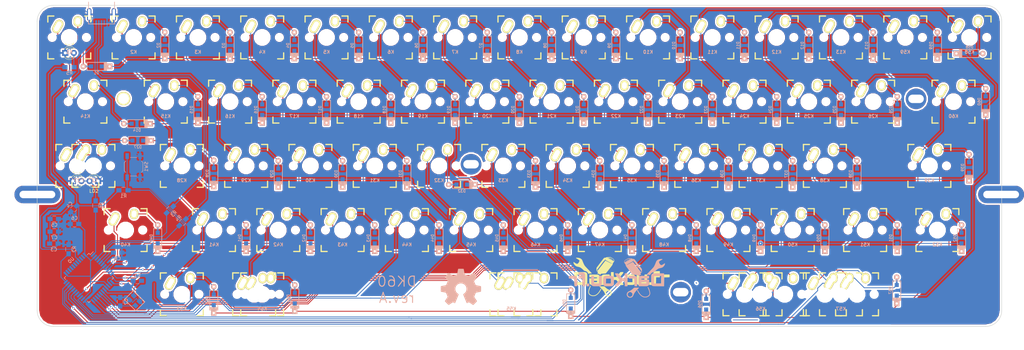
<source format=kicad_pcb>
(kicad_pcb (version 4) (host pcbnew 4.0.6)
  (title_block (title "MX/Alps HHKB") (date 2017-04-30) (rev A) (company DarKou))
  (layers (0 F.Cu signal) (31 B.Cu signal) (34 B.Paste user hide) (35 F.Paste user) (36 B.SilkS user) (37 F.SilkS user hide) (38 B.Mask user) (39 F.Mask user) (44 Edge.Cuts user hide))
  (net 0 "")
  (net 1 "Net-(C1-Pad1)")
  (net 2 GND)
  (net 3 "Net-(C2-Pad1)")
  (net 4 VCC)
  (net 5 "Net-(C8-Pad1)")
  (net 6 "Net-(D1-Pad2)")
  (net 7 /Row0)
  (net 8 "Net-(D2-Pad2)")
  (net 9 "Net-(D3-Pad2)")
  (net 10 "Net-(D4-Pad2)")
  (net 11 "Net-(D5-Pad2)")
  (net 12 "Net-(D6-Pad2)")
  (net 13 "Net-(D7-Pad2)")
  (net 14 "Net-(D8-Pad2)")
  (net 15 "Net-(D9-Pad2)")
  (net 16 "Net-(D10-Pad2)")
  (net 17 "Net-(D11-Pad2)")
  (net 18 "Net-(D12-Pad2)")
  (net 19 "Net-(D13-Pad2)")
  (net 20 "Net-(D14-Pad2)")
  (net 21 /Row1)
  (net 22 "Net-(D15-Pad2)")
  (net 23 "Net-(D16-Pad2)")
  (net 24 "Net-(D17-Pad2)")
  (net 25 "Net-(D18-Pad2)")
  (net 26 "Net-(D19-Pad2)")
  (net 27 "Net-(D20-Pad2)")
  (net 28 "Net-(D21-Pad2)")
  (net 29 "Net-(D22-Pad2)")
  (net 30 "Net-(D23-Pad2)")
  (net 31 "Net-(D24-Pad2)")
  (net 32 "Net-(D25-Pad2)")
  (net 33 "Net-(D26-Pad2)")
  (net 34 "Net-(D27-Pad2)")
  (net 35 /Row2)
  (net 36 "Net-(D28-Pad2)")
  (net 37 "Net-(D29-Pad2)")
  (net 38 "Net-(D30-Pad2)")
  (net 39 "Net-(D31-Pad2)")
  (net 40 "Net-(D32-Pad2)")
  (net 41 "Net-(D33-Pad2)")
  (net 42 "Net-(D34-Pad2)")
  (net 43 "Net-(D35-Pad2)")
  (net 44 "Net-(D36-Pad2)")
  (net 45 "Net-(D37-Pad2)")
  (net 46 "Net-(D38-Pad2)")
  (net 47 "Net-(D39-Pad2)")
  (net 48 "Net-(D40-Pad2)")
  (net 49 /Row3)
  (net 50 "Net-(D41-Pad2)")
  (net 51 "Net-(D42-Pad2)")
  (net 52 "Net-(D43-Pad2)")
  (net 53 "Net-(D44-Pad2)")
  (net 54 "Net-(D45-Pad2)")
  (net 55 "Net-(D46-Pad2)")
  (net 56 "Net-(D47-Pad2)")
  (net 57 "Net-(D48-Pad2)")
  (net 58 "Net-(D49-Pad2)")
  (net 59 "Net-(D50-Pad2)")
  (net 60 "Net-(D51-Pad2)")
  (net 61 "Net-(D52-Pad2)")
  (net 62 "Net-(D53-Pad2)")
  (net 63 /Row4)
  (net 64 "Net-(D54-Pad2)")
  (net 65 "Net-(D55-Pad2)")
  (net 66 "Net-(D56-Pad2)")
  (net 67 "Net-(D57-Pad2)")
  (net 68 "Net-(D58-Pad2)")
  (net 69 "Net-(D59-Pad2)")
  (net 70 "Net-(D60-Pad2)")
  (net 71 "Net-(J1-Pad2)")
  (net 72 "Net-(J1-Pad3)")
  (net 73 "Net-(J1-Pad4)")
  (net 74 /Col0)
  (net 75 /Col1)
  (net 76 /Col2)
  (net 77 /Col3)
  (net 78 /Col4)
  (net 79 /Col5)
  (net 80 /Col6)
  (net 81 /Col7)
  (net 82 /Col8)
  (net 83 /Col9)
  (net 84 /Col10)
  (net 85 /Col11)
  (net 86 /Col12)
  (net 87 "Net-(R1-Pad2)")
  (net 88 "Net-(R2-Pad1)")
  (net 89 "Net-(R3-Pad1)")
  (net 90 "Net-(R4-Pad2)")
  (net 91 "Net-(U0-Pad35)")
  (net 92 "Net-(U0-Pad36)")
  (net 93 "Net-(U0-Pad37)")
  (net 94 "Net-(U0-Pad38)")
  (net 95 "Net-(U0-Pad39)")
  (net 96 "Net-(U0-Pad42)")
  (net 97 "Net-(U0-Pad43)")
  (net 98 "Net-(LD0-Pad2)")
  (net 99 "Net-(LD1-Pad2)")
  (net 100 /ESC_LED)
  (net 101 /CAPS_LED)
  (net 102 "Net-(U0-Pad40)")
  (module Fooprints:Mx_Alps_100 (layer F.Cu) (at 323.85 107.15625)
    (fp_text reference K59 (at 0 4.318) (layer B.SilkS) (effects (font (thickness 0.2)) (justify mirror)))
    (fp_text value \ hide)
    (pad HOLE np_thru_hole circle (at 0 0) (size 3.9878 3.9878) (drill 3.9878) (layers *.Cu))
    (pad HOLE np_thru_hole circle (at -5.08 0) (size 1.7018 1.7018) (drill 1.7018) (layers *.Cu))
    (pad HOLE np_thru_hole circle (at 5.08 0) (size 1.7018 1.7018) (drill 1.7018) (layers *.Cu))
    (pad 1 thru_hole oval (at -3.405 -3.27 330.95) (size 2.5 4.17) (drill oval 1.5 3.17) (layers *.Cu *.Mask F.SilkS) (net 85 /Col11))
    (pad 2 thru_hole oval (at 2.52 -4.79 356.1) (size 2.5 3.08) (drill oval 1.5 2.08) (layers *.Cu *.Mask F.SilkS) (net 69 "Net-(D59-Pad2)"))
  )
  (module Housings_QFP:TQFP-44_10x10mm_Pitch0.8mm (layer B.Cu) (at 82 178.5 225)
    (fp_text reference U0 (at 0 7.450001 225) (layer B.SilkS) (effects (justify mirror)))
    (fp_text value ATMEGA32U4)
    (pad 1 smd rect (at -5.7 4 225) (size 1.5 0.55) (layers B.Cu B.Paste B.Mask) (net 101 /CAPS_LED))
    (pad 2 smd rect (at -5.7 3.2 225) (size 1.5 0.55) (layers B.Cu B.Paste B.Mask) (net 4 VCC))
    (pad 3 smd rect (at -5.7 2.4 225) (size 1.5 0.55) (layers B.Cu B.Paste B.Mask) (net 89 "Net-(R3-Pad1)"))
    (pad 4 smd rect (at -5.7 1.6 225) (size 1.5 0.55) (layers B.Cu B.Paste B.Mask) (net 90 "Net-(R4-Pad2)"))
    (pad 5 smd rect (at -5.7 0.8 225) (size 1.5 0.55) (layers B.Cu B.Paste B.Mask) (net 2 GND))
    (pad 6 smd rect (at -5.7 0 225) (size 1.5 0.55) (layers B.Cu B.Paste B.Mask) (net 5 "Net-(C8-Pad1)"))
    (pad 7 smd rect (at -5.7 -0.8 225) (size 1.5 0.55) (layers B.Cu B.Paste B.Mask) (net 4 VCC))
    (pad 8 smd rect (at -5.7 -1.6 225) (size 1.5 0.55) (layers B.Cu B.Paste B.Mask) (net 74 /Col0))
    (pad 9 smd rect (at -5.7 -2.4 225) (size 1.5 0.55) (layers B.Cu B.Paste B.Mask) (net 77 /Col3))
    (pad 10 smd rect (at -5.7 -3.2 225) (size 1.5 0.55) (layers B.Cu B.Paste B.Mask) (net 76 /Col2))
    (pad 11 smd rect (at -5.7 -4 225) (size 1.5 0.55) (layers B.Cu B.Paste B.Mask) (net 75 /Col1))
    (pad 12 smd rect (at -4 -5.7 135) (size 1.5 0.55) (layers B.Cu B.Paste B.Mask) (net 81 /Col7))
    (pad 13 smd rect (at -3.2 -5.7 135) (size 1.5 0.55) (layers B.Cu B.Paste B.Mask) (net 87 "Net-(R1-Pad2)"))
    (pad 14 smd rect (at -2.4 -5.7 135) (size 1.5 0.55) (layers B.Cu B.Paste B.Mask) (net 4 VCC))
    (pad 15 smd rect (at -1.6 -5.7 135) (size 1.5 0.55) (layers B.Cu B.Paste B.Mask) (net 2 GND))
    (pad 16 smd rect (at -0.8 -5.7 135) (size 1.5 0.55) (layers B.Cu B.Paste B.Mask) (net 1 "Net-(C1-Pad1)"))
    (pad 17 smd rect (at 0 -5.7 135) (size 1.5 0.55) (layers B.Cu B.Paste B.Mask) (net 3 "Net-(C2-Pad1)"))
    (pad 18 smd rect (at 0.8 -5.7 135) (size 1.5 0.55) (layers B.Cu B.Paste B.Mask) (net 84 /Col10))
    (pad 19 smd rect (at 1.6 -5.7 135) (size 1.5 0.55) (layers B.Cu B.Paste B.Mask) (net 85 /Col11))
    (pad 20 smd rect (at 2.4 -5.7 135) (size 1.5 0.55) (layers B.Cu B.Paste B.Mask) (net 86 /Col12))
    (pad 21 smd rect (at 3.2 -5.7 135) (size 1.5 0.55) (layers B.Cu B.Paste B.Mask) (net 78 /Col4))
    (pad 22 smd rect (at 4 -5.7 135) (size 1.5 0.55) (layers B.Cu B.Paste B.Mask) (net 79 /Col5))
    (pad 23 smd rect (at 5.7 -4 225) (size 1.5 0.55) (layers B.Cu B.Paste B.Mask) (net 2 GND))
    (pad 24 smd rect (at 5.7 -3.2 225) (size 1.5 0.55) (layers B.Cu B.Paste B.Mask) (net 4 VCC))
    (pad 25 smd rect (at 5.7 -2.4 225) (size 1.5 0.55) (layers B.Cu B.Paste B.Mask) (net 63 /Row4))
    (pad 26 smd rect (at 5.7 -1.6 225) (size 1.5 0.55) (layers B.Cu B.Paste B.Mask) (net 49 /Row3))
    (pad 27 smd rect (at 5.7 -0.8 225) (size 1.5 0.55) (layers B.Cu B.Paste B.Mask) (net 35 /Row2))
    (pad 28 smd rect (at 5.7 0 225) (size 1.5 0.55) (layers B.Cu B.Paste B.Mask) (net 21 /Row1))
    (pad 29 smd rect (at 5.7 0.8 225) (size 1.5 0.55) (layers B.Cu B.Paste B.Mask) (net 80 /Col6))
    (pad 30 smd rect (at 5.7 1.6 225) (size 1.5 0.55) (layers B.Cu B.Paste B.Mask) (net 7 /Row0))
    (pad 31 smd rect (at 5.7 2.4 225) (size 1.5 0.55) (layers B.Cu B.Paste B.Mask) (net 82 /Col8))
    (pad 32 smd rect (at 5.7 3.2 225) (size 1.5 0.55) (layers B.Cu B.Paste B.Mask) (net 83 /Col9))
    (pad 33 smd rect (at 5.7 4 225) (size 1.5 0.55) (layers B.Cu B.Paste B.Mask) (net 88 "Net-(R2-Pad1)"))
    (pad 34 smd rect (at 4 5.7 135) (size 1.5 0.55) (layers B.Cu B.Paste B.Mask) (net 4 VCC))
    (pad 35 smd rect (at 3.2 5.7 135) (size 1.5 0.55) (layers B.Cu B.Paste B.Mask) (net 91 "Net-(U0-Pad35)"))
    (pad 36 smd rect (at 2.4 5.7 135) (size 1.5 0.55) (layers B.Cu B.Paste B.Mask) (net 92 "Net-(U0-Pad36)"))
    (pad 37 smd rect (at 1.6 5.7 135) (size 1.5 0.55) (layers B.Cu B.Paste B.Mask) (net 93 "Net-(U0-Pad37)"))
    (pad 38 smd rect (at 0.8 5.7 135) (size 1.5 0.55) (layers B.Cu B.Paste B.Mask) (net 94 "Net-(U0-Pad38)"))
    (pad 39 smd rect (at 0 5.7 135) (size 1.5 0.55) (layers B.Cu B.Paste B.Mask) (net 95 "Net-(U0-Pad39)"))
    (pad 40 smd rect (at -0.8 5.7 135) (size 1.5 0.55) (layers B.Cu B.Paste B.Mask) (net 102 "Net-(U0-Pad40)"))
    (pad 41 smd rect (at -1.6 5.7 135) (size 1.5 0.55) (layers B.Cu B.Paste B.Mask) (net 100 /ESC_LED))
    (pad 42 smd rect (at -2.4 5.7 135) (size 1.5 0.55) (layers B.Cu B.Paste B.Mask) (net 96 "Net-(U0-Pad42)"))
    (pad 43 smd rect (at -3.2 5.7 135) (size 1.5 0.55) (layers B.Cu B.Paste B.Mask) (net 97 "Net-(U0-Pad43)"))
    (pad 44 smd rect (at -4 5.7 135) (size 1.5 0.55) (layers B.Cu B.Paste B.Mask) (net 4 VCC))
  )
  (module Capacitors_SMD:C_0805_HandSoldering (layer B.Cu) (at 96.35 179.35 180)
    (fp_text reference C1 (at 0 1.75 180) (layer B.SilkS) (effects (justify mirror)))
    (fp_text value 22p)
    (pad 1 smd rect (at -1.25 0 180) (size 1.5 1.25) (layers B.Cu B.Paste B.Mask) (net 1 "Net-(C1-Pad1)"))
    (pad 2 smd rect (at 1.25 0 180) (size 1.5 1.25) (layers B.Cu B.Paste B.Mask) (net 2 GND))
  )
  (module Capacitors_SMD:C_0805_HandSoldering (layer B.Cu) (at 91.275 185.55 90)
    (fp_text reference C2 (at 0 1.75 90) (layer B.SilkS) (effects (justify mirror)))
    (fp_text value 22p)
    (pad 1 smd rect (at -1.25 0 90) (size 1.5 1.25) (layers B.Cu B.Paste B.Mask) (net 3 "Net-(C2-Pad1)"))
    (pad 2 smd rect (at 1.25 0 90) (size 1.5 1.25) (layers B.Cu B.Paste B.Mask) (net 2 GND))
  )
  (module Capacitors_SMD:C_0805_HandSoldering (layer B.Cu) (at 71.625 168.325)
    (fp_text reference C3 (at 0 1.75) (layer B.SilkS) (effects (justify mirror)))
    (fp_text value 0.1u)
    (pad 1 smd rect (at -1.25 0) (size 1.5 1.25) (layers B.Cu B.Paste B.Mask) (net 4 VCC))
    (pad 2 smd rect (at 1.25 0) (size 1.5 1.25) (layers B.Cu B.Paste B.Mask) (net 2 GND))
  )
  (module Capacitors_SMD:C_0805_HandSoldering (layer B.Cu) (at 77.5 158 225)
    (fp_text reference C4 (at 0 1.75 225) (layer B.SilkS) (effects (justify mirror)))
    (fp_text value 0.1u)
    (pad 1 smd rect (at -1.25 0 225) (size 1.5 1.25) (layers B.Cu B.Paste B.Mask) (net 4 VCC))
    (pad 2 smd rect (at 1.25 0 225) (size 1.5 1.25) (layers B.Cu B.Paste B.Mask) (net 2 GND))
  )
  (module Capacitors_SMD:C_0805_HandSoldering (layer B.Cu) (at 71.75 161)
    (fp_text reference C5 (at 0 1.75) (layer B.SilkS) (effects (justify mirror)))
    (fp_text value 0.1u)
    (pad 1 smd rect (at -1.25 0) (size 1.5 1.25) (layers B.Cu B.Paste B.Mask) (net 4 VCC))
    (pad 2 smd rect (at 1.25 0) (size 1.5 1.25) (layers B.Cu B.Paste B.Mask) (net 2 GND))
  )
  (module Capacitors_SMD:C_0805_HandSoldering (layer B.Cu) (at 77.75 162.5 180)
    (fp_text reference C6 (at 0 1.75 180) (layer B.SilkS) (effects (justify mirror)))
    (fp_text value 0.1u)
    (pad 1 smd rect (at -1.25 0 180) (size 1.5 1.25) (layers B.Cu B.Paste B.Mask) (net 4 VCC))
    (pad 2 smd rect (at 1.25 0 180) (size 1.5 1.25) (layers B.Cu B.Paste B.Mask) (net 2 GND))
  )
  (module Capacitors_SMD:C_0805_HandSoldering (layer B.Cu) (at 71.75 164.75)
    (fp_text reference C7 (at 0 1.75) (layer B.SilkS) (effects (justify mirror)))
    (fp_text value 4.7u)
    (pad 1 smd rect (at -1.25 0) (size 1.5 1.25) (layers B.Cu B.Paste B.Mask) (net 4 VCC))
    (pad 2 smd rect (at 1.25 0) (size 1.5 1.25) (layers B.Cu B.Paste B.Mask) (net 2 GND))
  )
  (module Capacitors_SMD:C_0805_HandSoldering (layer B.Cu) (at 90.5 171)
    (fp_text reference C8 (at 0 1.75) (layer B.SilkS) (effects (justify mirror)))
    (fp_text value 1u)
    (pad 1 smd rect (at -1.25 0) (size 1.5 1.25) (layers B.Cu B.Paste B.Mask) (net 5 "Net-(C8-Pad1)"))
    (pad 2 smd rect (at 1.25 0) (size 1.5 1.25) (layers B.Cu B.Paste B.Mask) (net 2 GND))
  )
  (module Fooprints:D_SOD123_axial (layer B.Cu) (at 84.25 115.75 180)
    (fp_text reference D1 (at 0 -1.925 180) (layer B.SilkS) (effects (font (size 0.8 0.8)) (justify mirror)))
    (fp_text value D hide)
    (pad 2 smd rect (at 1.575 0 180) (size 1.2 1.2) (layers B.Cu B.Paste B.Mask) (net 6 "Net-(D1-Pad2)"))
    (pad 1 smd rect (at -1.575 0 180) (size 1.2 1.2) (layers B.Cu B.Paste B.Mask) (net 7 /Row0))
    (pad 1 thru_hole rect (at -3.9 0 180) (size 1.6 1.6) (drill 0.7) (layers *.Cu *.Mask B.SilkS) (net 7 /Row0))
    (pad 2 thru_hole circle (at 3.9 0 180) (size 1.6 1.6) (drill 0.7) (layers *.Cu *.Mask B.SilkS) (net 6 "Net-(D1-Pad2)"))
    (pad 1 smd rect (at -2.7 0 180) (size 2.5 0.5) (layers B.Cu) (net 7 /Row0))
    (pad 2 smd rect (at 2.7 0 180) (size 2.5 0.5) (layers B.Cu) (net 6 "Net-(D1-Pad2)"))
  )
  (module Fooprints:D_SOD123_axial (layer B.Cu) (at 104.5 109.5 90)
    (fp_text reference D2 (at 0 -1.925 90) (layer B.SilkS) (effects (font (size 0.8 0.8)) (justify mirror)))
    (fp_text value D hide)
    (pad 2 smd rect (at 1.575 0 90) (size 1.2 1.2) (layers B.Cu B.Paste B.Mask) (net 8 "Net-(D2-Pad2)"))
    (pad 1 smd rect (at -1.575 0 90) (size 1.2 1.2) (layers B.Cu B.Paste B.Mask) (net 7 /Row0))
    (pad 1 thru_hole rect (at -3.9 0 90) (size 1.6 1.6) (drill 0.7) (layers *.Cu *.Mask B.SilkS) (net 7 /Row0))
    (pad 2 thru_hole circle (at 3.9 0 90) (size 1.6 1.6) (drill 0.7) (layers *.Cu *.Mask B.SilkS) (net 8 "Net-(D2-Pad2)"))
    (pad 1 smd rect (at -2.7 0 90) (size 2.5 0.5) (layers B.Cu) (net 7 /Row0))
    (pad 2 smd rect (at 2.7 0 90) (size 2.5 0.5) (layers B.Cu) (net 8 "Net-(D2-Pad2)"))
  )
  (module Fooprints:D_SOD123_axial (layer B.Cu) (at 123.825 109.5375 90)
    (fp_text reference D3 (at 0 -1.925 90) (layer B.SilkS) (effects (font (size 0.8 0.8)) (justify mirror)))
    (fp_text value D hide)
    (pad 2 smd rect (at 1.575 0 90) (size 1.2 1.2) (layers B.Cu B.Paste B.Mask) (net 9 "Net-(D3-Pad2)"))
    (pad 1 smd rect (at -1.575 0 90) (size 1.2 1.2) (layers B.Cu B.Paste B.Mask) (net 7 /Row0))
    (pad 1 thru_hole rect (at -3.9 0 90) (size 1.6 1.6) (drill 0.7) (layers *.Cu *.Mask B.SilkS) (net 7 /Row0))
    (pad 2 thru_hole circle (at 3.9 0 90) (size 1.6 1.6) (drill 0.7) (layers *.Cu *.Mask B.SilkS) (net 9 "Net-(D3-Pad2)"))
    (pad 1 smd rect (at -2.7 0 90) (size 2.5 0.5) (layers B.Cu) (net 7 /Row0))
    (pad 2 smd rect (at 2.7 0 90) (size 2.5 0.5) (layers B.Cu) (net 9 "Net-(D3-Pad2)"))
  )
  (module Fooprints:D_SOD123_axial (layer B.Cu) (at 142.875 109.5375 90)
    (fp_text reference D4 (at 0 -1.925 90) (layer B.SilkS) (effects (font (size 0.8 0.8)) (justify mirror)))
    (fp_text value D hide)
    (pad 2 smd rect (at 1.575 0 90) (size 1.2 1.2) (layers B.Cu B.Paste B.Mask) (net 10 "Net-(D4-Pad2)"))
    (pad 1 smd rect (at -1.575 0 90) (size 1.2 1.2) (layers B.Cu B.Paste B.Mask) (net 7 /Row0))
    (pad 1 thru_hole rect (at -3.9 0 90) (size 1.6 1.6) (drill 0.7) (layers *.Cu *.Mask B.SilkS) (net 7 /Row0))
    (pad 2 thru_hole circle (at 3.9 0 90) (size 1.6 1.6) (drill 0.7) (layers *.Cu *.Mask B.SilkS) (net 10 "Net-(D4-Pad2)"))
    (pad 1 smd rect (at -2.7 0 90) (size 2.5 0.5) (layers B.Cu) (net 7 /Row0))
    (pad 2 smd rect (at 2.7 0 90) (size 2.5 0.5) (layers B.Cu) (net 10 "Net-(D4-Pad2)"))
  )
  (module Fooprints:D_SOD123_axial (layer B.Cu) (at 161.925 109.5375 90)
    (fp_text reference D5 (at 0 -1.925 90) (layer B.SilkS) (effects (font (size 0.8 0.8)) (justify mirror)))
    (fp_text value D hide)
    (pad 2 smd rect (at 1.575 0 90) (size 1.2 1.2) (layers B.Cu B.Paste B.Mask) (net 11 "Net-(D5-Pad2)"))
    (pad 1 smd rect (at -1.575 0 90) (size 1.2 1.2) (layers B.Cu B.Paste B.Mask) (net 7 /Row0))
    (pad 1 thru_hole rect (at -3.9 0 90) (size 1.6 1.6) (drill 0.7) (layers *.Cu *.Mask B.SilkS) (net 7 /Row0))
    (pad 2 thru_hole circle (at 3.9 0 90) (size 1.6 1.6) (drill 0.7) (layers *.Cu *.Mask B.SilkS) (net 11 "Net-(D5-Pad2)"))
    (pad 1 smd rect (at -2.7 0 90) (size 2.5 0.5) (layers B.Cu) (net 7 /Row0))
    (pad 2 smd rect (at 2.7 0 90) (size 2.5 0.5) (layers B.Cu) (net 11 "Net-(D5-Pad2)"))
  )
  (module Fooprints:D_SOD123_axial (layer B.Cu) (at 180.975 109.5375 90)
    (fp_text reference D6 (at 0 -1.925 90) (layer B.SilkS) (effects (font (size 0.8 0.8)) (justify mirror)))
    (fp_text value D hide)
    (pad 2 smd rect (at 1.575 0 90) (size 1.2 1.2) (layers B.Cu B.Paste B.Mask) (net 12 "Net-(D6-Pad2)"))
    (pad 1 smd rect (at -1.575 0 90) (size 1.2 1.2) (layers B.Cu B.Paste B.Mask) (net 7 /Row0))
    (pad 1 thru_hole rect (at -3.9 0 90) (size 1.6 1.6) (drill 0.7) (layers *.Cu *.Mask B.SilkS) (net 7 /Row0))
    (pad 2 thru_hole circle (at 3.9 0 90) (size 1.6 1.6) (drill 0.7) (layers *.Cu *.Mask B.SilkS) (net 12 "Net-(D6-Pad2)"))
    (pad 1 smd rect (at -2.7 0 90) (size 2.5 0.5) (layers B.Cu) (net 7 /Row0))
    (pad 2 smd rect (at 2.7 0 90) (size 2.5 0.5) (layers B.Cu) (net 12 "Net-(D6-Pad2)"))
  )
  (module Fooprints:D_SOD123_axial (layer B.Cu) (at 200.025 109.5375 90)
    (fp_text reference D7 (at 0 -1.925 90) (layer B.SilkS) (effects (font (size 0.8 0.8)) (justify mirror)))
    (fp_text value D hide)
    (pad 2 smd rect (at 1.575 0 90) (size 1.2 1.2) (layers B.Cu B.Paste B.Mask) (net 13 "Net-(D7-Pad2)"))
    (pad 1 smd rect (at -1.575 0 90) (size 1.2 1.2) (layers B.Cu B.Paste B.Mask) (net 7 /Row0))
    (pad 1 thru_hole rect (at -3.9 0 90) (size 1.6 1.6) (drill 0.7) (layers *.Cu *.Mask B.SilkS) (net 7 /Row0))
    (pad 2 thru_hole circle (at 3.9 0 90) (size 1.6 1.6) (drill 0.7) (layers *.Cu *.Mask B.SilkS) (net 13 "Net-(D7-Pad2)"))
    (pad 1 smd rect (at -2.7 0 90) (size 2.5 0.5) (layers B.Cu) (net 7 /Row0))
    (pad 2 smd rect (at 2.7 0 90) (size 2.5 0.5) (layers B.Cu) (net 13 "Net-(D7-Pad2)"))
  )
  (module Fooprints:D_SOD123_axial (layer B.Cu) (at 219.075 109.5375 90)
    (fp_text reference D8 (at 0 -1.925 90) (layer B.SilkS) (effects (font (size 0.8 0.8)) (justify mirror)))
    (fp_text value D hide)
    (pad 2 smd rect (at 1.575 0 90) (size 1.2 1.2) (layers B.Cu B.Paste B.Mask) (net 14 "Net-(D8-Pad2)"))
    (pad 1 smd rect (at -1.575 0 90) (size 1.2 1.2) (layers B.Cu B.Paste B.Mask) (net 7 /Row0))
    (pad 1 thru_hole rect (at -3.9 0 90) (size 1.6 1.6) (drill 0.7) (layers *.Cu *.Mask B.SilkS) (net 7 /Row0))
    (pad 2 thru_hole circle (at 3.9 0 90) (size 1.6 1.6) (drill 0.7) (layers *.Cu *.Mask B.SilkS) (net 14 "Net-(D8-Pad2)"))
    (pad 1 smd rect (at -2.7 0 90) (size 2.5 0.5) (layers B.Cu) (net 7 /Row0))
    (pad 2 smd rect (at 2.7 0 90) (size 2.5 0.5) (layers B.Cu) (net 14 "Net-(D8-Pad2)"))
  )
  (module Fooprints:D_SOD123_axial (layer B.Cu) (at 238.125 109.5375 90)
    (fp_text reference D9 (at 0 -1.925 90) (layer B.SilkS) (effects (font (size 0.8 0.8)) (justify mirror)))
    (fp_text value D hide)
    (pad 2 smd rect (at 1.575 0 90) (size 1.2 1.2) (layers B.Cu B.Paste B.Mask) (net 15 "Net-(D9-Pad2)"))
    (pad 1 smd rect (at -1.575 0 90) (size 1.2 1.2) (layers B.Cu B.Paste B.Mask) (net 7 /Row0))
    (pad 1 thru_hole rect (at -3.9 0 90) (size 1.6 1.6) (drill 0.7) (layers *.Cu *.Mask B.SilkS) (net 7 /Row0))
    (pad 2 thru_hole circle (at 3.9 0 90) (size 1.6 1.6) (drill 0.7) (layers *.Cu *.Mask B.SilkS) (net 15 "Net-(D9-Pad2)"))
    (pad 1 smd rect (at -2.7 0 90) (size 2.5 0.5) (layers B.Cu) (net 7 /Row0))
    (pad 2 smd rect (at 2.7 0 90) (size 2.5 0.5) (layers B.Cu) (net 15 "Net-(D9-Pad2)"))
  )
  (module Fooprints:D_SOD123_axial (layer B.Cu) (at 257.175 109.5375 90)
    (fp_text reference D10 (at 0 -1.925 90) (layer B.SilkS) (effects (font (size 0.8 0.8)) (justify mirror)))
    (fp_text value D hide)
    (pad 2 smd rect (at 1.575 0 90) (size 1.2 1.2) (layers B.Cu B.Paste B.Mask) (net 16 "Net-(D10-Pad2)"))
    (pad 1 smd rect (at -1.575 0 90) (size 1.2 1.2) (layers B.Cu B.Paste B.Mask) (net 7 /Row0))
    (pad 1 thru_hole rect (at -3.9 0 90) (size 1.6 1.6) (drill 0.7) (layers *.Cu *.Mask B.SilkS) (net 7 /Row0))
    (pad 2 thru_hole circle (at 3.9 0 90) (size 1.6 1.6) (drill 0.7) (layers *.Cu *.Mask B.SilkS) (net 16 "Net-(D10-Pad2)"))
    (pad 1 smd rect (at -2.7 0 90) (size 2.5 0.5) (layers B.Cu) (net 7 /Row0))
    (pad 2 smd rect (at 2.7 0 90) (size 2.5 0.5) (layers B.Cu) (net 16 "Net-(D10-Pad2)"))
  )
  (module Fooprints:D_SOD123_axial (layer B.Cu) (at 276.225 109.5375 90)
    (fp_text reference D11 (at 0 -1.925 90) (layer B.SilkS) (effects (font (size 0.8 0.8)) (justify mirror)))
    (fp_text value D hide)
    (pad 2 smd rect (at 1.575 0 90) (size 1.2 1.2) (layers B.Cu B.Paste B.Mask) (net 17 "Net-(D11-Pad2)"))
    (pad 1 smd rect (at -1.575 0 90) (size 1.2 1.2) (layers B.Cu B.Paste B.Mask) (net 7 /Row0))
    (pad 1 thru_hole rect (at -3.9 0 90) (size 1.6 1.6) (drill 0.7) (layers *.Cu *.Mask B.SilkS) (net 7 /Row0))
    (pad 2 thru_hole circle (at 3.9 0 90) (size 1.6 1.6) (drill 0.7) (layers *.Cu *.Mask B.SilkS) (net 17 "Net-(D11-Pad2)"))
    (pad 1 smd rect (at -2.7 0 90) (size 2.5 0.5) (layers B.Cu) (net 7 /Row0))
    (pad 2 smd rect (at 2.7 0 90) (size 2.5 0.5) (layers B.Cu) (net 17 "Net-(D11-Pad2)"))
  )
  (module Fooprints:D_SOD123_axial (layer B.Cu) (at 295.275 109.5375 90)
    (fp_text reference D12 (at 0 -1.925 90) (layer B.SilkS) (effects (font (size 0.8 0.8)) (justify mirror)))
    (fp_text value D hide)
    (pad 2 smd rect (at 1.575 0 90) (size 1.2 1.2) (layers B.Cu B.Paste B.Mask) (net 18 "Net-(D12-Pad2)"))
    (pad 1 smd rect (at -1.575 0 90) (size 1.2 1.2) (layers B.Cu B.Paste B.Mask) (net 7 /Row0))
    (pad 1 thru_hole rect (at -3.9 0 90) (size 1.6 1.6) (drill 0.7) (layers *.Cu *.Mask B.SilkS) (net 7 /Row0))
    (pad 2 thru_hole circle (at 3.9 0 90) (size 1.6 1.6) (drill 0.7) (layers *.Cu *.Mask B.SilkS) (net 18 "Net-(D12-Pad2)"))
    (pad 1 smd rect (at -2.7 0 90) (size 2.5 0.5) (layers B.Cu) (net 7 /Row0))
    (pad 2 smd rect (at 2.7 0 90) (size 2.5 0.5) (layers B.Cu) (net 18 "Net-(D12-Pad2)"))
  )
  (module Fooprints:D_SOD123_axial (layer B.Cu) (at 314.325 109.5375 90)
    (fp_text reference D13 (at 0 -1.925 90) (layer B.SilkS) (effects (font (size 0.8 0.8)) (justify mirror)))
    (fp_text value D hide)
    (pad 2 smd rect (at 1.575 0 90) (size 1.2 1.2) (layers B.Cu B.Paste B.Mask) (net 19 "Net-(D13-Pad2)"))
    (pad 1 smd rect (at -1.575 0 90) (size 1.2 1.2) (layers B.Cu B.Paste B.Mask) (net 7 /Row0))
    (pad 1 thru_hole rect (at -3.9 0 90) (size 1.6 1.6) (drill 0.7) (layers *.Cu *.Mask B.SilkS) (net 7 /Row0))
    (pad 2 thru_hole circle (at 3.9 0 90) (size 1.6 1.6) (drill 0.7) (layers *.Cu *.Mask B.SilkS) (net 19 "Net-(D13-Pad2)"))
    (pad 1 smd rect (at -2.7 0 90) (size 2.5 0.5) (layers B.Cu) (net 7 /Row0))
    (pad 2 smd rect (at 2.7 0 90) (size 2.5 0.5) (layers B.Cu) (net 19 "Net-(D13-Pad2)"))
  )
  (module Fooprints:D_SOD123_axial (layer B.Cu) (at 96.25 132.75 180)
    (fp_text reference D14 (at 0 -1.925001 180) (layer B.SilkS) (effects (font (size 0.8 0.8)) (justify mirror)))
    (fp_text value D hide)
    (pad 2 smd rect (at 1.575 0 180) (size 1.2 1.2) (layers B.Cu B.Paste B.Mask) (net 20 "Net-(D14-Pad2)"))
    (pad 1 smd rect (at -1.575 0 180) (size 1.2 1.2) (layers B.Cu B.Paste B.Mask) (net 21 /Row1))
    (pad 1 thru_hole rect (at -3.9 0 180) (size 1.6 1.6) (drill 0.7) (layers *.Cu *.Mask B.SilkS) (net 21 /Row1))
    (pad 2 thru_hole circle (at 3.9 0 180) (size 1.6 1.6) (drill 0.7) (layers *.Cu *.Mask B.SilkS) (net 20 "Net-(D14-Pad2)"))
    (pad 1 smd rect (at -2.7 0 180) (size 2.5 0.5) (layers B.Cu) (net 21 /Row1))
    (pad 2 smd rect (at 2.7 0 180) (size 2.5 0.5) (layers B.Cu) (net 20 "Net-(D14-Pad2)"))
  )
  (module Fooprints:D_SOD123_axial (layer B.Cu) (at 114.3 128.5875 90)
    (fp_text reference D15 (at 0 -1.925 90) (layer B.SilkS) (effects (font (size 0.8 0.8)) (justify mirror)))
    (fp_text value D hide)
    (pad 2 smd rect (at 1.575 0 90) (size 1.2 1.2) (layers B.Cu B.Paste B.Mask) (net 22 "Net-(D15-Pad2)"))
    (pad 1 smd rect (at -1.575 0 90) (size 1.2 1.2) (layers B.Cu B.Paste B.Mask) (net 21 /Row1))
    (pad 1 thru_hole rect (at -3.9 0 90) (size 1.6 1.6) (drill 0.7) (layers *.Cu *.Mask B.SilkS) (net 21 /Row1))
    (pad 2 thru_hole circle (at 3.9 0 90) (size 1.6 1.6) (drill 0.7) (layers *.Cu *.Mask B.SilkS) (net 22 "Net-(D15-Pad2)"))
    (pad 1 smd rect (at -2.7 0 90) (size 2.5 0.5) (layers B.Cu) (net 21 /Row1))
    (pad 2 smd rect (at 2.7 0 90) (size 2.5 0.5) (layers B.Cu) (net 22 "Net-(D15-Pad2)"))
  )
  (module Fooprints:D_SOD123_axial (layer B.Cu) (at 133.35 128.5875 90)
    (fp_text reference D16 (at 0 -1.925 90) (layer B.SilkS) (effects (font (size 0.8 0.8)) (justify mirror)))
    (fp_text value D hide)
    (pad 2 smd rect (at 1.575 0 90) (size 1.2 1.2) (layers B.Cu B.Paste B.Mask) (net 23 "Net-(D16-Pad2)"))
    (pad 1 smd rect (at -1.575 0 90) (size 1.2 1.2) (layers B.Cu B.Paste B.Mask) (net 21 /Row1))
    (pad 1 thru_hole rect (at -3.9 0 90) (size 1.6 1.6) (drill 0.7) (layers *.Cu *.Mask B.SilkS) (net 21 /Row1))
    (pad 2 thru_hole circle (at 3.9 0 90) (size 1.6 1.6) (drill 0.7) (layers *.Cu *.Mask B.SilkS) (net 23 "Net-(D16-Pad2)"))
    (pad 1 smd rect (at -2.7 0 90) (size 2.5 0.5) (layers B.Cu) (net 21 /Row1))
    (pad 2 smd rect (at 2.7 0 90) (size 2.5 0.5) (layers B.Cu) (net 23 "Net-(D16-Pad2)"))
  )
  (module Fooprints:D_SOD123_axial (layer B.Cu) (at 152.4 128.5875 90)
    (fp_text reference D17 (at 0 -1.925 90) (layer B.SilkS) (effects (font (size 0.8 0.8)) (justify mirror)))
    (fp_text value D hide)
    (pad 2 smd rect (at 1.575 0 90) (size 1.2 1.2) (layers B.Cu B.Paste B.Mask) (net 24 "Net-(D17-Pad2)"))
    (pad 1 smd rect (at -1.575 0 90) (size 1.2 1.2) (layers B.Cu B.Paste B.Mask) (net 21 /Row1))
    (pad 1 thru_hole rect (at -3.9 0 90) (size 1.6 1.6) (drill 0.7) (layers *.Cu *.Mask B.SilkS) (net 21 /Row1))
    (pad 2 thru_hole circle (at 3.9 0 90) (size 1.6 1.6) (drill 0.7) (layers *.Cu *.Mask B.SilkS) (net 24 "Net-(D17-Pad2)"))
    (pad 1 smd rect (at -2.7 0 90) (size 2.5 0.5) (layers B.Cu) (net 21 /Row1))
    (pad 2 smd rect (at 2.7 0 90) (size 2.5 0.5) (layers B.Cu) (net 24 "Net-(D17-Pad2)"))
  )
  (module Fooprints:D_SOD123_axial (layer B.Cu) (at 171.45 128.5875 90)
    (fp_text reference D18 (at 0 -1.925 90) (layer B.SilkS) (effects (font (size 0.8 0.8)) (justify mirror)))
    (fp_text value D hide)
    (pad 2 smd rect (at 1.575 0 90) (size 1.2 1.2) (layers B.Cu B.Paste B.Mask) (net 25 "Net-(D18-Pad2)"))
    (pad 1 smd rect (at -1.575 0 90) (size 1.2 1.2) (layers B.Cu B.Paste B.Mask) (net 21 /Row1))
    (pad 1 thru_hole rect (at -3.9 0 90) (size 1.6 1.6) (drill 0.7) (layers *.Cu *.Mask B.SilkS) (net 21 /Row1))
    (pad 2 thru_hole circle (at 3.9 0 90) (size 1.6 1.6) (drill 0.7) (layers *.Cu *.Mask B.SilkS) (net 25 "Net-(D18-Pad2)"))
    (pad 1 smd rect (at -2.7 0 90) (size 2.5 0.5) (layers B.Cu) (net 21 /Row1))
    (pad 2 smd rect (at 2.7 0 90) (size 2.5 0.5) (layers B.Cu) (net 25 "Net-(D18-Pad2)"))
  )
  (module Fooprints:D_SOD123_axial (layer B.Cu) (at 190.5 128.5875 90)
    (fp_text reference D19 (at 0 -1.925 90) (layer B.SilkS) (effects (font (size 0.8 0.8)) (justify mirror)))
    (fp_text value D hide)
    (pad 2 smd rect (at 1.575 0 90) (size 1.2 1.2) (layers B.Cu B.Paste B.Mask) (net 26 "Net-(D19-Pad2)"))
    (pad 1 smd rect (at -1.575 0 90) (size 1.2 1.2) (layers B.Cu B.Paste B.Mask) (net 21 /Row1))
    (pad 1 thru_hole rect (at -3.9 0 90) (size 1.6 1.6) (drill 0.7) (layers *.Cu *.Mask B.SilkS) (net 21 /Row1))
    (pad 2 thru_hole circle (at 3.9 0 90) (size 1.6 1.6) (drill 0.7) (layers *.Cu *.Mask B.SilkS) (net 26 "Net-(D19-Pad2)"))
    (pad 1 smd rect (at -2.7 0 90) (size 2.5 0.5) (layers B.Cu) (net 21 /Row1))
    (pad 2 smd rect (at 2.7 0 90) (size 2.5 0.5) (layers B.Cu) (net 26 "Net-(D19-Pad2)"))
  )
  (module Fooprints:D_SOD123_axial (layer B.Cu) (at 209.55 128.5875 90)
    (fp_text reference D20 (at 0 -1.925 90) (layer B.SilkS) (effects (font (size 0.8 0.8)) (justify mirror)))
    (fp_text value D hide)
    (pad 2 smd rect (at 1.575 0 90) (size 1.2 1.2) (layers B.Cu B.Paste B.Mask) (net 27 "Net-(D20-Pad2)"))
    (pad 1 smd rect (at -1.575 0 90) (size 1.2 1.2) (layers B.Cu B.Paste B.Mask) (net 21 /Row1))
    (pad 1 thru_hole rect (at -3.9 0 90) (size 1.6 1.6) (drill 0.7) (layers *.Cu *.Mask B.SilkS) (net 21 /Row1))
    (pad 2 thru_hole circle (at 3.9 0 90) (size 1.6 1.6) (drill 0.7) (layers *.Cu *.Mask B.SilkS) (net 27 "Net-(D20-Pad2)"))
    (pad 1 smd rect (at -2.7 0 90) (size 2.5 0.5) (layers B.Cu) (net 21 /Row1))
    (pad 2 smd rect (at 2.7 0 90) (size 2.5 0.5) (layers B.Cu) (net 27 "Net-(D20-Pad2)"))
  )
  (module Fooprints:D_SOD123_axial (layer B.Cu) (at 228.6 128.5875 90)
    (fp_text reference D21 (at 0 -1.925 90) (layer B.SilkS) (effects (font (size 0.8 0.8)) (justify mirror)))
    (fp_text value D hide)
    (pad 2 smd rect (at 1.575 0 90) (size 1.2 1.2) (layers B.Cu B.Paste B.Mask) (net 28 "Net-(D21-Pad2)"))
    (pad 1 smd rect (at -1.575 0 90) (size 1.2 1.2) (layers B.Cu B.Paste B.Mask) (net 21 /Row1))
    (pad 1 thru_hole rect (at -3.9 0 90) (size 1.6 1.6) (drill 0.7) (layers *.Cu *.Mask B.SilkS) (net 21 /Row1))
    (pad 2 thru_hole circle (at 3.9 0 90) (size 1.6 1.6) (drill 0.7) (layers *.Cu *.Mask B.SilkS) (net 28 "Net-(D21-Pad2)"))
    (pad 1 smd rect (at -2.7 0 90) (size 2.5 0.5) (layers B.Cu) (net 21 /Row1))
    (pad 2 smd rect (at 2.7 0 90) (size 2.5 0.5) (layers B.Cu) (net 28 "Net-(D21-Pad2)"))
  )
  (module Fooprints:D_SOD123_axial (layer B.Cu) (at 247.65 128.5875 90)
    (fp_text reference D22 (at 0 -1.925 90) (layer B.SilkS) (effects (font (size 0.8 0.8)) (justify mirror)))
    (fp_text value D hide)
    (pad 2 smd rect (at 1.575 0 90) (size 1.2 1.2) (layers B.Cu B.Paste B.Mask) (net 29 "Net-(D22-Pad2)"))
    (pad 1 smd rect (at -1.575 0 90) (size 1.2 1.2) (layers B.Cu B.Paste B.Mask) (net 21 /Row1))
    (pad 1 thru_hole rect (at -3.9 0 90) (size 1.6 1.6) (drill 0.7) (layers *.Cu *.Mask B.SilkS) (net 21 /Row1))
    (pad 2 thru_hole circle (at 3.9 0 90) (size 1.6 1.6) (drill 0.7) (layers *.Cu *.Mask B.SilkS) (net 29 "Net-(D22-Pad2)"))
    (pad 1 smd rect (at -2.7 0 90) (size 2.5 0.5) (layers B.Cu) (net 21 /Row1))
    (pad 2 smd rect (at 2.7 0 90) (size 2.5 0.5) (layers B.Cu) (net 29 "Net-(D22-Pad2)"))
  )
  (module Fooprints:D_SOD123_axial (layer B.Cu) (at 266.7 128.5875 90)
    (fp_text reference D23 (at 0 -1.925 90) (layer B.SilkS) (effects (font (size 0.8 0.8)) (justify mirror)))
    (fp_text value D hide)
    (pad 2 smd rect (at 1.575 0 90) (size 1.2 1.2) (layers B.Cu B.Paste B.Mask) (net 30 "Net-(D23-Pad2)"))
    (pad 1 smd rect (at -1.575 0 90) (size 1.2 1.2) (layers B.Cu B.Paste B.Mask) (net 21 /Row1))
    (pad 1 thru_hole rect (at -3.9 0 90) (size 1.6 1.6) (drill 0.7) (layers *.Cu *.Mask B.SilkS) (net 21 /Row1))
    (pad 2 thru_hole circle (at 3.9 0 90) (size 1.6 1.6) (drill 0.7) (layers *.Cu *.Mask B.SilkS) (net 30 "Net-(D23-Pad2)"))
    (pad 1 smd rect (at -2.7 0 90) (size 2.5 0.5) (layers B.Cu) (net 21 /Row1))
    (pad 2 smd rect (at 2.7 0 90) (size 2.5 0.5) (layers B.Cu) (net 30 "Net-(D23-Pad2)"))
  )
  (module Fooprints:D_SOD123_axial (layer B.Cu) (at 285.75 128.5875 90)
    (fp_text reference D24 (at 0 -1.925 90) (layer B.SilkS) (effects (font (size 0.8 0.8)) (justify mirror)))
    (fp_text value D hide)
    (pad 2 smd rect (at 1.575 0 90) (size 1.2 1.2) (layers B.Cu B.Paste B.Mask) (net 31 "Net-(D24-Pad2)"))
    (pad 1 smd rect (at -1.575 0 90) (size 1.2 1.2) (layers B.Cu B.Paste B.Mask) (net 21 /Row1))
    (pad 1 thru_hole rect (at -3.9 0 90) (size 1.6 1.6) (drill 0.7) (layers *.Cu *.Mask B.SilkS) (net 21 /Row1))
    (pad 2 thru_hole circle (at 3.9 0 90) (size 1.6 1.6) (drill 0.7) (layers *.Cu *.Mask B.SilkS) (net 31 "Net-(D24-Pad2)"))
    (pad 1 smd rect (at -2.7 0 90) (size 2.5 0.5) (layers B.Cu) (net 21 /Row1))
    (pad 2 smd rect (at 2.7 0 90) (size 2.5 0.5) (layers B.Cu) (net 31 "Net-(D24-Pad2)"))
  )
  (module Fooprints:D_SOD123_axial (layer B.Cu) (at 304.8 128.5875 90)
    (fp_text reference D25 (at 0 -1.925 90) (layer B.SilkS) (effects (font (size 0.8 0.8)) (justify mirror)))
    (fp_text value D hide)
    (pad 2 smd rect (at 1.575 0 90) (size 1.2 1.2) (layers B.Cu B.Paste B.Mask) (net 32 "Net-(D25-Pad2)"))
    (pad 1 smd rect (at -1.575 0 90) (size 1.2 1.2) (layers B.Cu B.Paste B.Mask) (net 21 /Row1))
    (pad 1 thru_hole rect (at -3.9 0 90) (size 1.6 1.6) (drill 0.7) (layers *.Cu *.Mask B.SilkS) (net 21 /Row1))
    (pad 2 thru_hole circle (at 3.9 0 90) (size 1.6 1.6) (drill 0.7) (layers *.Cu *.Mask B.SilkS) (net 32 "Net-(D25-Pad2)"))
    (pad 1 smd rect (at -2.7 0 90) (size 2.5 0.5) (layers B.Cu) (net 21 /Row1))
    (pad 2 smd rect (at 2.7 0 90) (size 2.5 0.5) (layers B.Cu) (net 32 "Net-(D25-Pad2)"))
  )
  (module Fooprints:D_SOD123_axial (layer B.Cu) (at 321.46875 128.5875 90)
    (fp_text reference D26 (at 0 -1.925 90) (layer B.SilkS) (effects (font (size 0.8 0.8)) (justify mirror)))
    (fp_text value D hide)
    (pad 2 smd rect (at 1.575 0 90) (size 1.2 1.2) (layers B.Cu B.Paste B.Mask) (net 33 "Net-(D26-Pad2)"))
    (pad 1 smd rect (at -1.575 0 90) (size 1.2 1.2) (layers B.Cu B.Paste B.Mask) (net 21 /Row1))
    (pad 1 thru_hole rect (at -3.9 0 90) (size 1.6 1.6) (drill 0.7) (layers *.Cu *.Mask B.SilkS) (net 21 /Row1))
    (pad 2 thru_hole circle (at 3.9 0 90) (size 1.6 1.6) (drill 0.7) (layers *.Cu *.Mask B.SilkS) (net 33 "Net-(D26-Pad2)"))
    (pad 1 smd rect (at -2.7 0 90) (size 2.5 0.5) (layers B.Cu) (net 21 /Row1))
    (pad 2 smd rect (at 2.7 0 90) (size 2.5 0.5) (layers B.Cu) (net 33 "Net-(D26-Pad2)"))
  )
  (module Fooprints:D_SOD123_axial (layer B.Cu) (at 96.5 137.75 180)
    (fp_text reference D27 (at 0 -1.925 180) (layer B.SilkS) (effects (font (size 0.8 0.8)) (justify mirror)))
    (fp_text value D hide)
    (pad 2 smd rect (at 1.575 0 180) (size 1.2 1.2) (layers B.Cu B.Paste B.Mask) (net 34 "Net-(D27-Pad2)"))
    (pad 1 smd rect (at -1.575 0 180) (size 1.2 1.2) (layers B.Cu B.Paste B.Mask) (net 35 /Row2))
    (pad 1 thru_hole rect (at -3.9 0 180) (size 1.6 1.6) (drill 0.7) (layers *.Cu *.Mask B.SilkS) (net 35 /Row2))
    (pad 2 thru_hole circle (at 3.9 0 180) (size 1.6 1.6) (drill 0.7) (layers *.Cu *.Mask B.SilkS) (net 34 "Net-(D27-Pad2)"))
    (pad 1 smd rect (at -2.7 0 180) (size 2.5 0.5) (layers B.Cu) (net 35 /Row2))
    (pad 2 smd rect (at 2.7 0 180) (size 2.5 0.5) (layers B.Cu) (net 34 "Net-(D27-Pad2)"))
  )
  (module Fooprints:D_SOD123_axial (layer B.Cu) (at 119 147.5 90)
    (fp_text reference D28 (at 0 -1.925 90) (layer B.SilkS) (effects (font (size 0.8 0.8)) (justify mirror)))
    (fp_text value D hide)
    (pad 2 smd rect (at 1.575 0 90) (size 1.2 1.2) (layers B.Cu B.Paste B.Mask) (net 36 "Net-(D28-Pad2)"))
    (pad 1 smd rect (at -1.575 0 90) (size 1.2 1.2) (layers B.Cu B.Paste B.Mask) (net 35 /Row2))
    (pad 1 thru_hole rect (at -3.9 0 90) (size 1.6 1.6) (drill 0.7) (layers *.Cu *.Mask B.SilkS) (net 35 /Row2))
    (pad 2 thru_hole circle (at 3.9 0 90) (size 1.6 1.6) (drill 0.7) (layers *.Cu *.Mask B.SilkS) (net 36 "Net-(D28-Pad2)"))
    (pad 1 smd rect (at -2.7 0 90) (size 2.5 0.5) (layers B.Cu) (net 35 /Row2))
    (pad 2 smd rect (at 2.7 0 90) (size 2.5 0.5) (layers B.Cu) (net 36 "Net-(D28-Pad2)"))
  )
  (module Fooprints:D_SOD123_axial (layer B.Cu) (at 138.1125 147.6375 90)
    (fp_text reference D29 (at 0 -1.925 90) (layer B.SilkS) (effects (font (size 0.8 0.8)) (justify mirror)))
    (fp_text value D hide)
    (pad 2 smd rect (at 1.575 0 90) (size 1.2 1.2) (layers B.Cu B.Paste B.Mask) (net 37 "Net-(D29-Pad2)"))
    (pad 1 smd rect (at -1.575 0 90) (size 1.2 1.2) (layers B.Cu B.Paste B.Mask) (net 35 /Row2))
    (pad 1 thru_hole rect (at -3.9 0 90) (size 1.6 1.6) (drill 0.7) (layers *.Cu *.Mask B.SilkS) (net 35 /Row2))
    (pad 2 thru_hole circle (at 3.9 0 90) (size 1.6 1.6) (drill 0.7) (layers *.Cu *.Mask B.SilkS) (net 37 "Net-(D29-Pad2)"))
    (pad 1 smd rect (at -2.7 0 90) (size 2.5 0.5) (layers B.Cu) (net 35 /Row2))
    (pad 2 smd rect (at 2.7 0 90) (size 2.5 0.5) (layers B.Cu) (net 37 "Net-(D29-Pad2)"))
  )
  (module Fooprints:D_SOD123_axial (layer B.Cu) (at 157.1625 147.6375 90)
    (fp_text reference D30 (at 0 -1.925 90) (layer B.SilkS) (effects (font (size 0.8 0.8)) (justify mirror)))
    (fp_text value D hide)
    (pad 2 smd rect (at 1.575 0 90) (size 1.2 1.2) (layers B.Cu B.Paste B.Mask) (net 38 "Net-(D30-Pad2)"))
    (pad 1 smd rect (at -1.575 0 90) (size 1.2 1.2) (layers B.Cu B.Paste B.Mask) (net 35 /Row2))
    (pad 1 thru_hole rect (at -3.9 0 90) (size 1.6 1.6) (drill 0.7) (layers *.Cu *.Mask B.SilkS) (net 35 /Row2))
    (pad 2 thru_hole circle (at 3.9 0 90) (size 1.6 1.6) (drill 0.7) (layers *.Cu *.Mask B.SilkS) (net 38 "Net-(D30-Pad2)"))
    (pad 1 smd rect (at -2.7 0 90) (size 2.5 0.5) (layers B.Cu) (net 35 /Row2))
    (pad 2 smd rect (at 2.7 0 90) (size 2.5 0.5) (layers B.Cu) (net 38 "Net-(D30-Pad2)"))
  )
  (module Fooprints:D_SOD123_axial (layer B.Cu) (at 176.2125 147.6375 90)
    (fp_text reference D31 (at 0 -1.925 90) (layer B.SilkS) (effects (font (size 0.8 0.8)) (justify mirror)))
    (fp_text value D hide)
    (pad 2 smd rect (at 1.575 0 90) (size 1.2 1.2) (layers B.Cu B.Paste B.Mask) (net 39 "Net-(D31-Pad2)"))
    (pad 1 smd rect (at -1.575 0 90) (size 1.2 1.2) (layers B.Cu B.Paste B.Mask) (net 35 /Row2))
    (pad 1 thru_hole rect (at -3.9 0 90) (size 1.6 1.6) (drill 0.7) (layers *.Cu *.Mask B.SilkS) (net 35 /Row2))
    (pad 2 thru_hole circle (at 3.9 0 90) (size 1.6 1.6) (drill 0.7) (layers *.Cu *.Mask B.SilkS) (net 39 "Net-(D31-Pad2)"))
    (pad 1 smd rect (at -2.7 0 90) (size 2.5 0.5) (layers B.Cu) (net 35 /Row2))
    (pad 2 smd rect (at 2.7 0 90) (size 2.5 0.5) (layers B.Cu) (net 39 "Net-(D31-Pad2)"))
  )
  (module Fooprints:D_SOD123_axial (layer B.Cu) (at 192.475 150.8 180)
    (fp_text reference D32 (at 0 -1.925 180) (layer B.SilkS) (effects (font (size 0.8 0.8)) (justify mirror)))
    (fp_text value D hide)
    (pad 2 smd rect (at 1.575 0 180) (size 1.2 1.2) (layers B.Cu B.Paste B.Mask) (net 40 "Net-(D32-Pad2)"))
    (pad 1 smd rect (at -1.575 0 180) (size 1.2 1.2) (layers B.Cu B.Paste B.Mask) (net 35 /Row2))
    (pad 1 thru_hole rect (at -3.9 0 180) (size 1.6 1.6) (drill 0.7) (layers *.Cu *.Mask B.SilkS) (net 35 /Row2))
    (pad 2 thru_hole circle (at 3.9 0 180) (size 1.6 1.6) (drill 0.7) (layers *.Cu *.Mask B.SilkS) (net 40 "Net-(D32-Pad2)"))
    (pad 1 smd rect (at -2.7 0 180) (size 2.5 0.5) (layers B.Cu) (net 35 /Row2))
    (pad 2 smd rect (at 2.7 0 180) (size 2.5 0.5) (layers B.Cu) (net 40 "Net-(D32-Pad2)"))
  )
  (module Fooprints:D_SOD123_axial (layer B.Cu) (at 214.3125 147.6375 90)
    (fp_text reference D33 (at 0 -1.925 90) (layer B.SilkS) (effects (font (size 0.8 0.8)) (justify mirror)))
    (fp_text value D hide)
    (pad 2 smd rect (at 1.575 0 90) (size 1.2 1.2) (layers B.Cu B.Paste B.Mask) (net 41 "Net-(D33-Pad2)"))
    (pad 1 smd rect (at -1.575 0 90) (size 1.2 1.2) (layers B.Cu B.Paste B.Mask) (net 35 /Row2))
    (pad 1 thru_hole rect (at -3.9 0 90) (size 1.6 1.6) (drill 0.7) (layers *.Cu *.Mask B.SilkS) (net 35 /Row2))
    (pad 2 thru_hole circle (at 3.9 0 90) (size 1.6 1.6) (drill 0.7) (layers *.Cu *.Mask B.SilkS) (net 41 "Net-(D33-Pad2)"))
    (pad 1 smd rect (at -2.7 0 90) (size 2.5 0.5) (layers B.Cu) (net 35 /Row2))
    (pad 2 smd rect (at 2.7 0 90) (size 2.5 0.5) (layers B.Cu) (net 41 "Net-(D33-Pad2)"))
  )
  (module Fooprints:D_SOD123_axial (layer B.Cu) (at 233.3625 147.6375 90)
    (fp_text reference D34 (at 0 -1.925 90) (layer B.SilkS) (effects (font (size 0.8 0.8)) (justify mirror)))
    (fp_text value D hide)
    (pad 2 smd rect (at 1.575 0 90) (size 1.2 1.2) (layers B.Cu B.Paste B.Mask) (net 42 "Net-(D34-Pad2)"))
    (pad 1 smd rect (at -1.575 0 90) (size 1.2 1.2) (layers B.Cu B.Paste B.Mask) (net 35 /Row2))
    (pad 1 thru_hole rect (at -3.9 0 90) (size 1.6 1.6) (drill 0.7) (layers *.Cu *.Mask B.SilkS) (net 35 /Row2))
    (pad 2 thru_hole circle (at 3.9 0 90) (size 1.6 1.6) (drill 0.7) (layers *.Cu *.Mask B.SilkS) (net 42 "Net-(D34-Pad2)"))
    (pad 1 smd rect (at -2.7 0 90) (size 2.5 0.5) (layers B.Cu) (net 35 /Row2))
    (pad 2 smd rect (at 2.7 0 90) (size 2.5 0.5) (layers B.Cu) (net 42 "Net-(D34-Pad2)"))
  )
  (module Fooprints:D_SOD123_axial (layer B.Cu) (at 252.4125 147.6375 90)
    (fp_text reference D35 (at 0 -1.925 90) (layer B.SilkS) (effects (font (size 0.8 0.8)) (justify mirror)))
    (fp_text value D hide)
    (pad 2 smd rect (at 1.575 0 90) (size 1.2 1.2) (layers B.Cu B.Paste B.Mask) (net 43 "Net-(D35-Pad2)"))
    (pad 1 smd rect (at -1.575 0 90) (size 1.2 1.2) (layers B.Cu B.Paste B.Mask) (net 35 /Row2))
    (pad 1 thru_hole rect (at -3.9 0 90) (size 1.6 1.6) (drill 0.7) (layers *.Cu *.Mask B.SilkS) (net 35 /Row2))
    (pad 2 thru_hole circle (at 3.9 0 90) (size 1.6 1.6) (drill 0.7) (layers *.Cu *.Mask B.SilkS) (net 43 "Net-(D35-Pad2)"))
    (pad 1 smd rect (at -2.7 0 90) (size 2.5 0.5) (layers B.Cu) (net 35 /Row2))
    (pad 2 smd rect (at 2.7 0 90) (size 2.5 0.5) (layers B.Cu) (net 43 "Net-(D35-Pad2)"))
  )
  (module Fooprints:D_SOD123_axial (layer B.Cu) (at 271.4625 147.6375 90)
    (fp_text reference D36 (at 0 -1.925 90) (layer B.SilkS) (effects (font (size 0.8 0.8)) (justify mirror)))
    (fp_text value D hide)
    (pad 2 smd rect (at 1.575 0 90) (size 1.2 1.2) (layers B.Cu B.Paste B.Mask) (net 44 "Net-(D36-Pad2)"))
    (pad 1 smd rect (at -1.575 0 90) (size 1.2 1.2) (layers B.Cu B.Paste B.Mask) (net 35 /Row2))
    (pad 1 thru_hole rect (at -3.9 0 90) (size 1.6 1.6) (drill 0.7) (layers *.Cu *.Mask B.SilkS) (net 35 /Row2))
    (pad 2 thru_hole circle (at 3.9 0 90) (size 1.6 1.6) (drill 0.7) (layers *.Cu *.Mask B.SilkS) (net 44 "Net-(D36-Pad2)"))
    (pad 1 smd rect (at -2.7 0 90) (size 2.5 0.5) (layers B.Cu) (net 35 /Row2))
    (pad 2 smd rect (at 2.7 0 90) (size 2.5 0.5) (layers B.Cu) (net 44 "Net-(D36-Pad2)"))
  )
  (module Fooprints:D_SOD123_axial (layer B.Cu) (at 290.5125 147.6375 90)
    (fp_text reference D37 (at 0 -1.925 90) (layer B.SilkS) (effects (font (size 0.8 0.8)) (justify mirror)))
    (fp_text value D hide)
    (pad 2 smd rect (at 1.575 0 90) (size 1.2 1.2) (layers B.Cu B.Paste B.Mask) (net 45 "Net-(D37-Pad2)"))
    (pad 1 smd rect (at -1.575 0 90) (size 1.2 1.2) (layers B.Cu B.Paste B.Mask) (net 35 /Row2))
    (pad 1 thru_hole rect (at -3.9 0 90) (size 1.6 1.6) (drill 0.7) (layers *.Cu *.Mask B.SilkS) (net 35 /Row2))
    (pad 2 thru_hole circle (at 3.9 0 90) (size 1.6 1.6) (drill 0.7) (layers *.Cu *.Mask B.SilkS) (net 45 "Net-(D37-Pad2)"))
    (pad 1 smd rect (at -2.7 0 90) (size 2.5 0.5) (layers B.Cu) (net 35 /Row2))
    (pad 2 smd rect (at 2.7 0 90) (size 2.5 0.5) (layers B.Cu) (net 45 "Net-(D37-Pad2)"))
  )
  (module Fooprints:D_SOD123_axial (layer B.Cu) (at 309.5625 147.6375 90)
    (fp_text reference D38 (at 0 -1.925 90) (layer B.SilkS) (effects (font (size 0.8 0.8)) (justify mirror)))
    (fp_text value D hide)
    (pad 2 smd rect (at 1.575 0 90) (size 1.2 1.2) (layers B.Cu B.Paste B.Mask) (net 46 "Net-(D38-Pad2)"))
    (pad 1 smd rect (at -1.575 0 90) (size 1.2 1.2) (layers B.Cu B.Paste B.Mask) (net 35 /Row2))
    (pad 1 thru_hole rect (at -3.9 0 90) (size 1.6 1.6) (drill 0.7) (layers *.Cu *.Mask B.SilkS) (net 35 /Row2))
    (pad 2 thru_hole circle (at 3.9 0 90) (size 1.6 1.6) (drill 0.7) (layers *.Cu *.Mask B.SilkS) (net 46 "Net-(D38-Pad2)"))
    (pad 1 smd rect (at -2.7 0 90) (size 2.5 0.5) (layers B.Cu) (net 35 /Row2))
    (pad 2 smd rect (at 2.7 0 90) (size 2.5 0.5) (layers B.Cu) (net 46 "Net-(D38-Pad2)"))
  )
  (module Fooprints:D_SOD123_axial (layer B.Cu) (at 342.75 145.75 90)
    (fp_text reference D39 (at 0 -1.925 90) (layer B.SilkS) (effects (font (size 0.8 0.8)) (justify mirror)))
    (fp_text value D hide)
    (pad 2 smd rect (at 1.575 0 90) (size 1.2 1.2) (layers B.Cu B.Paste B.Mask) (net 47 "Net-(D39-Pad2)"))
    (pad 1 smd rect (at -1.575 0 90) (size 1.2 1.2) (layers B.Cu B.Paste B.Mask) (net 35 /Row2))
    (pad 1 thru_hole rect (at -3.9 0 90) (size 1.6 1.6) (drill 0.7) (layers *.Cu *.Mask B.SilkS) (net 35 /Row2))
    (pad 2 thru_hole circle (at 3.9 0 90) (size 1.6 1.6) (drill 0.7) (layers *.Cu *.Mask B.SilkS) (net 47 "Net-(D39-Pad2)"))
    (pad 1 smd rect (at -2.7 0 90) (size 2.5 0.5) (layers B.Cu) (net 35 /Row2))
    (pad 2 smd rect (at 2.7 0 90) (size 2.5 0.5) (layers B.Cu) (net 47 "Net-(D39-Pad2)"))
  )
  (module Fooprints:D_SOD123_axial (layer B.Cu) (at 102.39375 166.6875 90)
    (fp_text reference D40 (at 0 -1.925 90) (layer B.SilkS) (effects (font (size 0.8 0.8)) (justify mirror)))
    (fp_text value D hide)
    (pad 2 smd rect (at 1.575 0 90) (size 1.2 1.2) (layers B.Cu B.Paste B.Mask) (net 48 "Net-(D40-Pad2)"))
    (pad 1 smd rect (at -1.575 0 90) (size 1.2 1.2) (layers B.Cu B.Paste B.Mask) (net 49 /Row3))
    (pad 1 thru_hole rect (at -3.9 0 90) (size 1.6 1.6) (drill 0.7) (layers *.Cu *.Mask B.SilkS) (net 49 /Row3))
    (pad 2 thru_hole circle (at 3.9 0 90) (size 1.6 1.6) (drill 0.7) (layers *.Cu *.Mask B.SilkS) (net 48 "Net-(D40-Pad2)"))
    (pad 1 smd rect (at -2.7 0 90) (size 2.5 0.5) (layers B.Cu) (net 49 /Row3))
    (pad 2 smd rect (at 2.7 0 90) (size 2.5 0.5) (layers B.Cu) (net 48 "Net-(D40-Pad2)"))
  )
  (module Fooprints:D_SOD123_axial (layer B.Cu) (at 128.5875 166.6875 90)
    (fp_text reference D41 (at 0 -1.925 90) (layer B.SilkS) (effects (font (size 0.8 0.8)) (justify mirror)))
    (fp_text value D hide)
    (pad 2 smd rect (at 1.575 0 90) (size 1.2 1.2) (layers B.Cu B.Paste B.Mask) (net 50 "Net-(D41-Pad2)"))
    (pad 1 smd rect (at -1.575 0 90) (size 1.2 1.2) (layers B.Cu B.Paste B.Mask) (net 49 /Row3))
    (pad 1 thru_hole rect (at -3.9 0 90) (size 1.6 1.6) (drill 0.7) (layers *.Cu *.Mask B.SilkS) (net 49 /Row3))
    (pad 2 thru_hole circle (at 3.9 0 90) (size 1.6 1.6) (drill 0.7) (layers *.Cu *.Mask B.SilkS) (net 50 "Net-(D41-Pad2)"))
    (pad 1 smd rect (at -2.7 0 90) (size 2.5 0.5) (layers B.Cu) (net 49 /Row3))
    (pad 2 smd rect (at 2.7 0 90) (size 2.5 0.5) (layers B.Cu) (net 50 "Net-(D41-Pad2)"))
  )
  (module Fooprints:D_SOD123_axial (layer B.Cu) (at 147.6375 166.6875 90)
    (fp_text reference D42 (at 0 -1.925 90) (layer B.SilkS) (effects (font (size 0.8 0.8)) (justify mirror)))
    (fp_text value D hide)
    (pad 2 smd rect (at 1.575 0 90) (size 1.2 1.2) (layers B.Cu B.Paste B.Mask) (net 51 "Net-(D42-Pad2)"))
    (pad 1 smd rect (at -1.575 0 90) (size 1.2 1.2) (layers B.Cu B.Paste B.Mask) (net 49 /Row3))
    (pad 1 thru_hole rect (at -3.9 0 90) (size 1.6 1.6) (drill 0.7) (layers *.Cu *.Mask B.SilkS) (net 49 /Row3))
    (pad 2 thru_hole circle (at 3.9 0 90) (size 1.6 1.6) (drill 0.7) (layers *.Cu *.Mask B.SilkS) (net 51 "Net-(D42-Pad2)"))
    (pad 1 smd rect (at -2.7 0 90) (size 2.5 0.5) (layers B.Cu) (net 49 /Row3))
    (pad 2 smd rect (at 2.7 0 90) (size 2.5 0.5) (layers B.Cu) (net 51 "Net-(D42-Pad2)"))
  )
  (module Fooprints:D_SOD123_axial (layer B.Cu) (at 166.6875 166.6875 90)
    (fp_text reference D43 (at 0 -1.925 90) (layer B.SilkS) (effects (font (size 0.8 0.8)) (justify mirror)))
    (fp_text value D hide)
    (pad 2 smd rect (at 1.575 0 90) (size 1.2 1.2) (layers B.Cu B.Paste B.Mask) (net 52 "Net-(D43-Pad2)"))
    (pad 1 smd rect (at -1.575 0 90) (size 1.2 1.2) (layers B.Cu B.Paste B.Mask) (net 49 /Row3))
    (pad 1 thru_hole rect (at -3.9 0 90) (size 1.6 1.6) (drill 0.7) (layers *.Cu *.Mask B.SilkS) (net 49 /Row3))
    (pad 2 thru_hole circle (at 3.9 0 90) (size 1.6 1.6) (drill 0.7) (layers *.Cu *.Mask B.SilkS) (net 52 "Net-(D43-Pad2)"))
    (pad 1 smd rect (at -2.7 0 90) (size 2.5 0.5) (layers B.Cu) (net 49 /Row3))
    (pad 2 smd rect (at 2.7 0 90) (size 2.5 0.5) (layers B.Cu) (net 52 "Net-(D43-Pad2)"))
  )
  (module Fooprints:D_SOD123_axial (layer B.Cu) (at 185.7375 166.6875 90)
    (fp_text reference D44 (at 0 -1.925 90) (layer B.SilkS) (effects (font (size 0.8 0.8)) (justify mirror)))
    (fp_text value D hide)
    (pad 2 smd rect (at 1.575 0 90) (size 1.2 1.2) (layers B.Cu B.Paste B.Mask) (net 53 "Net-(D44-Pad2)"))
    (pad 1 smd rect (at -1.575 0 90) (size 1.2 1.2) (layers B.Cu B.Paste B.Mask) (net 49 /Row3))
    (pad 1 thru_hole rect (at -3.9 0 90) (size 1.6 1.6) (drill 0.7) (layers *.Cu *.Mask B.SilkS) (net 49 /Row3))
    (pad 2 thru_hole circle (at 3.9 0 90) (size 1.6 1.6) (drill 0.7) (layers *.Cu *.Mask B.SilkS) (net 53 "Net-(D44-Pad2)"))
    (pad 1 smd rect (at -2.7 0 90) (size 2.5 0.5) (layers B.Cu) (net 49 /Row3))
    (pad 2 smd rect (at 2.7 0 90) (size 2.5 0.5) (layers B.Cu) (net 53 "Net-(D44-Pad2)"))
  )
  (module Fooprints:D_SOD123_axial (layer B.Cu) (at 204.7875 166.6875 90)
    (fp_text reference D45 (at 0 -1.925 90) (layer B.SilkS) (effects (font (size 0.8 0.8)) (justify mirror)))
    (fp_text value D hide)
    (pad 2 smd rect (at 1.575 0 90) (size 1.2 1.2) (layers B.Cu B.Paste B.Mask) (net 54 "Net-(D45-Pad2)"))
    (pad 1 smd rect (at -1.575 0 90) (size 1.2 1.2) (layers B.Cu B.Paste B.Mask) (net 49 /Row3))
    (pad 1 thru_hole rect (at -3.9 0 90) (size 1.6 1.6) (drill 0.7) (layers *.Cu *.Mask B.SilkS) (net 49 /Row3))
    (pad 2 thru_hole circle (at 3.9 0 90) (size 1.6 1.6) (drill 0.7) (layers *.Cu *.Mask B.SilkS) (net 54 "Net-(D45-Pad2)"))
    (pad 1 smd rect (at -2.7 0 90) (size 2.5 0.5) (layers B.Cu) (net 49 /Row3))
    (pad 2 smd rect (at 2.7 0 90) (size 2.5 0.5) (layers B.Cu) (net 54 "Net-(D45-Pad2)"))
  )
  (module Fooprints:D_SOD123_axial (layer B.Cu) (at 223.8375 166.6875 90)
    (fp_text reference D46 (at 0 -1.925 90) (layer B.SilkS) (effects (font (size 0.8 0.8)) (justify mirror)))
    (fp_text value D hide)
    (pad 2 smd rect (at 1.575 0 90) (size 1.2 1.2) (layers B.Cu B.Paste B.Mask) (net 55 "Net-(D46-Pad2)"))
    (pad 1 smd rect (at -1.575 0 90) (size 1.2 1.2) (layers B.Cu B.Paste B.Mask) (net 49 /Row3))
    (pad 1 thru_hole rect (at -3.9 0 90) (size 1.6 1.6) (drill 0.7) (layers *.Cu *.Mask B.SilkS) (net 49 /Row3))
    (pad 2 thru_hole circle (at 3.9 0 90) (size 1.6 1.6) (drill 0.7) (layers *.Cu *.Mask B.SilkS) (net 55 "Net-(D46-Pad2)"))
    (pad 1 smd rect (at -2.7 0 90) (size 2.5 0.5) (layers B.Cu) (net 49 /Row3))
    (pad 2 smd rect (at 2.7 0 90) (size 2.5 0.5) (layers B.Cu) (net 55 "Net-(D46-Pad2)"))
  )
  (module Fooprints:D_SOD123_axial (layer B.Cu) (at 242.8875 166.6875 90)
    (fp_text reference D47 (at 0 -1.925 90) (layer B.SilkS) (effects (font (size 0.8 0.8)) (justify mirror)))
    (fp_text value D hide)
    (pad 2 smd rect (at 1.575 0 90) (size 1.2 1.2) (layers B.Cu B.Paste B.Mask) (net 56 "Net-(D47-Pad2)"))
    (pad 1 smd rect (at -1.575 0 90) (size 1.2 1.2) (layers B.Cu B.Paste B.Mask) (net 49 /Row3))
    (pad 1 thru_hole rect (at -3.9 0 90) (size 1.6 1.6) (drill 0.7) (layers *.Cu *.Mask B.SilkS) (net 49 /Row3))
    (pad 2 thru_hole circle (at 3.9 0 90) (size 1.6 1.6) (drill 0.7) (layers *.Cu *.Mask B.SilkS) (net 56 "Net-(D47-Pad2)"))
    (pad 1 smd rect (at -2.7 0 90) (size 2.5 0.5) (layers B.Cu) (net 49 /Row3))
    (pad 2 smd rect (at 2.7 0 90) (size 2.5 0.5) (layers B.Cu) (net 56 "Net-(D47-Pad2)"))
  )
  (module Fooprints:D_SOD123_axial (layer B.Cu) (at 261.9375 166.6875 90)
    (fp_text reference D48 (at 0 -1.925 90) (layer B.SilkS) (effects (font (size 0.8 0.8)) (justify mirror)))
    (fp_text value D hide)
    (pad 2 smd rect (at 1.575 0 90) (size 1.2 1.2) (layers B.Cu B.Paste B.Mask) (net 57 "Net-(D48-Pad2)"))
    (pad 1 smd rect (at -1.575 0 90) (size 1.2 1.2) (layers B.Cu B.Paste B.Mask) (net 49 /Row3))
    (pad 1 thru_hole rect (at -3.9 0 90) (size 1.6 1.6) (drill 0.7) (layers *.Cu *.Mask B.SilkS) (net 49 /Row3))
    (pad 2 thru_hole circle (at 3.9 0 90) (size 1.6 1.6) (drill 0.7) (layers *.Cu *.Mask B.SilkS) (net 57 "Net-(D48-Pad2)"))
    (pad 1 smd rect (at -2.7 0 90) (size 2.5 0.5) (layers B.Cu) (net 49 /Row3))
    (pad 2 smd rect (at 2.7 0 90) (size 2.5 0.5) (layers B.Cu) (net 57 "Net-(D48-Pad2)"))
  )
  (module Fooprints:D_SOD123_axial (layer B.Cu) (at 280.9875 166.6875 90)
    (fp_text reference D49 (at 0 -1.925 90) (layer B.SilkS) (effects (font (size 0.8 0.8)) (justify mirror)))
    (fp_text value D hide)
    (pad 2 smd rect (at 1.575 0 90) (size 1.2 1.2) (layers B.Cu B.Paste B.Mask) (net 58 "Net-(D49-Pad2)"))
    (pad 1 smd rect (at -1.575 0 90) (size 1.2 1.2) (layers B.Cu B.Paste B.Mask) (net 49 /Row3))
    (pad 1 thru_hole rect (at -3.9 0 90) (size 1.6 1.6) (drill 0.7) (layers *.Cu *.Mask B.SilkS) (net 49 /Row3))
    (pad 2 thru_hole circle (at 3.9 0 90) (size 1.6 1.6) (drill 0.7) (layers *.Cu *.Mask B.SilkS) (net 58 "Net-(D49-Pad2)"))
    (pad 1 smd rect (at -2.7 0 90) (size 2.5 0.5) (layers B.Cu) (net 49 /Row3))
    (pad 2 smd rect (at 2.7 0 90) (size 2.5 0.5) (layers B.Cu) (net 58 "Net-(D49-Pad2)"))
  )
  (module Fooprints:D_SOD123_axial (layer B.Cu) (at 300.0375 166.6875 90)
    (fp_text reference D50 (at 0 -1.925 90) (layer B.SilkS) (effects (font (size 0.8 0.8)) (justify mirror)))
    (fp_text value D hide)
    (pad 2 smd rect (at 1.575 0 90) (size 1.2 1.2) (layers B.Cu B.Paste B.Mask) (net 59 "Net-(D50-Pad2)"))
    (pad 1 smd rect (at -1.575 0 90) (size 1.2 1.2) (layers B.Cu B.Paste B.Mask) (net 49 /Row3))
    (pad 1 thru_hole rect (at -3.9 0 90) (size 1.6 1.6) (drill 0.7) (layers *.Cu *.Mask B.SilkS) (net 49 /Row3))
    (pad 2 thru_hole circle (at 3.9 0 90) (size 1.6 1.6) (drill 0.7) (layers *.Cu *.Mask B.SilkS) (net 59 "Net-(D50-Pad2)"))
    (pad 1 smd rect (at -2.7 0 90) (size 2.5 0.5) (layers B.Cu) (net 49 /Row3))
    (pad 2 smd rect (at 2.7 0 90) (size 2.5 0.5) (layers B.Cu) (net 59 "Net-(D50-Pad2)"))
  )
  (module Fooprints:D_SOD123_axial (layer B.Cu) (at 321.46875 166.6875 90)
    (fp_text reference D51 (at 0 -1.925 90) (layer B.SilkS) (effects (font (size 0.8 0.8)) (justify mirror)))
    (fp_text value D hide)
    (pad 2 smd rect (at 1.575 0 90) (size 1.2 1.2) (layers B.Cu B.Paste B.Mask) (net 60 "Net-(D51-Pad2)"))
    (pad 1 smd rect (at -1.575 0 90) (size 1.2 1.2) (layers B.Cu B.Paste B.Mask) (net 49 /Row3))
    (pad 1 thru_hole rect (at -3.9 0 90) (size 1.6 1.6) (drill 0.7) (layers *.Cu *.Mask B.SilkS) (net 49 /Row3))
    (pad 2 thru_hole circle (at 3.9 0 90) (size 1.6 1.6) (drill 0.7) (layers *.Cu *.Mask B.SilkS) (net 60 "Net-(D51-Pad2)"))
    (pad 1 smd rect (at -2.7 0 90) (size 2.5 0.5) (layers B.Cu) (net 49 /Row3))
    (pad 2 smd rect (at 2.7 0 90) (size 2.5 0.5) (layers B.Cu) (net 60 "Net-(D51-Pad2)"))
  )
  (module Fooprints:D_SOD123_axial (layer B.Cu) (at 340.51875 166.6875 90)
    (fp_text reference D52 (at 0 -1.925 90) (layer B.SilkS) (effects (font (size 0.8 0.8)) (justify mirror)))
    (fp_text value D hide)
    (pad 2 smd rect (at 1.575 0 90) (size 1.2 1.2) (layers B.Cu B.Paste B.Mask) (net 61 "Net-(D52-Pad2)"))
    (pad 1 smd rect (at -1.575 0 90) (size 1.2 1.2) (layers B.Cu B.Paste B.Mask) (net 49 /Row3))
    (pad 1 thru_hole rect (at -3.9 0 90) (size 1.6 1.6) (drill 0.7) (layers *.Cu *.Mask B.SilkS) (net 49 /Row3))
    (pad 2 thru_hole circle (at 3.9 0 90) (size 1.6 1.6) (drill 0.7) (layers *.Cu *.Mask B.SilkS) (net 61 "Net-(D52-Pad2)"))
    (pad 1 smd rect (at -2.7 0 90) (size 2.5 0.5) (layers B.Cu) (net 49 /Row3))
    (pad 2 smd rect (at 2.7 0 90) (size 2.5 0.5) (layers B.Cu) (net 61 "Net-(D52-Pad2)"))
  )
  (module Fooprints:D_SOD123_axial (layer B.Cu) (at 119 185 90)
    (fp_text reference D53 (at 0 -1.925 90) (layer B.SilkS) (effects (font (size 0.8 0.8)) (justify mirror)))
    (fp_text value D hide)
    (pad 2 smd rect (at 1.575 0 90) (size 1.2 1.2) (layers B.Cu B.Paste B.Mask) (net 62 "Net-(D53-Pad2)"))
    (pad 1 smd rect (at -1.575 0 90) (size 1.2 1.2) (layers B.Cu B.Paste B.Mask) (net 63 /Row4))
    (pad 1 thru_hole rect (at -3.9 0 90) (size 1.6 1.6) (drill 0.7) (layers *.Cu *.Mask B.SilkS) (net 63 /Row4))
    (pad 2 thru_hole circle (at 3.9 0 90) (size 1.6 1.6) (drill 0.7) (layers *.Cu *.Mask B.SilkS) (net 62 "Net-(D53-Pad2)"))
    (pad 1 smd rect (at -2.7 0 90) (size 2.5 0.5) (layers B.Cu) (net 63 /Row4))
    (pad 2 smd rect (at 2.7 0 90) (size 2.5 0.5) (layers B.Cu) (net 62 "Net-(D53-Pad2)"))
  )
  (module Fooprints:D_SOD123_axial (layer B.Cu) (at 143 184.5 90)
    (fp_text reference D54 (at 0 -1.925 90) (layer B.SilkS) (effects (font (size 0.8 0.8)) (justify mirror)))
    (fp_text value D hide)
    (pad 2 smd rect (at 1.575 0 90) (size 1.2 1.2) (layers B.Cu B.Paste B.Mask) (net 64 "Net-(D54-Pad2)"))
    (pad 1 smd rect (at -1.575 0 90) (size 1.2 1.2) (layers B.Cu B.Paste B.Mask) (net 63 /Row4))
    (pad 1 thru_hole rect (at -3.9 0 90) (size 1.6 1.6) (drill 0.7) (layers *.Cu *.Mask B.SilkS) (net 63 /Row4))
    (pad 2 thru_hole circle (at 3.9 0 90) (size 1.6 1.6) (drill 0.7) (layers *.Cu *.Mask B.SilkS) (net 64 "Net-(D54-Pad2)"))
    (pad 1 smd rect (at -2.7 0 90) (size 2.5 0.5) (layers B.Cu) (net 63 /Row4))
    (pad 2 smd rect (at 2.7 0 90) (size 2.5 0.5) (layers B.Cu) (net 64 "Net-(D54-Pad2)"))
  )
  (module Fooprints:D_SOD123_axial (layer B.Cu) (at 224.75 186 90)
    (fp_text reference D55 (at 0 -1.925 90) (layer B.SilkS) (effects (font (size 0.8 0.8)) (justify mirror)))
    (fp_text value D hide)
    (pad 2 smd rect (at 1.575 0 90) (size 1.2 1.2) (layers B.Cu B.Paste B.Mask) (net 65 "Net-(D55-Pad2)"))
    (pad 1 smd rect (at -1.575 0 90) (size 1.2 1.2) (layers B.Cu B.Paste B.Mask) (net 63 /Row4))
    (pad 1 thru_hole rect (at -3.9 0 90) (size 1.6 1.6) (drill 0.7) (layers *.Cu *.Mask B.SilkS) (net 63 /Row4))
    (pad 2 thru_hole circle (at 3.9 0 90) (size 1.6 1.6) (drill 0.7) (layers *.Cu *.Mask B.SilkS) (net 65 "Net-(D55-Pad2)"))
    (pad 1 smd rect (at -2.7 0 90) (size 2.5 0.5) (layers B.Cu) (net 63 /Row4))
    (pad 2 smd rect (at 2.7 0 90) (size 2.5 0.5) (layers B.Cu) (net 65 "Net-(D55-Pad2)"))
  )
  (module Fooprints:D_SOD123_axial (layer B.Cu) (at 264.875 186.3 90)
    (fp_text reference D56 (at 0 -1.925 90) (layer B.SilkS) (effects (font (size 0.8 0.8)) (justify mirror)))
    (fp_text value D hide)
    (pad 2 smd rect (at 1.575 0 90) (size 1.2 1.2) (layers B.Cu B.Paste B.Mask) (net 66 "Net-(D56-Pad2)"))
    (pad 1 smd rect (at -1.575 0 90) (size 1.2 1.2) (layers B.Cu B.Paste B.Mask) (net 63 /Row4))
    (pad 1 thru_hole rect (at -3.9 0 90) (size 1.6 1.6) (drill 0.7) (layers *.Cu *.Mask B.SilkS) (net 63 /Row4))
    (pad 2 thru_hole circle (at 3.9 0 90) (size 1.6 1.6) (drill 0.7) (layers *.Cu *.Mask B.SilkS) (net 66 "Net-(D56-Pad2)"))
    (pad 1 smd rect (at -2.7 0 90) (size 2.5 0.5) (layers B.Cu) (net 63 /Row4))
    (pad 2 smd rect (at 2.7 0 90) (size 2.5 0.5) (layers B.Cu) (net 66 "Net-(D56-Pad2)"))
  )
  (module Fooprints:D_SOD123_axial (layer B.Cu) (at 321.325 182.175 90)
    (fp_text reference D57 (at 0 -1.925 90) (layer B.SilkS) (effects (font (size 0.8 0.8)) (justify mirror)))
    (fp_text value D hide)
    (pad 2 smd rect (at 1.575 0 90) (size 1.2 1.2) (layers B.Cu B.Paste B.Mask) (net 67 "Net-(D57-Pad2)"))
    (pad 1 smd rect (at -1.575 0 90) (size 1.2 1.2) (layers B.Cu B.Paste B.Mask) (net 63 /Row4))
    (pad 1 thru_hole rect (at -3.9 0 90) (size 1.6 1.6) (drill 0.7) (layers *.Cu *.Mask B.SilkS) (net 63 /Row4))
    (pad 2 thru_hole circle (at 3.9 0 90) (size 1.6 1.6) (drill 0.7) (layers *.Cu *.Mask B.SilkS) (net 67 "Net-(D57-Pad2)"))
    (pad 1 smd rect (at -2.7 0 90) (size 2.5 0.5) (layers B.Cu) (net 63 /Row4))
    (pad 2 smd rect (at 2.7 0 90) (size 2.5 0.5) (layers B.Cu) (net 67 "Net-(D57-Pad2)"))
  )
  (module Fooprints:D_SOD123_axial (layer B.Cu) (at 342.9 111.91875)
    (fp_text reference D58 (at 0 -1.925) (layer B.SilkS) (effects (font (size 0.8 0.8)) (justify mirror)))
    (fp_text value D hide)
    (pad 2 smd rect (at 1.575 0) (size 1.2 1.2) (layers B.Cu B.Paste B.Mask) (net 68 "Net-(D58-Pad2)"))
    (pad 1 smd rect (at -1.575 0) (size 1.2 1.2) (layers B.Cu B.Paste B.Mask) (net 63 /Row4))
    (pad 1 thru_hole rect (at -3.9 0) (size 1.6 1.6) (drill 0.7) (layers *.Cu *.Mask B.SilkS) (net 63 /Row4))
    (pad 2 thru_hole circle (at 3.9 0) (size 1.6 1.6) (drill 0.7) (layers *.Cu *.Mask B.SilkS) (net 68 "Net-(D58-Pad2)"))
    (pad 1 smd rect (at -2.7 0) (size 2.5 0.5) (layers B.Cu) (net 63 /Row4))
    (pad 2 smd rect (at 2.7 0) (size 2.5 0.5) (layers B.Cu) (net 68 "Net-(D58-Pad2)"))
  )
  (module Fooprints:D_SOD123_axial (layer B.Cu) (at 333.375 109.5375 90)
    (fp_text reference D59 (at 0 -1.925 90) (layer B.SilkS) (effects (font (size 0.8 0.8)) (justify mirror)))
    (fp_text value D hide)
    (pad 2 smd rect (at 1.575 0 90) (size 1.2 1.2) (layers B.Cu B.Paste B.Mask) (net 69 "Net-(D59-Pad2)"))
    (pad 1 smd rect (at -1.575 0 90) (size 1.2 1.2) (layers B.Cu B.Paste B.Mask) (net 63 /Row4))
    (pad 1 thru_hole rect (at -3.9 0 90) (size 1.6 1.6) (drill 0.7) (layers *.Cu *.Mask B.SilkS) (net 63 /Row4))
    (pad 2 thru_hole circle (at 3.9 0 90) (size 1.6 1.6) (drill 0.7) (layers *.Cu *.Mask B.SilkS) (net 69 "Net-(D59-Pad2)"))
    (pad 1 smd rect (at -2.7 0 90) (size 2.5 0.5) (layers B.Cu) (net 63 /Row4))
    (pad 2 smd rect (at 2.7 0 90) (size 2.5 0.5) (layers B.Cu) (net 69 "Net-(D59-Pad2)"))
  )
  (module Fooprints:D_SOD123_axial (layer B.Cu) (at 347.6625 126.20625 90)
    (fp_text reference D60 (at 0 -1.925 90) (layer B.SilkS) (effects (font (size 0.8 0.8)) (justify mirror)))
    (fp_text value D hide)
    (pad 2 smd rect (at 1.575 0 90) (size 1.2 1.2) (layers B.Cu B.Paste B.Mask) (net 70 "Net-(D60-Pad2)"))
    (pad 1 smd rect (at -1.575 0 90) (size 1.2 1.2) (layers B.Cu B.Paste B.Mask) (net 63 /Row4))
    (pad 1 thru_hole rect (at -3.9 0 90) (size 1.6 1.6) (drill 0.7) (layers *.Cu *.Mask B.SilkS) (net 63 /Row4))
    (pad 2 thru_hole circle (at 3.9 0 90) (size 1.6 1.6) (drill 0.7) (layers *.Cu *.Mask B.SilkS) (net 70 "Net-(D60-Pad2)"))
    (pad 1 smd rect (at -2.7 0 90) (size 2.5 0.5) (layers B.Cu) (net 63 /Row4))
    (pad 2 smd rect (at 2.7 0 90) (size 2.5 0.5) (layers B.Cu) (net 70 "Net-(D60-Pad2)"))
  )
  (module Fooprints:USB_miniB_hirose_5S8 (layer B.Cu) (at 85.75 102.75)
    (fp_text reference J1 hide)
    (fp_text value USB_mini_micro_B hide)
    (pad 1 smd rect (at -1.6 0) (size 0.5 1.4) (layers B.Cu B.Paste B.Mask) (net 4 VCC))
    (pad 2 smd rect (at -0.8 0) (size 0.5 1.4) (layers B.Cu B.Paste B.Mask) (net 71 "Net-(J1-Pad2)"))
    (pad 3 smd rect (at 0 0) (size 0.5 1.4) (layers B.Cu B.Paste B.Mask) (net 72 "Net-(J1-Pad3)"))
    (pad 4 smd rect (at 0.8 0) (size 0.5 1.4) (layers B.Cu B.Paste B.Mask) (net 73 "Net-(J1-Pad4)"))
    (pad 5 smd rect (at 1.6 0) (size 0.5 1.4) (layers B.Cu B.Paste B.Mask) (net 2 GND))
    (pad 6 thru_hole oval (at -3.65 -2.4) (size 1.3 3.8) (drill oval 0.7 3.2) (layers *.Cu *.Mask B.Paste) (net 2 GND))
    (pad 6 thru_hole oval (at 3.65 -2.4) (size 1.3 3.8) (drill oval 0.7 3.2) (layers *.Cu *.Mask B.Paste) (net 2 GND))
  )
  (module Fooprints:Mx_Alps_100 (layer F.Cu) (at 76.2 107.15625)
    (fp_text reference K1 (at 0 4.318) (layer B.SilkS) (effects (font (thickness 0.2)) (justify mirror)))
    (fp_text value Esc hide)
    (pad HOLE np_thru_hole circle (at 0 0) (size 3.9878 3.9878) (drill 3.9878) (layers *.Cu))
    (pad HOLE np_thru_hole circle (at -5.08 0) (size 1.7018 1.7018) (drill 1.7018) (layers *.Cu))
    (pad HOLE np_thru_hole circle (at 5.08 0) (size 1.7018 1.7018) (drill 1.7018) (layers *.Cu))
    (pad 1 thru_hole oval (at -3.405 -3.27 330.95) (size 2.5 4.17) (drill oval 1.5 3.17) (layers *.Cu *.Mask F.SilkS) (net 74 /Col0))
    (pad 2 thru_hole oval (at 2.52 -4.79 356.1) (size 2.5 3.08) (drill oval 1.5 2.08) (layers *.Cu *.Mask F.SilkS) (net 6 "Net-(D1-Pad2)"))
  )
  (module Fooprints:Mx_Alps_100 (layer F.Cu) (at 95.25 107.15625)
    (fp_text reference K2 (at 0 4.318) (layer B.SilkS) (effects (font (thickness 0.2)) (justify mirror)))
    (fp_text value 1 hide)
    (pad HOLE np_thru_hole circle (at 0 0) (size 3.9878 3.9878) (drill 3.9878) (layers *.Cu))
    (pad HOLE np_thru_hole circle (at -5.08 0) (size 1.7018 1.7018) (drill 1.7018) (layers *.Cu))
    (pad HOLE np_thru_hole circle (at 5.08 0) (size 1.7018 1.7018) (drill 1.7018) (layers *.Cu))
    (pad 1 thru_hole oval (at -3.405 -3.27 330.95) (size 2.5 4.17) (drill oval 1.5 3.17) (layers *.Cu *.Mask F.SilkS) (net 75 /Col1))
    (pad 2 thru_hole oval (at 2.52 -4.79 356.1) (size 2.5 3.08) (drill oval 1.5 2.08) (layers *.Cu *.Mask F.SilkS) (net 8 "Net-(D2-Pad2)"))
  )
  (module Fooprints:Mx_Alps_100 (layer F.Cu) (at 114.3 107.15625)
    (fp_text reference K3 (at 0 4.318) (layer B.SilkS) (effects (font (thickness 0.2)) (justify mirror)))
    (fp_text value 2 hide)
    (pad HOLE np_thru_hole circle (at 0 0) (size 3.9878 3.9878) (drill 3.9878) (layers *.Cu))
    (pad HOLE np_thru_hole circle (at -5.08 0) (size 1.7018 1.7018) (drill 1.7018) (layers *.Cu))
    (pad HOLE np_thru_hole circle (at 5.08 0) (size 1.7018 1.7018) (drill 1.7018) (layers *.Cu))
    (pad 1 thru_hole oval (at -3.405 -3.27 330.95) (size 2.5 4.17) (drill oval 1.5 3.17) (layers *.Cu *.Mask F.SilkS) (net 76 /Col2))
    (pad 2 thru_hole oval (at 2.52 -4.79 356.1) (size 2.5 3.08) (drill oval 1.5 2.08) (layers *.Cu *.Mask F.SilkS) (net 9 "Net-(D3-Pad2)"))
  )
  (module Fooprints:Mx_Alps_100 (layer F.Cu) (at 133.35 107.15625)
    (fp_text reference K4 (at 0 4.318) (layer B.SilkS) (effects (font (thickness 0.2)) (justify mirror)))
    (fp_text value 3 hide)
    (pad HOLE np_thru_hole circle (at 0 0) (size 3.9878 3.9878) (drill 3.9878) (layers *.Cu))
    (pad HOLE np_thru_hole circle (at -5.08 0) (size 1.7018 1.7018) (drill 1.7018) (layers *.Cu))
    (pad HOLE np_thru_hole circle (at 5.08 0) (size 1.7018 1.7018) (drill 1.7018) (layers *.Cu))
    (pad 1 thru_hole oval (at -3.405 -3.27 330.95) (size 2.5 4.17) (drill oval 1.5 3.17) (layers *.Cu *.Mask F.SilkS) (net 77 /Col3))
    (pad 2 thru_hole oval (at 2.52 -4.79 356.1) (size 2.5 3.08) (drill oval 1.5 2.08) (layers *.Cu *.Mask F.SilkS) (net 10 "Net-(D4-Pad2)"))
  )
  (module Fooprints:Mx_Alps_100 (layer F.Cu) (at 152.4 107.15625)
    (fp_text reference K5 (at 0 4.318) (layer B.SilkS) (effects (font (thickness 0.2)) (justify mirror)))
    (fp_text value 4 hide)
    (pad HOLE np_thru_hole circle (at 0 0) (size 3.9878 3.9878) (drill 3.9878) (layers *.Cu))
    (pad HOLE np_thru_hole circle (at -5.08 0) (size 1.7018 1.7018) (drill 1.7018) (layers *.Cu))
    (pad HOLE np_thru_hole circle (at 5.08 0) (size 1.7018 1.7018) (drill 1.7018) (layers *.Cu))
    (pad 1 thru_hole oval (at -3.405 -3.27 330.95) (size 2.5 4.17) (drill oval 1.5 3.17) (layers *.Cu *.Mask F.SilkS) (net 78 /Col4))
    (pad 2 thru_hole oval (at 2.52 -4.79 356.1) (size 2.5 3.08) (drill oval 1.5 2.08) (layers *.Cu *.Mask F.SilkS) (net 11 "Net-(D5-Pad2)"))
  )
  (module Fooprints:Mx_Alps_100 (layer F.Cu) (at 171.45 107.15625)
    (fp_text reference K6 (at 0 4.318) (layer B.SilkS) (effects (font (thickness 0.2)) (justify mirror)))
    (fp_text value 5 hide)
    (pad HOLE np_thru_hole circle (at 0 0) (size 3.9878 3.9878) (drill 3.9878) (layers *.Cu))
    (pad HOLE np_thru_hole circle (at -5.08 0) (size 1.7018 1.7018) (drill 1.7018) (layers *.Cu))
    (pad HOLE np_thru_hole circle (at 5.08 0) (size 1.7018 1.7018) (drill 1.7018) (layers *.Cu))
    (pad 1 thru_hole oval (at -3.405 -3.27 330.95) (size 2.5 4.17) (drill oval 1.5 3.17) (layers *.Cu *.Mask F.SilkS) (net 79 /Col5))
    (pad 2 thru_hole oval (at 2.52 -4.79 356.1) (size 2.5 3.08) (drill oval 1.5 2.08) (layers *.Cu *.Mask F.SilkS) (net 12 "Net-(D6-Pad2)"))
  )
  (module Fooprints:Mx_Alps_100 (layer F.Cu) (at 190.5 107.15625)
    (fp_text reference K7 (at 0 4.318) (layer B.SilkS) (effects (font (thickness 0.2)) (justify mirror)))
    (fp_text value 6 hide)
    (pad HOLE np_thru_hole circle (at 0 0) (size 3.9878 3.9878) (drill 3.9878) (layers *.Cu))
    (pad HOLE np_thru_hole circle (at -5.08 0) (size 1.7018 1.7018) (drill 1.7018) (layers *.Cu))
    (pad HOLE np_thru_hole circle (at 5.08 0) (size 1.7018 1.7018) (drill 1.7018) (layers *.Cu))
    (pad 1 thru_hole oval (at -3.405 -3.27 330.95) (size 2.5 4.17) (drill oval 1.5 3.17) (layers *.Cu *.Mask F.SilkS) (net 80 /Col6))
    (pad 2 thru_hole oval (at 2.52 -4.79 356.1) (size 2.5 3.08) (drill oval 1.5 2.08) (layers *.Cu *.Mask F.SilkS) (net 13 "Net-(D7-Pad2)"))
  )
  (module Fooprints:Mx_Alps_100 (layer F.Cu) (at 209.55 107.15625)
    (fp_text reference K8 (at 0 4.318) (layer B.SilkS) (effects (font (thickness 0.2)) (justify mirror)))
    (fp_text value 7 hide)
    (pad HOLE np_thru_hole circle (at 0 0) (size 3.9878 3.9878) (drill 3.9878) (layers *.Cu))
    (pad HOLE np_thru_hole circle (at -5.08 0) (size 1.7018 1.7018) (drill 1.7018) (layers *.Cu))
    (pad HOLE np_thru_hole circle (at 5.08 0) (size 1.7018 1.7018) (drill 1.7018) (layers *.Cu))
    (pad 1 thru_hole oval (at -3.405 -3.27 330.95) (size 2.5 4.17) (drill oval 1.5 3.17) (layers *.Cu *.Mask F.SilkS) (net 81 /Col7))
    (pad 2 thru_hole oval (at 2.52 -4.79 356.1) (size 2.5 3.08) (drill oval 1.5 2.08) (layers *.Cu *.Mask F.SilkS) (net 14 "Net-(D8-Pad2)"))
  )
  (module Fooprints:Mx_Alps_100 (layer F.Cu) (at 228.6 107.15625)
    (fp_text reference K9 (at 0 4.318) (layer B.SilkS) (effects (font (thickness 0.2)) (justify mirror)))
    (fp_text value 8 hide)
    (pad HOLE np_thru_hole circle (at 0 0) (size 3.9878 3.9878) (drill 3.9878) (layers *.Cu))
    (pad HOLE np_thru_hole circle (at -5.08 0) (size 1.7018 1.7018) (drill 1.7018) (layers *.Cu))
    (pad HOLE np_thru_hole circle (at 5.08 0) (size 1.7018 1.7018) (drill 1.7018) (layers *.Cu))
    (pad 1 thru_hole oval (at -3.405 -3.27 330.95) (size 2.5 4.17) (drill oval 1.5 3.17) (layers *.Cu *.Mask F.SilkS) (net 82 /Col8))
    (pad 2 thru_hole oval (at 2.52 -4.79 356.1) (size 2.5 3.08) (drill oval 1.5 2.08) (layers *.Cu *.Mask F.SilkS) (net 15 "Net-(D9-Pad2)"))
  )
  (module Fooprints:Mx_Alps_100 (layer F.Cu) (at 247.65 107.15625)
    (fp_text reference K10 (at 0 4.318) (layer B.SilkS) (effects (font (thickness 0.2)) (justify mirror)))
    (fp_text value 9 hide)
    (pad HOLE np_thru_hole circle (at 0 0) (size 3.9878 3.9878) (drill 3.9878) (layers *.Cu))
    (pad HOLE np_thru_hole circle (at -5.08 0) (size 1.7018 1.7018) (drill 1.7018) (layers *.Cu))
    (pad HOLE np_thru_hole circle (at 5.08 0) (size 1.7018 1.7018) (drill 1.7018) (layers *.Cu))
    (pad 1 thru_hole oval (at -3.405 -3.27 330.95) (size 2.5 4.17) (drill oval 1.5 3.17) (layers *.Cu *.Mask F.SilkS) (net 83 /Col9))
    (pad 2 thru_hole oval (at 2.52 -4.79 356.1) (size 2.5 3.08) (drill oval 1.5 2.08) (layers *.Cu *.Mask F.SilkS) (net 16 "Net-(D10-Pad2)"))
  )
  (module Fooprints:Mx_Alps_100 (layer F.Cu) (at 266.7 107.15625)
    (fp_text reference K11 (at 0 4.318) (layer B.SilkS) (effects (font (thickness 0.2)) (justify mirror)))
    (fp_text value 0 hide)
    (pad HOLE np_thru_hole circle (at 0 0) (size 3.9878 3.9878) (drill 3.9878) (layers *.Cu))
    (pad HOLE np_thru_hole circle (at -5.08 0) (size 1.7018 1.7018) (drill 1.7018) (layers *.Cu))
    (pad HOLE np_thru_hole circle (at 5.08 0) (size 1.7018 1.7018) (drill 1.7018) (layers *.Cu))
    (pad 1 thru_hole oval (at -3.405 -3.27 330.95) (size 2.5 4.17) (drill oval 1.5 3.17) (layers *.Cu *.Mask F.SilkS) (net 84 /Col10))
    (pad 2 thru_hole oval (at 2.52 -4.79 356.1) (size 2.5 3.08) (drill oval 1.5 2.08) (layers *.Cu *.Mask F.SilkS) (net 17 "Net-(D11-Pad2)"))
  )
  (module Fooprints:Mx_Alps_100 (layer F.Cu) (at 285.75 107.15625)
    (fp_text reference K12 (at 0 4.318) (layer B.SilkS) (effects (font (thickness 0.2)) (justify mirror)))
    (fp_text value - hide)
    (pad HOLE np_thru_hole circle (at 0 0) (size 3.9878 3.9878) (drill 3.9878) (layers *.Cu))
    (pad HOLE np_thru_hole circle (at -5.08 0) (size 1.7018 1.7018) (drill 1.7018) (layers *.Cu))
    (pad HOLE np_thru_hole circle (at 5.08 0) (size 1.7018 1.7018) (drill 1.7018) (layers *.Cu))
    (pad 1 thru_hole oval (at -3.405 -3.27 330.95) (size 2.5 4.17) (drill oval 1.5 3.17) (layers *.Cu *.Mask F.SilkS) (net 85 /Col11))
    (pad 2 thru_hole oval (at 2.52 -4.79 356.1) (size 2.5 3.08) (drill oval 1.5 2.08) (layers *.Cu *.Mask F.SilkS) (net 18 "Net-(D12-Pad2)"))
  )
  (module Fooprints:Mx_Alps_100 (layer F.Cu) (at 304.8 107.15625)
    (fp_text reference K13 (at 0 4.318) (layer B.SilkS) (effects (font (thickness 0.2)) (justify mirror)))
    (fp_text value = hide)
    (pad HOLE np_thru_hole circle (at 0 0) (size 3.9878 3.9878) (drill 3.9878) (layers *.Cu))
    (pad HOLE np_thru_hole circle (at -5.08 0) (size 1.7018 1.7018) (drill 1.7018) (layers *.Cu))
    (pad HOLE np_thru_hole circle (at 5.08 0) (size 1.7018 1.7018) (drill 1.7018) (layers *.Cu))
    (pad 1 thru_hole oval (at -3.405 -3.27 330.95) (size 2.5 4.17) (drill oval 1.5 3.17) (layers *.Cu *.Mask F.SilkS) (net 86 /Col12))
    (pad 2 thru_hole oval (at 2.52 -4.79 356.1) (size 2.5 3.08) (drill oval 1.5 2.08) (layers *.Cu *.Mask F.SilkS) (net 19 "Net-(D13-Pad2)"))
  )
  (module Fooprints:Mx_Alps_150 (layer F.Cu) (at 80.9625 126.20625)
    (fp_text reference K14 (at 0 4.318) (layer B.SilkS) (effects (font (thickness 0.2)) (justify mirror)))
    (fp_text value Tab hide)
    (pad HOLE np_thru_hole circle (at 0 0) (size 3.9878 3.9878) (drill 3.9878) (layers *.Cu))
    (pad HOLE np_thru_hole circle (at -5.08 0) (size 1.7018 1.7018) (drill 1.7018) (layers *.Cu))
    (pad HOLE np_thru_hole circle (at 5.08 0) (size 1.7018 1.7018) (drill 1.7018) (layers *.Cu))
    (pad 1 thru_hole oval (at -3.405 -3.27 330.95) (size 2.5 4.17) (drill oval 1.5 3.17) (layers *.Cu *.Mask F.SilkS) (net 74 /Col0))
    (pad 2 thru_hole oval (at 2.52 -4.79 356.1) (size 2.5 3.08) (drill oval 1.5 2.08) (layers *.Cu *.Mask F.SilkS) (net 20 "Net-(D14-Pad2)"))
  )
  (module Fooprints:Mx_Alps_100 (layer F.Cu) (at 104.775 126.20625)
    (fp_text reference K15 (at 0 4.318) (layer B.SilkS) (effects (font (thickness 0.2)) (justify mirror)))
    (fp_text value Q hide)
    (pad HOLE np_thru_hole circle (at 0 0) (size 3.9878 3.9878) (drill 3.9878) (layers *.Cu))
    (pad HOLE np_thru_hole circle (at -5.08 0) (size 1.7018 1.7018) (drill 1.7018) (layers *.Cu))
    (pad HOLE np_thru_hole circle (at 5.08 0) (size 1.7018 1.7018) (drill 1.7018) (layers *.Cu))
    (pad 1 thru_hole oval (at -3.405 -3.27 330.95) (size 2.5 4.17) (drill oval 1.5 3.17) (layers *.Cu *.Mask F.SilkS) (net 75 /Col1))
    (pad 2 thru_hole oval (at 2.52 -4.79 356.1) (size 2.5 3.08) (drill oval 1.5 2.08) (layers *.Cu *.Mask F.SilkS) (net 22 "Net-(D15-Pad2)"))
  )
  (module Fooprints:Mx_Alps_100 (layer F.Cu) (at 123.825 126.20625)
    (fp_text reference K16 (at 0 4.318) (layer B.SilkS) (effects (font (thickness 0.2)) (justify mirror)))
    (fp_text value W hide)
    (pad HOLE np_thru_hole circle (at 0 0) (size 3.9878 3.9878) (drill 3.9878) (layers *.Cu))
    (pad HOLE np_thru_hole circle (at -5.08 0) (size 1.7018 1.7018) (drill 1.7018) (layers *.Cu))
    (pad HOLE np_thru_hole circle (at 5.08 0) (size 1.7018 1.7018) (drill 1.7018) (layers *.Cu))
    (pad 1 thru_hole oval (at -3.405 -3.27 330.95) (size 2.5 4.17) (drill oval 1.5 3.17) (layers *.Cu *.Mask F.SilkS) (net 76 /Col2))
    (pad 2 thru_hole oval (at 2.52 -4.79 356.1) (size 2.5 3.08) (drill oval 1.5 2.08) (layers *.Cu *.Mask F.SilkS) (net 23 "Net-(D16-Pad2)"))
  )
  (module Fooprints:Mx_Alps_100 (layer F.Cu) (at 142.875 126.20625)
    (fp_text reference K17 (at 0 4.318) (layer B.SilkS) (effects (font (thickness 0.2)) (justify mirror)))
    (fp_text value E hide)
    (pad HOLE np_thru_hole circle (at 0 0) (size 3.9878 3.9878) (drill 3.9878) (layers *.Cu))
    (pad HOLE np_thru_hole circle (at -5.08 0) (size 1.7018 1.7018) (drill 1.7018) (layers *.Cu))
    (pad HOLE np_thru_hole circle (at 5.08 0) (size 1.7018 1.7018) (drill 1.7018) (layers *.Cu))
    (pad 1 thru_hole oval (at -3.405 -3.27 330.95) (size 2.5 4.17) (drill oval 1.5 3.17) (layers *.Cu *.Mask F.SilkS) (net 77 /Col3))
    (pad 2 thru_hole oval (at 2.52 -4.79 356.1) (size 2.5 3.08) (drill oval 1.5 2.08) (layers *.Cu *.Mask F.SilkS) (net 24 "Net-(D17-Pad2)"))
  )
  (module Fooprints:Mx_Alps_100 (layer F.Cu) (at 161.925 126.20625)
    (fp_text reference K18 (at 0 4.318) (layer B.SilkS) (effects (font (thickness 0.2)) (justify mirror)))
    (fp_text value R hide)
    (pad HOLE np_thru_hole circle (at 0 0) (size 3.9878 3.9878) (drill 3.9878) (layers *.Cu))
    (pad HOLE np_thru_hole circle (at -5.08 0) (size 1.7018 1.7018) (drill 1.7018) (layers *.Cu))
    (pad HOLE np_thru_hole circle (at 5.08 0) (size 1.7018 1.7018) (drill 1.7018) (layers *.Cu))
    (pad 1 thru_hole oval (at -3.405 -3.27 330.95) (size 2.5 4.17) (drill oval 1.5 3.17) (layers *.Cu *.Mask F.SilkS) (net 78 /Col4))
    (pad 2 thru_hole oval (at 2.52 -4.79 356.1) (size 2.5 3.08) (drill oval 1.5 2.08) (layers *.Cu *.Mask F.SilkS) (net 25 "Net-(D18-Pad2)"))
  )
  (module Fooprints:Mx_Alps_100 (layer F.Cu) (at 180.975 126.20625)
    (fp_text reference K19 (at 0 4.318) (layer B.SilkS) (effects (font (thickness 0.2)) (justify mirror)))
    (fp_text value T hide)
    (pad HOLE np_thru_hole circle (at 0 0) (size 3.9878 3.9878) (drill 3.9878) (layers *.Cu))
    (pad HOLE np_thru_hole circle (at -5.08 0) (size 1.7018 1.7018) (drill 1.7018) (layers *.Cu))
    (pad HOLE np_thru_hole circle (at 5.08 0) (size 1.7018 1.7018) (drill 1.7018) (layers *.Cu))
    (pad 1 thru_hole oval (at -3.405 -3.27 330.95) (size 2.5 4.17) (drill oval 1.5 3.17) (layers *.Cu *.Mask F.SilkS) (net 79 /Col5))
    (pad 2 thru_hole oval (at 2.52 -4.79 356.1) (size 2.5 3.08) (drill oval 1.5 2.08) (layers *.Cu *.Mask F.SilkS) (net 26 "Net-(D19-Pad2)"))
  )
  (module Fooprints:Mx_Alps_100 (layer F.Cu) (at 200.025 126.20625)
    (fp_text reference K20 (at 0 4.318) (layer B.SilkS) (effects (font (thickness 0.2)) (justify mirror)))
    (fp_text value Y hide)
    (pad HOLE np_thru_hole circle (at 0 0) (size 3.9878 3.9878) (drill 3.9878) (layers *.Cu))
    (pad HOLE np_thru_hole circle (at -5.08 0) (size 1.7018 1.7018) (drill 1.7018) (layers *.Cu))
    (pad HOLE np_thru_hole circle (at 5.08 0) (size 1.7018 1.7018) (drill 1.7018) (layers *.Cu))
    (pad 1 thru_hole oval (at -3.405 -3.27 330.95) (size 2.5 4.17) (drill oval 1.5 3.17) (layers *.Cu *.Mask F.SilkS) (net 80 /Col6))
    (pad 2 thru_hole oval (at 2.52 -4.79 356.1) (size 2.5 3.08) (drill oval 1.5 2.08) (layers *.Cu *.Mask F.SilkS) (net 27 "Net-(D20-Pad2)"))
  )
  (module Fooprints:Mx_Alps_100 (layer F.Cu) (at 219.075 126.20625)
    (fp_text reference K21 (at 0 4.318) (layer B.SilkS) (effects (font (thickness 0.2)) (justify mirror)))
    (fp_text value U hide)
    (pad HOLE np_thru_hole circle (at 0 0) (size 3.9878 3.9878) (drill 3.9878) (layers *.Cu))
    (pad HOLE np_thru_hole circle (at -5.08 0) (size 1.7018 1.7018) (drill 1.7018) (layers *.Cu))
    (pad HOLE np_thru_hole circle (at 5.08 0) (size 1.7018 1.7018) (drill 1.7018) (layers *.Cu))
    (pad 1 thru_hole oval (at -3.405 -3.27 330.95) (size 2.5 4.17) (drill oval 1.5 3.17) (layers *.Cu *.Mask F.SilkS) (net 81 /Col7))
    (pad 2 thru_hole oval (at 2.52 -4.79 356.1) (size 2.5 3.08) (drill oval 1.5 2.08) (layers *.Cu *.Mask F.SilkS) (net 28 "Net-(D21-Pad2)"))
  )
  (module Fooprints:Mx_Alps_100 (layer F.Cu) (at 238.125 126.20625)
    (fp_text reference K22 (at 0 4.318) (layer B.SilkS) (effects (font (thickness 0.2)) (justify mirror)))
    (fp_text value I hide)
    (pad HOLE np_thru_hole circle (at 0 0) (size 3.9878 3.9878) (drill 3.9878) (layers *.Cu))
    (pad HOLE np_thru_hole circle (at -5.08 0) (size 1.7018 1.7018) (drill 1.7018) (layers *.Cu))
    (pad HOLE np_thru_hole circle (at 5.08 0) (size 1.7018 1.7018) (drill 1.7018) (layers *.Cu))
    (pad 1 thru_hole oval (at -3.405 -3.27 330.95) (size 2.5 4.17) (drill oval 1.5 3.17) (layers *.Cu *.Mask F.SilkS) (net 82 /Col8))
    (pad 2 thru_hole oval (at 2.52 -4.79 356.1) (size 2.5 3.08) (drill oval 1.5 2.08) (layers *.Cu *.Mask F.SilkS) (net 29 "Net-(D22-Pad2)"))
  )
  (module Fooprints:Mx_Alps_100 (layer F.Cu) (at 257.175 126.20625)
    (fp_text reference K23 (at 0 4.318) (layer B.SilkS) (effects (font (thickness 0.2)) (justify mirror)))
    (fp_text value O hide)
    (pad HOLE np_thru_hole circle (at 0 0) (size 3.9878 3.9878) (drill 3.9878) (layers *.Cu))
    (pad HOLE np_thru_hole circle (at -5.08 0) (size 1.7018 1.7018) (drill 1.7018) (layers *.Cu))
    (pad HOLE np_thru_hole circle (at 5.08 0) (size 1.7018 1.7018) (drill 1.7018) (layers *.Cu))
    (pad 1 thru_hole oval (at -3.405 -3.27 330.95) (size 2.5 4.17) (drill oval 1.5 3.17) (layers *.Cu *.Mask F.SilkS) (net 83 /Col9))
    (pad 2 thru_hole oval (at 2.52 -4.79 356.1) (size 2.5 3.08) (drill oval 1.5 2.08) (layers *.Cu *.Mask F.SilkS) (net 30 "Net-(D23-Pad2)"))
  )
  (module Fooprints:Mx_Alps_100 (layer F.Cu) (at 276.225 126.20625)
    (fp_text reference K24 (at 0 4.318) (layer B.SilkS) (effects (font (thickness 0.2)) (justify mirror)))
    (fp_text value P hide)
    (pad HOLE np_thru_hole circle (at 0 0) (size 3.9878 3.9878) (drill 3.9878) (layers *.Cu))
    (pad HOLE np_thru_hole circle (at -5.08 0) (size 1.7018 1.7018) (drill 1.7018) (layers *.Cu))
    (pad HOLE np_thru_hole circle (at 5.08 0) (size 1.7018 1.7018) (drill 1.7018) (layers *.Cu))
    (pad 1 thru_hole oval (at -3.405 -3.27 330.95) (size 2.5 4.17) (drill oval 1.5 3.17) (layers *.Cu *.Mask F.SilkS) (net 84 /Col10))
    (pad 2 thru_hole oval (at 2.52 -4.79 356.1) (size 2.5 3.08) (drill oval 1.5 2.08) (layers *.Cu *.Mask F.SilkS) (net 31 "Net-(D24-Pad2)"))
  )
  (module Fooprints:Mx_Alps_100 (layer F.Cu) (at 295.275 126.20625)
    (fp_text reference K25 (at 0 4.318) (layer B.SilkS) (effects (font (thickness 0.2)) (justify mirror)))
    (fp_text value [ hide)
    (pad HOLE np_thru_hole circle (at 0 0) (size 3.9878 3.9878) (drill 3.9878) (layers *.Cu))
    (pad HOLE np_thru_hole circle (at -5.08 0) (size 1.7018 1.7018) (drill 1.7018) (layers *.Cu))
    (pad HOLE np_thru_hole circle (at 5.08 0) (size 1.7018 1.7018) (drill 1.7018) (layers *.Cu))
    (pad 1 thru_hole oval (at -3.405 -3.27 330.95) (size 2.5 4.17) (drill oval 1.5 3.17) (layers *.Cu *.Mask F.SilkS) (net 85 /Col11))
    (pad 2 thru_hole oval (at 2.52 -4.79 356.1) (size 2.5 3.08) (drill oval 1.5 2.08) (layers *.Cu *.Mask F.SilkS) (net 32 "Net-(D25-Pad2)"))
  )
  (module Fooprints:Mx_Alps_100 (layer F.Cu) (at 314.325 126.20625)
    (fp_text reference K26 (at 0 4.318) (layer B.SilkS) (effects (font (thickness 0.2)) (justify mirror)))
    (fp_text value ] hide)
    (pad HOLE np_thru_hole circle (at 0 0) (size 3.9878 3.9878) (drill 3.9878) (layers *.Cu))
    (pad HOLE np_thru_hole circle (at -5.08 0) (size 1.7018 1.7018) (drill 1.7018) (layers *.Cu))
    (pad HOLE np_thru_hole circle (at 5.08 0) (size 1.7018 1.7018) (drill 1.7018) (layers *.Cu))
    (pad 1 thru_hole oval (at -3.405 -3.27 330.95) (size 2.5 4.17) (drill oval 1.5 3.17) (layers *.Cu *.Mask F.SilkS) (net 86 /Col12))
    (pad 2 thru_hole oval (at 2.52 -4.79 356.1) (size 2.5 3.08) (drill oval 1.5 2.08) (layers *.Cu *.Mask F.SilkS) (net 33 "Net-(D26-Pad2)"))
  )
  (module Fooprints:Mx_Alps_175 (layer F.Cu) (at 83.34375 145.25625)
    (fp_text reference K27 (at 0 4.318) (layer B.SilkS) (effects (font (thickness 0.2)) (justify mirror)))
    (fp_text value Ctrl hide)
    (pad HOLE np_thru_hole circle (at 0 0) (size 3.9878 3.9878) (drill 3.9878) (layers *.Cu))
    (pad HOLE np_thru_hole circle (at -5.08 0) (size 1.7018 1.7018) (drill 1.7018) (layers *.Cu))
    (pad HOLE np_thru_hole circle (at 5.08 0) (size 1.7018 1.7018) (drill 1.7018) (layers *.Cu))
    (pad 1 thru_hole oval (at -3.405 -3.27 330.95) (size 2.5 4.17) (drill oval 1.5 3.17) (layers *.Cu *.Mask F.SilkS) (net 74 /Col0))
    (pad 2 thru_hole oval (at 2.52 -4.79 356.1) (size 2.5 3.08) (drill oval 1.5 2.08) (layers *.Cu *.Mask F.SilkS) (net 34 "Net-(D27-Pad2)"))
  )
  (module Fooprints:Mx_Alps_100 (layer F.Cu) (at 109.5375 145.25625)
    (fp_text reference K28 (at 0 4.318) (layer B.SilkS) (effects (font (thickness 0.2)) (justify mirror)))
    (fp_text value A hide)
    (pad HOLE np_thru_hole circle (at 0 0) (size 3.9878 3.9878) (drill 3.9878) (layers *.Cu))
    (pad HOLE np_thru_hole circle (at -5.08 0) (size 1.7018 1.7018) (drill 1.7018) (layers *.Cu))
    (pad HOLE np_thru_hole circle (at 5.08 0) (size 1.7018 1.7018) (drill 1.7018) (layers *.Cu))
    (pad 1 thru_hole oval (at -3.405 -3.27 330.95) (size 2.5 4.17) (drill oval 1.5 3.17) (layers *.Cu *.Mask F.SilkS) (net 75 /Col1))
    (pad 2 thru_hole oval (at 2.52 -4.79 356.1) (size 2.5 3.08) (drill oval 1.5 2.08) (layers *.Cu *.Mask F.SilkS) (net 36 "Net-(D28-Pad2)"))
  )
  (module Fooprints:Mx_Alps_100 (layer F.Cu) (at 128.5875 145.25625)
    (fp_text reference K29 (at 0 4.318) (layer B.SilkS) (effects (font (thickness 0.2)) (justify mirror)))
    (fp_text value S hide)
    (pad HOLE np_thru_hole circle (at 0 0) (size 3.9878 3.9878) (drill 3.9878) (layers *.Cu))
    (pad HOLE np_thru_hole circle (at -5.08 0) (size 1.7018 1.7018) (drill 1.7018) (layers *.Cu))
    (pad HOLE np_thru_hole circle (at 5.08 0) (size 1.7018 1.7018) (drill 1.7018) (layers *.Cu))
    (pad 1 thru_hole oval (at -3.405 -3.27 330.95) (size 2.5 4.17) (drill oval 1.5 3.17) (layers *.Cu *.Mask F.SilkS) (net 76 /Col2))
    (pad 2 thru_hole oval (at 2.52 -4.79 356.1) (size 2.5 3.08) (drill oval 1.5 2.08) (layers *.Cu *.Mask F.SilkS) (net 37 "Net-(D29-Pad2)"))
  )
  (module Fooprints:Mx_Alps_100 (layer F.Cu) (at 147.6375 145.25625)
    (fp_text reference K30 (at 0 4.318) (layer B.SilkS) (effects (font (thickness 0.2)) (justify mirror)))
    (fp_text value D hide)
    (pad HOLE np_thru_hole circle (at 0 0) (size 3.9878 3.9878) (drill 3.9878) (layers *.Cu))
    (pad HOLE np_thru_hole circle (at -5.08 0) (size 1.7018 1.7018) (drill 1.7018) (layers *.Cu))
    (pad HOLE np_thru_hole circle (at 5.08 0) (size 1.7018 1.7018) (drill 1.7018) (layers *.Cu))
    (pad 1 thru_hole oval (at -3.405 -3.27 330.95) (size 2.5 4.17) (drill oval 1.5 3.17) (layers *.Cu *.Mask F.SilkS) (net 77 /Col3))
    (pad 2 thru_hole oval (at 2.52 -4.79 356.1) (size 2.5 3.08) (drill oval 1.5 2.08) (layers *.Cu *.Mask F.SilkS) (net 38 "Net-(D30-Pad2)"))
  )
  (module Fooprints:Mx_Alps_100 (layer F.Cu) (at 166.6875 145.25625)
    (fp_text reference K31 (at 0 4.318) (layer B.SilkS) (effects (font (thickness 0.2)) (justify mirror)))
    (fp_text value F hide)
    (pad HOLE np_thru_hole circle (at 0 0) (size 3.9878 3.9878) (drill 3.9878) (layers *.Cu))
    (pad HOLE np_thru_hole circle (at -5.08 0) (size 1.7018 1.7018) (drill 1.7018) (layers *.Cu))
    (pad HOLE np_thru_hole circle (at 5.08 0) (size 1.7018 1.7018) (drill 1.7018) (layers *.Cu))
    (pad 1 thru_hole oval (at -3.405 -3.27 330.95) (size 2.5 4.17) (drill oval 1.5 3.17) (layers *.Cu *.Mask F.SilkS) (net 78 /Col4))
    (pad 2 thru_hole oval (at 2.52 -4.79 356.1) (size 2.5 3.08) (drill oval 1.5 2.08) (layers *.Cu *.Mask F.SilkS) (net 39 "Net-(D31-Pad2)"))
  )
  (module Fooprints:Mx_Alps_100 (layer F.Cu) (at 185.7375 145.25625)
    (fp_text reference K32 (at 0 4.318) (layer B.SilkS) (effects (font (thickness 0.2)) (justify mirror)))
    (fp_text value G hide)
    (pad HOLE np_thru_hole circle (at 0 0) (size 3.9878 3.9878) (drill 3.9878) (layers *.Cu))
    (pad HOLE np_thru_hole circle (at -5.08 0) (size 1.7018 1.7018) (drill 1.7018) (layers *.Cu))
    (pad HOLE np_thru_hole circle (at 5.08 0) (size 1.7018 1.7018) (drill 1.7018) (layers *.Cu))
    (pad 1 thru_hole oval (at -3.405 -3.27 330.95) (size 2.5 4.17) (drill oval 1.5 3.17) (layers *.Cu *.Mask F.SilkS) (net 79 /Col5))
    (pad 2 thru_hole oval (at 2.52 -4.79 356.1) (size 2.5 3.08) (drill oval 1.5 2.08) (layers *.Cu *.Mask F.SilkS) (net 40 "Net-(D32-Pad2)"))
  )
  (module Fooprints:Mx_Alps_100 (layer F.Cu) (at 204.7875 145.25625)
    (fp_text reference K33 (at 0 4.318) (layer B.SilkS) (effects (font (thickness 0.2)) (justify mirror)))
    (fp_text value H hide)
    (pad HOLE np_thru_hole circle (at 0 0) (size 3.9878 3.9878) (drill 3.9878) (layers *.Cu))
    (pad HOLE np_thru_hole circle (at -5.08 0) (size 1.7018 1.7018) (drill 1.7018) (layers *.Cu))
    (pad HOLE np_thru_hole circle (at 5.08 0) (size 1.7018 1.7018) (drill 1.7018) (layers *.Cu))
    (pad 1 thru_hole oval (at -3.405 -3.27 330.95) (size 2.5 4.17) (drill oval 1.5 3.17) (layers *.Cu *.Mask F.SilkS) (net 80 /Col6))
    (pad 2 thru_hole oval (at 2.52 -4.79 356.1) (size 2.5 3.08) (drill oval 1.5 2.08) (layers *.Cu *.Mask F.SilkS) (net 41 "Net-(D33-Pad2)"))
  )
  (module Fooprints:Mx_Alps_100 (layer F.Cu) (at 223.8375 145.25625)
    (fp_text reference K34 (at 0 4.318) (layer B.SilkS) (effects (font (thickness 0.2)) (justify mirror)))
    (fp_text value J hide)
    (pad HOLE np_thru_hole circle (at 0 0) (size 3.9878 3.9878) (drill 3.9878) (layers *.Cu))
    (pad HOLE np_thru_hole circle (at -5.08 0) (size 1.7018 1.7018) (drill 1.7018) (layers *.Cu))
    (pad HOLE np_thru_hole circle (at 5.08 0) (size 1.7018 1.7018) (drill 1.7018) (layers *.Cu))
    (pad 1 thru_hole oval (at -3.405 -3.27 330.95) (size 2.5 4.17) (drill oval 1.5 3.17) (layers *.Cu *.Mask F.SilkS) (net 81 /Col7))
    (pad 2 thru_hole oval (at 2.52 -4.79 356.1) (size 2.5 3.08) (drill oval 1.5 2.08) (layers *.Cu *.Mask F.SilkS) (net 42 "Net-(D34-Pad2)"))
  )
  (module Fooprints:Mx_Alps_100 (layer F.Cu) (at 242.8875 145.25625)
    (fp_text reference K35 (at 0 4.318) (layer B.SilkS) (effects (font (thickness 0.2)) (justify mirror)))
    (fp_text value K hide)
    (pad HOLE np_thru_hole circle (at 0 0) (size 3.9878 3.9878) (drill 3.9878) (layers *.Cu))
    (pad HOLE np_thru_hole circle (at -5.08 0) (size 1.7018 1.7018) (drill 1.7018) (layers *.Cu))
    (pad HOLE np_thru_hole circle (at 5.08 0) (size 1.7018 1.7018) (drill 1.7018) (layers *.Cu))
    (pad 1 thru_hole oval (at -3.405 -3.27 330.95) (size 2.5 4.17) (drill oval 1.5 3.17) (layers *.Cu *.Mask F.SilkS) (net 82 /Col8))
    (pad 2 thru_hole oval (at 2.52 -4.79 356.1) (size 2.5 3.08) (drill oval 1.5 2.08) (layers *.Cu *.Mask F.SilkS) (net 43 "Net-(D35-Pad2)"))
  )
  (module Fooprints:Mx_Alps_100 (layer F.Cu) (at 261.9375 145.25625)
    (fp_text reference K36 (at 0 4.318) (layer B.SilkS) (effects (font (thickness 0.2)) (justify mirror)))
    (fp_text value L hide)
    (pad HOLE np_thru_hole circle (at 0 0) (size 3.9878 3.9878) (drill 3.9878) (layers *.Cu))
    (pad HOLE np_thru_hole circle (at -5.08 0) (size 1.7018 1.7018) (drill 1.7018) (layers *.Cu))
    (pad HOLE np_thru_hole circle (at 5.08 0) (size 1.7018 1.7018) (drill 1.7018) (layers *.Cu))
    (pad 1 thru_hole oval (at -3.405 -3.27 330.95) (size 2.5 4.17) (drill oval 1.5 3.17) (layers *.Cu *.Mask F.SilkS) (net 83 /Col9))
    (pad 2 thru_hole oval (at 2.52 -4.79 356.1) (size 2.5 3.08) (drill oval 1.5 2.08) (layers *.Cu *.Mask F.SilkS) (net 44 "Net-(D36-Pad2)"))
  )
  (module Fooprints:Mx_Alps_100 (layer F.Cu) (at 280.9875 145.25625)
    (fp_text reference K37 (at 0 4.318) (layer B.SilkS) (effects (font (thickness 0.2)) (justify mirror)))
    (fp_text value ; hide)
    (pad HOLE np_thru_hole circle (at 0 0) (size 3.9878 3.9878) (drill 3.9878) (layers *.Cu))
    (pad HOLE np_thru_hole circle (at -5.08 0) (size 1.7018 1.7018) (drill 1.7018) (layers *.Cu))
    (pad HOLE np_thru_hole circle (at 5.08 0) (size 1.7018 1.7018) (drill 1.7018) (layers *.Cu))
    (pad 1 thru_hole oval (at -3.405 -3.27 330.95) (size 2.5 4.17) (drill oval 1.5 3.17) (layers *.Cu *.Mask F.SilkS) (net 84 /Col10))
    (pad 2 thru_hole oval (at 2.52 -4.79 356.1) (size 2.5 3.08) (drill oval 1.5 2.08) (layers *.Cu *.Mask F.SilkS) (net 45 "Net-(D37-Pad2)"))
  )
  (module Fooprints:Mx_Alps_100 (layer F.Cu) (at 300.0375 145.25625)
    (fp_text reference K38 (at 0 4.318) (layer B.SilkS) (effects (font (thickness 0.2)) (justify mirror)))
    (fp_text value ' hide)
    (pad HOLE np_thru_hole circle (at 0 0) (size 3.9878 3.9878) (drill 3.9878) (layers *.Cu))
    (pad HOLE np_thru_hole circle (at -5.08 0) (size 1.7018 1.7018) (drill 1.7018) (layers *.Cu))
    (pad HOLE np_thru_hole circle (at 5.08 0) (size 1.7018 1.7018) (drill 1.7018) (layers *.Cu))
    (pad 1 thru_hole oval (at -3.405 -3.27 330.95) (size 2.5 4.17) (drill oval 1.5 3.17) (layers *.Cu *.Mask F.SilkS) (net 85 /Col11))
    (pad 2 thru_hole oval (at 2.52 -4.79 356.1) (size 2.5 3.08) (drill oval 1.5 2.08) (layers *.Cu *.Mask F.SilkS) (net 46 "Net-(D38-Pad2)"))
  )
  (module Fooprints:Mx_Alps_100 (layer F.Cu) (at 119.0625 164.30625)
    (fp_text reference K41 (at 0 4.318) (layer B.SilkS) (effects (font (thickness 0.2)) (justify mirror)))
    (fp_text value Z hide)
    (pad HOLE np_thru_hole circle (at 0 0) (size 3.9878 3.9878) (drill 3.9878) (layers *.Cu))
    (pad HOLE np_thru_hole circle (at -5.08 0) (size 1.7018 1.7018) (drill 1.7018) (layers *.Cu))
    (pad HOLE np_thru_hole circle (at 5.08 0) (size 1.7018 1.7018) (drill 1.7018) (layers *.Cu))
    (pad 1 thru_hole oval (at -3.405 -3.27 330.95) (size 2.5 4.17) (drill oval 1.5 3.17) (layers *.Cu *.Mask F.SilkS) (net 75 /Col1))
    (pad 2 thru_hole oval (at 2.52 -4.79 356.1) (size 2.5 3.08) (drill oval 1.5 2.08) (layers *.Cu *.Mask F.SilkS) (net 50 "Net-(D41-Pad2)"))
  )
  (module Fooprints:Mx_Alps_100 (layer F.Cu) (at 138.1125 164.30625)
    (fp_text reference K42 (at 0 4.318) (layer B.SilkS) (effects (font (thickness 0.2)) (justify mirror)))
    (fp_text value X hide)
    (pad HOLE np_thru_hole circle (at 0 0) (size 3.9878 3.9878) (drill 3.9878) (layers *.Cu))
    (pad HOLE np_thru_hole circle (at -5.08 0) (size 1.7018 1.7018) (drill 1.7018) (layers *.Cu))
    (pad HOLE np_thru_hole circle (at 5.08 0) (size 1.7018 1.7018) (drill 1.7018) (layers *.Cu))
    (pad 1 thru_hole oval (at -3.405 -3.27 330.95) (size 2.5 4.17) (drill oval 1.5 3.17) (layers *.Cu *.Mask F.SilkS) (net 76 /Col2))
    (pad 2 thru_hole oval (at 2.52 -4.79 356.1) (size 2.5 3.08) (drill oval 1.5 2.08) (layers *.Cu *.Mask F.SilkS) (net 51 "Net-(D42-Pad2)"))
  )
  (module Fooprints:Mx_Alps_100 (layer F.Cu) (at 157.1625 164.30625)
    (fp_text reference K43 (at 0 4.318) (layer B.SilkS) (effects (font (thickness 0.2)) (justify mirror)))
    (fp_text value C hide)
    (pad HOLE np_thru_hole circle (at 0 0) (size 3.9878 3.9878) (drill 3.9878) (layers *.Cu))
    (pad HOLE np_thru_hole circle (at -5.08 0) (size 1.7018 1.7018) (drill 1.7018) (layers *.Cu))
    (pad HOLE np_thru_hole circle (at 5.08 0) (size 1.7018 1.7018) (drill 1.7018) (layers *.Cu))
    (pad 1 thru_hole oval (at -3.405 -3.27 330.95) (size 2.5 4.17) (drill oval 1.5 3.17) (layers *.Cu *.Mask F.SilkS) (net 77 /Col3))
    (pad 2 thru_hole oval (at 2.52 -4.79 356.1) (size 2.5 3.08) (drill oval 1.5 2.08) (layers *.Cu *.Mask F.SilkS) (net 52 "Net-(D43-Pad2)"))
  )
  (module Fooprints:Mx_Alps_100 (layer F.Cu) (at 176.2125 164.30625)
    (fp_text reference K44 (at 0 4.318) (layer B.SilkS) (effects (font (thickness 0.2)) (justify mirror)))
    (fp_text value V hide)
    (pad HOLE np_thru_hole circle (at 0 0) (size 3.9878 3.9878) (drill 3.9878) (layers *.Cu))
    (pad HOLE np_thru_hole circle (at -5.08 0) (size 1.7018 1.7018) (drill 1.7018) (layers *.Cu))
    (pad HOLE np_thru_hole circle (at 5.08 0) (size 1.7018 1.7018) (drill 1.7018) (layers *.Cu))
    (pad 1 thru_hole oval (at -3.405 -3.27 330.95) (size 2.5 4.17) (drill oval 1.5 3.17) (layers *.Cu *.Mask F.SilkS) (net 78 /Col4))
    (pad 2 thru_hole oval (at 2.52 -4.79 356.1) (size 2.5 3.08) (drill oval 1.5 2.08) (layers *.Cu *.Mask F.SilkS) (net 53 "Net-(D44-Pad2)"))
  )
  (module Fooprints:Mx_Alps_100 (layer F.Cu) (at 195.2625 164.30625)
    (fp_text reference K45 (at 0 4.318) (layer B.SilkS) (effects (font (thickness 0.2)) (justify mirror)))
    (fp_text value B hide)
    (pad HOLE np_thru_hole circle (at 0 0) (size 3.9878 3.9878) (drill 3.9878) (layers *.Cu))
    (pad HOLE np_thru_hole circle (at -5.08 0) (size 1.7018 1.7018) (drill 1.7018) (layers *.Cu))
    (pad HOLE np_thru_hole circle (at 5.08 0) (size 1.7018 1.7018) (drill 1.7018) (layers *.Cu))
    (pad 1 thru_hole oval (at -3.405 -3.27 330.95) (size 2.5 4.17) (drill oval 1.5 3.17) (layers *.Cu *.Mask F.SilkS) (net 79 /Col5))
    (pad 2 thru_hole oval (at 2.52 -4.79 356.1) (size 2.5 3.08) (drill oval 1.5 2.08) (layers *.Cu *.Mask F.SilkS) (net 54 "Net-(D45-Pad2)"))
  )
  (module Fooprints:Mx_Alps_100 (layer F.Cu) (at 214.3125 164.30625)
    (fp_text reference K46 (at 0 4.318) (layer B.SilkS) (effects (font (thickness 0.2)) (justify mirror)))
    (fp_text value N hide)
    (pad HOLE np_thru_hole circle (at 0 0) (size 3.9878 3.9878) (drill 3.9878) (layers *.Cu))
    (pad HOLE np_thru_hole circle (at -5.08 0) (size 1.7018 1.7018) (drill 1.7018) (layers *.Cu))
    (pad HOLE np_thru_hole circle (at 5.08 0) (size 1.7018 1.7018) (drill 1.7018) (layers *.Cu))
    (pad 1 thru_hole oval (at -3.405 -3.27 330.95) (size 2.5 4.17) (drill oval 1.5 3.17) (layers *.Cu *.Mask F.SilkS) (net 80 /Col6))
    (pad 2 thru_hole oval (at 2.52 -4.79 356.1) (size 2.5 3.08) (drill oval 1.5 2.08) (layers *.Cu *.Mask F.SilkS) (net 55 "Net-(D46-Pad2)"))
  )
  (module Fooprints:Mx_Alps_100 (layer F.Cu) (at 233.3625 164.30625)
    (fp_text reference K47 (at 0 4.318) (layer B.SilkS) (effects (font (thickness 0.2)) (justify mirror)))
    (fp_text value M hide)
    (pad HOLE np_thru_hole circle (at 0 0) (size 3.9878 3.9878) (drill 3.9878) (layers *.Cu))
    (pad HOLE np_thru_hole circle (at -5.08 0) (size 1.7018 1.7018) (drill 1.7018) (layers *.Cu))
    (pad HOLE np_thru_hole circle (at 5.08 0) (size 1.7018 1.7018) (drill 1.7018) (layers *.Cu))
    (pad 1 thru_hole oval (at -3.405 -3.27 330.95) (size 2.5 4.17) (drill oval 1.5 3.17) (layers *.Cu *.Mask F.SilkS) (net 81 /Col7))
    (pad 2 thru_hole oval (at 2.52 -4.79 356.1) (size 2.5 3.08) (drill oval 1.5 2.08) (layers *.Cu *.Mask F.SilkS) (net 56 "Net-(D47-Pad2)"))
  )
  (module Fooprints:Mx_Alps_100 (layer F.Cu) (at 252.4125 164.30625)
    (fp_text reference K48 (at 0 4.318) (layer B.SilkS) (effects (font (thickness 0.2)) (justify mirror)))
    (fp_text value , hide)
    (pad HOLE np_thru_hole circle (at 0 0) (size 3.9878 3.9878) (drill 3.9878) (layers *.Cu))
    (pad HOLE np_thru_hole circle (at -5.08 0) (size 1.7018 1.7018) (drill 1.7018) (layers *.Cu))
    (pad HOLE np_thru_hole circle (at 5.08 0) (size 1.7018 1.7018) (drill 1.7018) (layers *.Cu))
    (pad 1 thru_hole oval (at -3.405 -3.27 330.95) (size 2.5 4.17) (drill oval 1.5 3.17) (layers *.Cu *.Mask F.SilkS) (net 82 /Col8))
    (pad 2 thru_hole oval (at 2.52 -4.79 356.1) (size 2.5 3.08) (drill oval 1.5 2.08) (layers *.Cu *.Mask F.SilkS) (net 57 "Net-(D48-Pad2)"))
  )
  (module Fooprints:Mx_Alps_100 (layer F.Cu) (at 271.4625 164.30625)
    (fp_text reference K49 (at 0 4.318) (layer B.SilkS) (effects (font (thickness 0.2)) (justify mirror)))
    (fp_text value . hide)
    (pad HOLE np_thru_hole circle (at 0 0) (size 3.9878 3.9878) (drill 3.9878) (layers *.Cu))
    (pad HOLE np_thru_hole circle (at -5.08 0) (size 1.7018 1.7018) (drill 1.7018) (layers *.Cu))
    (pad HOLE np_thru_hole circle (at 5.08 0) (size 1.7018 1.7018) (drill 1.7018) (layers *.Cu))
    (pad 1 thru_hole oval (at -3.405 -3.27 330.95) (size 2.5 4.17) (drill oval 1.5 3.17) (layers *.Cu *.Mask F.SilkS) (net 83 /Col9))
    (pad 2 thru_hole oval (at 2.52 -4.79 356.1) (size 2.5 3.08) (drill oval 1.5 2.08) (layers *.Cu *.Mask F.SilkS) (net 58 "Net-(D49-Pad2)"))
  )
  (module Fooprints:Mx_Alps_100 (layer F.Cu) (at 290.5125 164.30625)
    (fp_text reference K50 (at 0 4.318) (layer B.SilkS) (effects (font (thickness 0.2)) (justify mirror)))
    (fp_text value / hide)
    (pad HOLE np_thru_hole circle (at 0 0) (size 3.9878 3.9878) (drill 3.9878) (layers *.Cu))
    (pad HOLE np_thru_hole circle (at -5.08 0) (size 1.7018 1.7018) (drill 1.7018) (layers *.Cu))
    (pad HOLE np_thru_hole circle (at 5.08 0) (size 1.7018 1.7018) (drill 1.7018) (layers *.Cu))
    (pad 1 thru_hole oval (at -3.405 -3.27 330.95) (size 2.5 4.17) (drill oval 1.5 3.17) (layers *.Cu *.Mask F.SilkS) (net 84 /Col10))
    (pad 2 thru_hole oval (at 2.52 -4.79 356.1) (size 2.5 3.08) (drill oval 1.5 2.08) (layers *.Cu *.Mask F.SilkS) (net 59 "Net-(D50-Pad2)"))
  )
  (module Fooprints:Mx_Alps_100 (layer F.Cu) (at 333.375 164.30625)
    (fp_text reference K52 (at 0 4.318) (layer B.SilkS) (effects (font (thickness 0.2)) (justify mirror)))
    (fp_text value Fn hide)
    (pad HOLE np_thru_hole circle (at 0 0) (size 3.9878 3.9878) (drill 3.9878) (layers *.Cu))
    (pad HOLE np_thru_hole circle (at -5.08 0) (size 1.7018 1.7018) (drill 1.7018) (layers *.Cu))
    (pad HOLE np_thru_hole circle (at 5.08 0) (size 1.7018 1.7018) (drill 1.7018) (layers *.Cu))
    (pad 1 thru_hole oval (at -3.405 -3.27 330.95) (size 2.5 4.17) (drill oval 1.5 3.17) (layers *.Cu *.Mask F.SilkS) (net 86 /Col12))
    (pad 2 thru_hole oval (at 2.52 -4.79 356.1) (size 2.5 3.08) (drill oval 1.5 2.08) (layers *.Cu *.Mask F.SilkS) (net 61 "Net-(D52-Pad2)"))
  )
  (module Fooprints:Mx_Alps_100 (layer F.Cu) (at 109.5375 183.35625)
    (fp_text reference K53 (at 0 4.318) (layer B.SilkS) (effects (font (thickness 0.2)) (justify mirror)))
    (fp_text value L_GUI hide)
    (pad HOLE np_thru_hole circle (at 0 0) (size 3.9878 3.9878) (drill 3.9878) (layers *.Cu))
    (pad HOLE np_thru_hole circle (at -5.08 0) (size 1.7018 1.7018) (drill 1.7018) (layers *.Cu))
    (pad HOLE np_thru_hole circle (at 5.08 0) (size 1.7018 1.7018) (drill 1.7018) (layers *.Cu))
    (pad 1 thru_hole oval (at -3.405 -3.27 330.95) (size 2.5 4.17) (drill oval 1.5 3.17) (layers *.Cu *.Mask F.SilkS) (net 75 /Col1))
    (pad 2 thru_hole oval (at 2.52 -4.79 356.1) (size 2.5 3.08) (drill oval 1.5 2.08) (layers *.Cu *.Mask F.SilkS) (net 62 "Net-(D53-Pad2)"))
  )
  (module Fooprints:Mx_Alps_150 (layer F.Cu) (at 133.35 183.35625)
    (fp_text reference K54 (at 0 4.318) (layer B.SilkS) (effects (font (thickness 0.2)) (justify mirror)))
    (fp_text value L_ALT hide)
    (pad HOLE np_thru_hole circle (at 0 0) (size 3.9878 3.9878) (drill 3.9878) (layers *.Cu))
    (pad HOLE np_thru_hole circle (at -5.08 0) (size 1.7018 1.7018) (drill 1.7018) (layers *.Cu))
    (pad HOLE np_thru_hole circle (at 5.08 0) (size 1.7018 1.7018) (drill 1.7018) (layers *.Cu))
    (pad 1 thru_hole oval (at -3.405 -3.27 330.95) (size 2.5 4.17) (drill oval 1.5 3.17) (layers *.Cu *.Mask F.SilkS) (net 76 /Col2))
    (pad 2 thru_hole oval (at 2.52 -4.79 356.1) (size 2.5 3.08) (drill oval 1.5 2.08) (layers *.Cu *.Mask F.SilkS) (net 64 "Net-(D54-Pad2)"))
  )
  (module Fooprints:Mx_Alps_150 (layer F.Cu) (at 280.9875 183.35625)
    (fp_text reference K56 (at 0 4.318) (layer B.SilkS) (effects (font (thickness 0.2)) (justify mirror)))
    (fp_text value R_ALT hide)
    (pad HOLE np_thru_hole circle (at 0 0) (size 3.9878 3.9878) (drill 3.9878) (layers *.Cu))
    (pad HOLE np_thru_hole circle (at -5.08 0) (size 1.7018 1.7018) (drill 1.7018) (layers *.Cu))
    (pad HOLE np_thru_hole circle (at 5.08 0) (size 1.7018 1.7018) (drill 1.7018) (layers *.Cu))
    (pad 1 thru_hole oval (at -3.405 -3.27 330.95) (size 2.5 4.17) (drill oval 1.5 3.17) (layers *.Cu *.Mask F.SilkS) (net 82 /Col8))
    (pad 2 thru_hole oval (at 2.52 -4.79 356.1) (size 2.5 3.08) (drill oval 1.5 2.08) (layers *.Cu *.Mask F.SilkS) (net 66 "Net-(D56-Pad2)"))
  )
  (module Fooprints:Mx_Alps_100 (layer F.Cu) (at 304.8 183.35625)
    (fp_text reference K57 (at 0 4.318) (layer B.SilkS) (effects (font (thickness 0.2)) (justify mirror)))
    (fp_text value R_GUI hide)
    (pad HOLE np_thru_hole circle (at 0 0) (size 3.9878 3.9878) (drill 3.9878) (layers *.Cu))
    (pad HOLE np_thru_hole circle (at -5.08 0) (size 1.7018 1.7018) (drill 1.7018) (layers *.Cu))
    (pad HOLE np_thru_hole circle (at 5.08 0) (size 1.7018 1.7018) (drill 1.7018) (layers *.Cu))
    (pad 1 thru_hole oval (at -3.405 -3.27 330.95) (size 2.5 4.17) (drill oval 1.5 3.17) (layers *.Cu *.Mask F.SilkS) (net 83 /Col9))
    (pad 2 thru_hole oval (at 2.52 -4.79 356.1) (size 2.5 3.08) (drill oval 1.5 2.08) (layers *.Cu *.Mask F.SilkS) (net 67 "Net-(D57-Pad2)"))
  )
  (module Fooprints:Mx_Alps_100 (layer F.Cu) (at 342.9 107.15625)
    (fp_text reference K58 (at 0 4.318) (layer B.SilkS) (effects (font (thickness 0.2)) (justify mirror)))
    (fp_text value ` hide)
    (pad HOLE np_thru_hole circle (at 0 0) (size 3.9878 3.9878) (drill 3.9878) (layers *.Cu))
    (pad HOLE np_thru_hole circle (at -5.08 0) (size 1.7018 1.7018) (drill 1.7018) (layers *.Cu))
    (pad HOLE np_thru_hole circle (at 5.08 0) (size 1.7018 1.7018) (drill 1.7018) (layers *.Cu))
    (pad 1 thru_hole oval (at -3.405 -3.27 330.95) (size 2.5 4.17) (drill oval 1.5 3.17) (layers *.Cu *.Mask F.SilkS) (net 84 /Col10))
    (pad 2 thru_hole oval (at 2.52 -4.79 356.1) (size 2.5 3.08) (drill oval 1.5 2.08) (layers *.Cu *.Mask F.SilkS) (net 68 "Net-(D58-Pad2)"))
  )
  (module Resistors_SMD:R_0805_HandSoldering (layer B.Cu) (at 92.25 152.5)
    (fp_text reference R1 (at 0 1.7) (layer B.SilkS) (effects (justify mirror)))
    (fp_text value 10K)
    (pad 1 smd rect (at -1.35 0) (size 1.5 1.3) (layers B.Cu B.Paste B.Mask) (net 4 VCC))
    (pad 2 smd rect (at 1.35 0) (size 1.5 1.3) (layers B.Cu B.Paste B.Mask) (net 87 "Net-(R1-Pad2)"))
  )
  (module Resistors_SMD:R_0805_HandSoldering (layer B.Cu) (at 76 170 90)
    (fp_text reference R2 (at 0 1.700001 90) (layer B.SilkS) (effects (justify mirror)))
    (fp_text value 10K)
    (pad 1 smd rect (at -1.35 0 90) (size 1.5 1.3) (layers B.Cu B.Paste B.Mask) (net 88 "Net-(R2-Pad1)"))
    (pad 2 smd rect (at 1.35 0 90) (size 1.5 1.3) (layers B.Cu B.Paste B.Mask) (net 2 GND))
  )
  (module Resistors_SMD:R_0805_HandSoldering (layer B.Cu) (at 106 158.25 45)
    (fp_text reference R3 (at 0 1.7 45) (layer B.SilkS) (effects (justify mirror)))
    (fp_text value 22)
    (pad 1 smd rect (at -1.35 0 45) (size 1.5 1.3) (layers B.Cu B.Paste B.Mask) (net 89 "Net-(R3-Pad1)"))
    (pad 2 smd rect (at 1.35 0 45) (size 1.5 1.3) (layers B.Cu B.Paste B.Mask) (net 71 "Net-(J1-Pad2)"))
  )
  (module Resistors_SMD:R_0805_HandSoldering (layer B.Cu) (at 109.75 162 225)
    (fp_text reference R4 (at 0 1.7 225) (layer B.SilkS) (effects (justify mirror)))
    (fp_text value 22)
    (pad 1 smd rect (at -1.35 0 225) (size 1.5 1.3) (layers B.Cu B.Paste B.Mask) (net 72 "Net-(J1-Pad3)"))
    (pad 2 smd rect (at 1.35 0 225) (size 1.5 1.3) (layers B.Cu B.Paste B.Mask) (net 90 "Net-(R4-Pad2)"))
  )
  (module Buttons_Switches_SMD:SW_SPST_TL3342 (layer B.Cu) (at 95.25 145.5 90)
    (fp_text reference SW1 (at 0 3.75 90) (layer B.SilkS) (effects (justify mirror)))
    (fp_text value SW_PUSH)
    (pad 1 smd rect (at -3.15 1.9 90) (size 1.7 1) (layers B.Cu B.Paste B.Mask) (net 2 GND))
    (pad 1 smd rect (at 3.15 1.9 90) (size 1.7 1) (layers B.Cu B.Paste B.Mask) (net 2 GND))
    (pad 2 smd rect (at -3.15 -1.9 90) (size 1.7 1) (layers B.Cu B.Paste B.Mask) (net 87 "Net-(R1-Pad2)"))
    (pad 2 smd rect (at 3.15 -1.9 90) (size 1.7 1) (layers B.Cu B.Paste B.Mask) (net 87 "Net-(R1-Pad2)"))
  )
  (module Fooprints:Mx_Alps_175 (layer F.Cu) (at 92.86875 164.30625)
    (fp_text reference K40 (at 0 4.318) (layer B.SilkS) (effects (font (thickness 0.2)) (justify mirror)))
    (fp_text value L_Shift hide)
    (pad HOLE np_thru_hole circle (at 0 0) (size 3.9878 3.9878) (drill 3.9878) (layers *.Cu))
    (pad HOLE np_thru_hole circle (at -5.08 0) (size 1.7018 1.7018) (drill 1.7018) (layers *.Cu))
    (pad HOLE np_thru_hole circle (at 5.08 0) (size 1.7018 1.7018) (drill 1.7018) (layers *.Cu))
    (pad 1 thru_hole oval (at -3.405 -3.27 330.95) (size 2.5 4.17) (drill oval 1.5 3.17) (layers *.Cu *.Mask F.SilkS) (net 74 /Col0))
    (pad 2 thru_hole oval (at 2.52 -4.79 356.1) (size 2.5 3.08) (drill oval 1.5 2.08) (layers *.Cu *.Mask F.SilkS) (net 48 "Net-(D40-Pad2)"))
  )
  (module Fooprints:Mx_Alps_125 (layer F.Cu) (at 311.94375 164.30625)
    (fp_text reference K51 (at 0 4.318) (layer B.SilkS) (effects (font (thickness 0.2)) (justify mirror)))
    (fp_text value R_Shift hide)
    (pad HOLE np_thru_hole circle (at 0 0) (size 3.9878 3.9878) (drill 3.9878) (layers *.Cu))
    (pad HOLE np_thru_hole circle (at -5.08 0) (size 1.7018 1.7018) (drill 1.7018) (layers *.Cu))
    (pad HOLE np_thru_hole circle (at 5.08 0) (size 1.7018 1.7018) (drill 1.7018) (layers *.Cu))
    (pad 1 thru_hole oval (at -3.405 -3.27 330.95) (size 2.5 4.17) (drill oval 1.5 3.17) (layers *.Cu *.Mask F.SilkS) (net 85 /Col11))
    (pad 2 thru_hole oval (at 2.52 -4.79 356.1) (size 2.5 3.08) (drill oval 1.5 2.08) (layers *.Cu *.Mask F.SilkS) (net 60 "Net-(D51-Pad2)"))
  )
  (module Fooprints:Mx_Alps_150 (layer F.Cu) (at 338.1375 126.20625)
    (fp_text reference K60 (at 0 4.318) (layer B.SilkS) (effects (font (thickness 0.2)) (justify mirror)))
    (fp_text value BACKSPACE hide)
    (pad HOLE np_thru_hole circle (at 0 0) (size 3.9878 3.9878) (drill 3.9878) (layers *.Cu))
    (pad HOLE np_thru_hole circle (at -5.08 0) (size 1.7018 1.7018) (drill 1.7018) (layers *.Cu))
    (pad HOLE np_thru_hole circle (at 5.08 0) (size 1.7018 1.7018) (drill 1.7018) (layers *.Cu))
    (pad 1 thru_hole oval (at -3.405 -3.27 330.95) (size 2.5 4.17) (drill oval 1.5 3.17) (layers *.Cu *.Mask F.SilkS) (net 86 /Col12))
    (pad 2 thru_hole oval (at 2.52 -4.79 356.1) (size 2.5 3.08) (drill oval 1.5 2.08) (layers *.Cu *.Mask F.SilkS) (net 70 "Net-(D60-Pad2)"))
  )
  (module Footprint:Mx_Alps_625 (layer F.Cu) (at 207.16875 183.35625)
    (fp_text reference K55 (at 0 4.318) (layer B.SilkS) (effects (font (thickness 0.2)) (justify mirror)))
    (fp_text value SPACE hide)
    (pad HOLE np_thru_hole circle (at 0 0) (size 3.9878 3.9878) (drill 3.9878) (layers *.Cu))
    (pad HOLE np_thru_hole circle (at -5.08 0) (size 1.7018 1.7018) (drill 1.7018) (layers *.Cu))
    (pad HOLE np_thru_hole circle (at 5.08 0) (size 1.7018 1.7018) (drill 1.7018) (layers *.Cu))
    (pad 1 thru_hole oval (at -3.405 -3.27 330.95) (size 2.5 4.17) (drill oval 1.5 3.17) (layers *.Cu *.Mask F.SilkS) (net 79 /Col5))
    (pad 2 thru_hole oval (at 2.52 -4.79 356.1) (size 2.5 3.08) (drill oval 1.5 2.08) (layers *.Cu *.Mask F.SilkS) (net 65 "Net-(D55-Pad2)"))
  )
  (module Footprint:Mx_Alps_225 (layer F.Cu) (at 330.99375 145.25625)
    (fp_text reference K39 (at 0 4.318) (layer B.SilkS) (effects (font (thickness 0.2)) (justify mirror)))
    (fp_text value Enter hide)
    (pad HOLE np_thru_hole circle (at 0 0) (size 3.9878 3.9878) (drill 3.9878) (layers *.Cu))
    (pad HOLE np_thru_hole circle (at -5.08 0) (size 1.7018 1.7018) (drill 1.7018) (layers *.Cu))
    (pad HOLE np_thru_hole circle (at 5.08 0) (size 1.7018 1.7018) (drill 1.7018) (layers *.Cu))
    (pad 1 thru_hole oval (at -3.405 -3.27 330.95) (size 2.5 4.17) (drill oval 1.5 3.17) (layers *.Cu *.Mask F.SilkS) (net 86 /Col12))
    (pad 2 thru_hole oval (at 2.52 -4.79 356.1) (size 2.5 3.08) (drill oval 1.5 2.08) (layers *.Cu *.Mask F.SilkS) (net 47 "Net-(D39-Pad2)"))
  )
  (module Footprint:Poker_side_edge_long (layer F.Cu) (at 66.75 153.75)
    (fp_text reference Poker_side_edge_long hide)
    (fp_text value VAL** hide)
    (pad "" thru_hole oval (at 0 0) (size 13.6 5.2) (drill oval 10.6 2.2) (layers *.Cu *.Mask))
  )
  (module Footprint:Poker_side_edge_long (layer F.Cu) (at 352.25 153.75)
    (fp_text reference Poker_side_edge_long hide)
    (fp_text value VAL** hide)
    (pad "" thru_hole oval (at 0 0) (size 13.6 5.2) (drill oval 10.6 2.2) (layers *.Cu *.Mask))
  )
  (module Footprint:HOLE_M3 (layer F.Cu) (at 92.275 125.3)
    (fp_text reference HOLE_M3 hide)
    (fp_text value VAL** hide)
    (pad 1 thru_hole circle (at 0 0) (size 4 4) (drill 3.2) (layers *.Cu *.Mask F.SilkS))
  )
  (module Footprint:Poker_oval_hole (layer F.Cu) (at 327.05 125.375)
    (fp_text reference Poker_oval_hole hide)
    (fp_text value VAL** hide)
    (pad "" thru_hole circle (at 0 0) (size 6.1 6.1) (drill oval 4.6 2.5) (layers *.Cu *.Mask))
  )
  (module Footprint:Poker_oval_hole (layer F.Cu) (at 257.325 182.725)
    (fp_text reference Poker_oval_hole hide)
    (fp_text value VAL** hide)
    (pad "" thru_hole circle (at 0 0) (size 6.1 6.1) (drill oval 4.6 2.5) (layers *.Cu *.Mask))
  )
  (module Footprint:Poker_oval_hole (layer F.Cu) (at 195.225 144.775)
    (fp_text reference Poker_oval_hole hide)
    (fp_text value VAL** hide)
    (pad "" thru_hole circle (at 0 0) (size 6.1 6.1) (drill oval 4.6 2.5) (layers *.Cu *.Mask))
  )
  (module Footprint:OPEN-HARDWARE (layer B.Cu) (at 192.25 181.25 180)
    (fp_text reference G*** hide)
    (fp_text value LOGO hide)
  )
  (module Footprint:darkou (layer B.Cu) (at 238.45 178.525 180)
    (fp_text reference G*** hide)
    (fp_text value LOGO hide)
  )
  (module Footprint:darkou (layer F.Cu) (at 239.775 178.15)
    (fp_text reference G*** hide)
    (fp_text value LOGO hide)
  )
  (module Footprint:FA-238 (layer B.Cu) (at 95.55 185.25 315)
    (fp_text reference X1 hide)
    (fp_text value XTAL_GND hide)
    (pad 3 smd rect (at -1.1 0.8 315) (size 1.4 1.2) (drill (offset -0.1 0.05)) (layers B.Cu B.Paste B.Mask) (net 2 GND) (clearance 0.2))
    (pad 2 smd rect (at 1.1 0.8 315) (size 1.4 1.2) (drill (offset 0.1 0.05)) (layers B.Cu B.Paste B.Mask) (net 3 "Net-(C2-Pad1)") (clearance 0.2))
    (pad 1 smd rect (at -1.1 -0.8 315) (size 1.4 1.2) (drill (offset -0.1 -0.05)) (layers B.Cu B.Paste B.Mask) (net 1 "Net-(C1-Pad1)") (clearance 0.2))
    (pad 3 smd rect (at 1.1 -0.8 315) (size 1.4 1.2) (drill (offset 0.1 -0.05)) (layers B.Cu B.Paste B.Mask) (net 2 GND) (clearance 0.2))
  )
  (module LEDs:LED_D3.0mm (layer F.Cu) (at 75 111.75)
    (fp_text reference LD0 (at 1.27 -2.96) (layer F.SilkS))
    (fp_text value ESC_LED)
    (pad 1 thru_hole rect (at 0 0) (size 1.8 1.8) (drill 0.9) (layers *.Cu *.Mask) (net 2 GND))
    (pad 2 thru_hole circle (at 2.54 0) (size 1.8 1.8) (drill 0.9) (layers *.Cu *.Mask) (net 98 "Net-(LD0-Pad2)"))
  )
  (module LEDs:LED_D3.0mm (layer F.Cu) (at 77.25 149.75)
    (fp_text reference LD1 (at 1.27 -2.96) (layer F.SilkS))
    (fp_text value CAPS_LED)
    (pad 1 thru_hole rect (at 0 0) (size 1.8 1.8) (drill 0.9) (layers *.Cu *.Mask) (net 2 GND))
    (pad 2 thru_hole circle (at 2.54 0) (size 1.8 1.8) (drill 0.9) (layers *.Cu *.Mask) (net 99 "Net-(LD1-Pad2)"))
  )
  (module Resistors_SMD:R_0805_HandSoldering (layer B.Cu) (at 76.25 116)
    (fp_text reference R5 (at 0 1.7) (layer B.SilkS) (effects (justify mirror)))
    (fp_text value R)
    (pad 1 smd rect (at -1.35 0) (size 1.5 1.3) (layers B.Cu B.Paste B.Mask) (net 100 /ESC_LED))
    (pad 2 smd rect (at 1.35 0) (size 1.5 1.3) (layers B.Cu B.Paste B.Mask) (net 98 "Net-(LD0-Pad2)"))
  )
  (module Resistors_SMD:R_0805_HandSoldering (layer B.Cu) (at 84 157 90)
    (fp_text reference R6 (at 0 1.7 90) (layer B.SilkS) (effects (justify mirror)))
    (fp_text value R)
    (pad 1 smd rect (at -1.35 0 90) (size 1.5 1.3) (layers B.Cu B.Paste B.Mask) (net 101 /CAPS_LED))
    (pad 2 smd rect (at 1.35 0 90) (size 1.5 1.3) (layers B.Cu B.Paste B.Mask) (net 99 "Net-(LD1-Pad2)"))
  )
  (module LEDs:LED_D3.0mm (layer F.Cu) (at 84.75 149.75 180)
    (fp_text reference LD2 (at 1.27 -2.96 180) (layer F.SilkS))
    (fp_text value CAPS_LED)
    (pad 1 thru_hole rect (at 0 0 180) (size 1.8 1.8) (drill 0.9) (layers *.Cu *.Mask) (net 2 GND))
    (pad 2 thru_hole circle (at 2.54 0 180) (size 1.8 1.8) (drill 0.9) (layers *.Cu *.Mask) (net 99 "Net-(LD1-Pad2)"))
  )
  (module Footprint:Mx_Alps_175_STEPPED (layer F.Cu) (at 78.58125 145.25625)
    (fp_text reference K271 (at 0 4.318) (layer B.SilkS) (effects (font (thickness 0.2)) (justify mirror)))
    (fp_text value Ctrl hide)
    (pad HOLE np_thru_hole circle (at 0 0) (size 3.9878 3.9878) (drill 3.9878) (layers *.Cu))
    (pad HOLE np_thru_hole circle (at -5.08 0) (size 1.7018 1.7018) (drill 1.7018) (layers *.Cu))
    (pad HOLE np_thru_hole circle (at 5.08 0) (size 1.7018 1.7018) (drill 1.7018) (layers *.Cu))
    (pad 1 thru_hole oval (at -3.405 -3.27 330.95) (size 2.5 4.17) (drill oval 1.5 3.17) (layers *.Cu *.Mask F.SilkS) (net 34 "Net-(D27-Pad2)"))
    (pad 2 thru_hole oval (at 2.52 -4.79 356.1) (size 2.5 3.08) (drill oval 1.5 2.08) (layers *.Cu *.Mask F.SilkS) (net 74 /Col0))
  )
  (module Footprint:Mx_Alps_125 (layer F.Cu) (at 130.96875 183.35625)
    (fp_text reference K541 hide)
    (fp_text value L_ALT hide)
    (pad HOLE np_thru_hole circle (at 0 0) (size 3.9878 3.9878) (drill 3.9878) (layers *.Cu))
    (pad HOLE np_thru_hole circle (at -5.08 0) (size 1.7018 1.7018) (drill 1.7018) (layers *.Cu))
    (pad HOLE np_thru_hole circle (at 5.08 0) (size 1.7018 1.7018) (drill 1.7018) (layers *.Cu))
    (pad 1 thru_hole oval (at -3.405 -3.27 330.95) (size 2.5 4.17) (drill oval 1.5 3.17) (layers *.Cu *.Mask F.SilkS) (net 76 /Col2))
    (pad 2 thru_hole oval (at 2.52 -4.79 356.1) (size 2.5 3.08) (drill oval 1.5 2.08) (layers *.Cu *.Mask F.SilkS) (net 64 "Net-(D54-Pad2)"))
  )
  (module Footprint:Mx_Alps_600 (layer F.Cu) (at 214.3125 183.35625)
    (fp_text reference K551 hide)
    (fp_text value SPACE hide)
    (pad HOLE np_thru_hole circle (at 0 0) (size 3.9878 3.9878) (drill 3.9878) (layers *.Cu))
    (pad HOLE np_thru_hole circle (at -5.08 0) (size 1.7018 1.7018) (drill 1.7018) (layers *.Cu))
    (pad HOLE np_thru_hole circle (at 5.08 0) (size 1.7018 1.7018) (drill 1.7018) (layers *.Cu))
    (pad 1 thru_hole oval (at -3.405 -3.27 330.95) (size 2.5 4.17) (drill oval 1.5 3.17) (layers *.Cu *.Mask F.SilkS) (net 65 "Net-(D55-Pad2)"))
    (pad 2 thru_hole oval (at 2.52 -4.79 356.1) (size 2.5 3.08) (drill oval 1.5 2.08) (layers *.Cu *.Mask F.SilkS) (net 79 /Col5))
  )
  (module Footprint:Mx_Alps_700 (layer F.Cu) (at 209.55 183.35625)
    (fp_text reference K552 hide)
    (fp_text value SPACE hide)
    (pad HOLE np_thru_hole circle (at 0 0) (size 3.9878 3.9878) (drill 3.9878) (layers *.Cu))
    (pad HOLE np_thru_hole circle (at -5.08 0) (size 1.7018 1.7018) (drill 1.7018) (layers *.Cu))
    (pad HOLE np_thru_hole circle (at 5.08 0) (size 1.7018 1.7018) (drill 1.7018) (layers *.Cu))
    (pad 1 thru_hole oval (at -3.405 -3.27 330.95) (size 2.5 4.17) (drill oval 1.5 3.17) (layers *.Cu *.Mask F.SilkS) (net 79 /Col5))
    (pad 2 thru_hole oval (at 2.52 -4.79 356.1) (size 2.5 3.08) (drill oval 1.5 2.08) (layers *.Cu *.Mask F.SilkS) (net 65 "Net-(D55-Pad2)"))
  )
  (module Footprint:Mx_Alps_150 (layer F.Cu) (at 276.225 183.35625)
    (fp_text reference K561 hide)
    (fp_text value R_ALT hide)
    (pad HOLE np_thru_hole circle (at 0 0) (size 3.9878 3.9878) (drill 3.9878) (layers *.Cu))
    (pad HOLE np_thru_hole circle (at -5.08 0) (size 1.7018 1.7018) (drill 1.7018) (layers *.Cu))
    (pad HOLE np_thru_hole circle (at 5.08 0) (size 1.7018 1.7018) (drill 1.7018) (layers *.Cu))
    (pad 1 thru_hole oval (at -3.405 -3.27 330.95) (size 2.5 4.17) (drill oval 1.5 3.17) (layers *.Cu *.Mask F.SilkS) (net 66 "Net-(D56-Pad2)"))
    (pad 2 thru_hole oval (at 2.52 -4.79 356.1) (size 2.5 3.08) (drill oval 1.5 2.08) (layers *.Cu *.Mask F.SilkS) (net 82 /Col8))
  )
  (module Footprint:Mx_Alps_125 (layer F.Cu) (at 288.13125 183.35625)
    (fp_text reference K562 hide)
    (fp_text value R_ALT hide)
    (pad HOLE np_thru_hole circle (at 0 0) (size 3.9878 3.9878) (drill 3.9878) (layers *.Cu))
    (pad HOLE np_thru_hole circle (at -5.08 0) (size 1.7018 1.7018) (drill 1.7018) (layers *.Cu))
    (pad HOLE np_thru_hole circle (at 5.08 0) (size 1.7018 1.7018) (drill 1.7018) (layers *.Cu))
    (pad 1 thru_hole oval (at -3.405 -3.27 330.95) (size 2.5 4.17) (drill oval 1.5 3.17) (layers *.Cu *.Mask F.SilkS) (net 66 "Net-(D56-Pad2)"))
    (pad 2 thru_hole oval (at 2.52 -4.79 356.1) (size 2.5 3.08) (drill oval 1.5 2.08) (layers *.Cu *.Mask F.SilkS) (net 82 /Col8))
  )
  (module Footprint:Mx_Alps_100 (layer F.Cu) (at 300.0375 183.35625)
    (fp_text reference K571 hide)
    (fp_text value R_GUI hide)
    (pad HOLE np_thru_hole circle (at 0 0) (size 3.9878 3.9878) (drill 3.9878) (layers *.Cu))
    (pad HOLE np_thru_hole circle (at -5.08 0) (size 1.7018 1.7018) (drill 1.7018) (layers *.Cu))
    (pad HOLE np_thru_hole circle (at 5.08 0) (size 1.7018 1.7018) (drill 1.7018) (layers *.Cu))
    (pad 1 thru_hole oval (at -3.405 -3.27 330.95) (size 2.5 4.17) (drill oval 1.5 3.17) (layers *.Cu *.Mask F.SilkS) (net 67 "Net-(D57-Pad2)"))
    (pad 2 thru_hole oval (at 2.52 -4.79 356.1) (size 2.5 3.08) (drill oval 1.5 2.08) (layers *.Cu *.Mask F.SilkS) (net 83 /Col9))
  )
  (module Footprint:Mx_Alps_100 (layer F.Cu) (at 309.5625 183.35625)
    (fp_text reference K572 hide)
    (fp_text value R_GUI hide)
    (pad HOLE np_thru_hole circle (at 0 0) (size 3.9878 3.9878) (drill 3.9878) (layers *.Cu))
    (pad HOLE np_thru_hole circle (at -5.08 0) (size 1.7018 1.7018) (drill 1.7018) (layers *.Cu))
    (pad HOLE np_thru_hole circle (at 5.08 0) (size 1.7018 1.7018) (drill 1.7018) (layers *.Cu))
    (pad 1 thru_hole oval (at -3.405 -3.27 330.95) (size 2.5 4.17) (drill oval 1.5 3.17) (layers *.Cu *.Mask F.SilkS) (net 67 "Net-(D57-Pad2)"))
    (pad 2 thru_hole oval (at 2.52 -4.79 356.1) (size 2.5 3.08) (drill oval 1.5 2.08) (layers *.Cu *.Mask F.SilkS) (net 83 /Col9))
  )
  (gr_text "DK60\nrev.A" (at 173.25 182) (layer B.SilkS) (effects (font (size 3 3) (thickness 0.3)) (justify mirror)))
  (gr_arc (start 71.4375 188.11875) (end 71.4375 192.88125) (angle 90) (layer Edge.Cuts) (width 0.15))
  (gr_line (start 66.675 188.11875) (end 66.675 102.39375) (angle 90) (layer Edge.Cuts) (width 0.15))
  (gr_line (start 347.6625 192.88125) (end 71.4375 192.88125) (angle 90) (layer Edge.Cuts) (width 0.15))
  (gr_line (start 347.6625 97.63125) (end 71.4375 97.63125) (angle 90) (layer Edge.Cuts) (width 0.15))
  (gr_line (start 352.425 188.11875) (end 352.425 102.39375) (angle 90) (layer Edge.Cuts) (width 0.15))
  (gr_arc (start 347.6625 188.11875) (end 352.425 188.11875) (angle 90) (layer Edge.Cuts) (width 0.15))
  (gr_arc (start 347.6625 102.39375) (end 347.6625 97.63125) (angle 90) (layer Edge.Cuts) (width 0.15))
  (gr_arc (start 71.4375 102.39375) (end 66.675 102.39375) (angle 90) (layer Edge.Cuts) (width 0.15))
  (segment (start 188.75 159) (end 188.75 161) (width 0.25) (layer B.Cu) (net 0))
  (segment (start 188.75 160) (end 188.75 161) (width 0.25) (layer B.Cu) (net 0))
  (segment (start 261.9125 179.9375) (end 261.9125 179.9625) (width 0.25) (layer B.Cu) (net 0))
  (segment (start 272.9 190.95) (end 280.1 190.95) (width 0.25) (layer B.Cu) (net 0))
  (segment (start 261.9125 179.9375) (end 262.06125 180.08625) (width 0.25) (layer B.Cu) (net 0))
  (segment (start 95.337868 183.906497) (end 95.337868 181.612132) (width 0.25) (layer B.Cu) (net 1))
  (segment (start 95.337868 181.612132) (end 97.6 179.35) (width 0.25) (layer B.Cu) (net 1))
  (segment (start 87.5 183) (end 93.675 183) (width 0.25) (layer B.Cu) (net 1))
  (segment (start 86.596194 182.096194) (end 87.5 183) (width 0.25) (layer B.Cu) (net 1))
  (segment (start 94.325 183) (end 95.231497 183.906497) (width 0.25) (layer B.Cu) (net 1))
  (segment (start 93.675 183) (end 94.325 183) (width 0.25) (layer B.Cu) (net 1))
  (segment (start 95.231497 183.906497) (end 95.337868 183.906497) (width 0.25) (layer B.Cu) (net 1))
  (segment (start 86.596194 181.964823) (end 86.596194 182.096194) (width 0.25) (layer B.Cu) (net 1))
  (segment (start 86.596194 181.964823) (end 86.714823 181.964823) (width 0.25) (layer B.Cu) (net 1))
  (segment (start 99.2 179.675) (end 99.2 180.2) (width 0.25) (layer B.Cu) (net 2))
  (segment (start 96.893503 182.506497) (end 96.893503 185.462132) (width 0.25) (layer B.Cu) (net 2))
  (segment (start 99.2 180.2) (end 96.893503 182.506497) (width 0.25) (layer B.Cu) (net 2))
  (segment (start 99.2 179.675) (end 99.2 177.35) (width 0.25) (layer B.Cu) (net 2))
  (segment (start 95.575 179.85) (end 95.575 179.025) (width 0.25) (layer B.Cu) (net 2))
  (segment (start 97.25 177.35) (end 99.2 177.35) (width 0.25) (layer B.Cu) (net 2))
  (segment (start 95.575 179.025) (end 97.25 177.35) (width 0.25) (layer B.Cu) (net 2))
  (segment (start 99.2 177.35) (end 100.9 177.35) (width 0.25) (layer B.Cu) (net 2))
  (segment (start 103.85 174.4) (end 100.9 177.35) (width 0.25) (layer B.Cu) (net 2))
  (segment (start 88 182.25) (end 93.175 182.25) (width 0.25) (layer B.Cu) (net 2))
  (segment (start 87.16188 181.41188) (end 88 182.25) (width 0.25) (layer B.Cu) (net 2))
  (segment (start 93.175 182.25) (end 95.575 179.85) (width 0.25) (layer B.Cu) (net 2))
  (segment (start 94.206497 185.037868) (end 94.212868 185.037868) (width 0.25) (layer B.Cu) (net 2))
  (segment (start 94.212868 185.037868) (end 94.975 185.8) (width 0.25) (layer B.Cu) (net 2))
  (segment (start 96.056371 184.625) (end 96.893503 185.462132) (width 0.25) (layer B.Cu) (net 2))
  (segment (start 96.05 184.625) (end 96.056371 184.625) (width 0.25) (layer B.Cu) (net 2))
  (segment (start 94.975 185.7) (end 96.05 184.625) (width 0.25) (layer B.Cu) (net 2))
  (segment (start 94.975 185.8) (end 94.975 185.7) (width 0.25) (layer B.Cu) (net 2))
  (segment (start 91.275 184.3) (end 93.468629 184.3) (width 0.25) (layer B.Cu) (net 2))
  (segment (start 93.468629 184.3) (end 94.206497 185.037868) (width 0.25) (layer B.Cu) (net 2))
  (segment (start 97.15 148.65) (end 97.15 149.013602) (width 0.25) (layer B.Cu) (net 2))
  (segment (start 97.15 149.013602) (end 111.75 163.613602) (width 0.25) (layer B.Cu) (net 2))
  (segment (start 111.75 163.613602) (end 111.75 164.25) (width 0.25) (layer B.Cu) (net 2))
  (segment (start 72.875 168.325) (end 72.875 168.7) (width 0.25) (layer B.Cu) (net 2))
  (segment (start 72.875 168.7) (end 72.125 169.45) (width 0.25) (layer B.Cu) (net 2))
  (segment (start 81.025 99.275) (end 82.1 100.35) (width 0.25) (layer B.Cu) (net 2))
  (segment (start 72.35 99.275) (end 81.025 99.275) (width 0.25) (layer B.Cu) (net 2))
  (segment (start 69.05 102.575) (end 72.35 99.275) (width 0.25) (layer B.Cu) (net 2))
  (segment (start 69.05 109.725) (end 69.05 102.575) (width 0.25) (layer B.Cu) (net 2))
  (segment (start 72.8 113.475) (end 69.05 109.725) (width 0.25) (layer B.Cu) (net 2))
  (segment (start 74.525 113.475) (end 72.8 113.475) (width 0.25) (layer B.Cu) (net 2))
  (segment (start 76.4 115.35) (end 74.525 113.475) (width 0.25) (layer B.Cu) (net 2))
  (segment (start 76.4 117.825) (end 76.4 115.35) (width 0.25) (layer B.Cu) (net 2))
  (segment (start 70.75 123.475) (end 76.4 117.825) (width 0.25) (layer B.Cu) (net 2))
  (segment (start 70.75 147.4) (end 70.75 123.475) (width 0.25) (layer B.Cu) (net 2))
  (segment (start 75.3 151.95) (end 70.75 147.4) (width 0.25) (layer B.Cu) (net 2))
  (segment (start 75.3 156.325) (end 75.3 151.95) (width 0.25) (layer B.Cu) (net 2))
  (segment (start 73.1 158.525) (end 75.3 156.325) (width 0.25) (layer B.Cu) (net 2))
  (segment (start 70.7 158.525) (end 73.1 158.525) (width 0.25) (layer B.Cu) (net 2))
  (segment (start 68.725 160.5) (end 70.7 158.525) (width 0.25) (layer B.Cu) (net 2))
  (segment (start 68.725 169.125) (end 68.725 160.5) (width 0.25) (layer B.Cu) (net 2))
  (segment (start 69.05 169.45) (end 68.725 169.125) (width 0.25) (layer B.Cu) (net 2))
  (segment (start 72.125 169.45) (end 69.05 169.45) (width 0.25) (layer B.Cu) (net 2))
  (segment (start 96.75 141.95) (end 97.15 142.35) (width 0.25) (layer B.Cu) (net 2))
  (segment (start 91.75 140.25) (end 91 140.25) (width 0.25) (layer B.Cu) (net 2))
  (segment (start 86.5 148) (end 84.75 149.75) (width 0.25) (layer B.Cu) (net 2))
  (segment (start 86.5 144.75) (end 86.5 148) (width 0.25) (layer B.Cu) (net 2))
  (segment (start 91 140.25) (end 86.5 144.75) (width 0.25) (layer B.Cu) (net 2))
  (segment (start 111.75 166.5) (end 103.85 174.4) (width 0.25) (layer B.Cu) (net 2))
  (segment (start 103.85 174.4) (end 103.75 174.5) (width 0.25) (layer B.Cu) (net 2))
  (segment (start 111.75 163.75) (end 111.75 164.25) (width 0.25) (layer B.Cu) (net 2))
  (segment (start 111.75 164.25) (end 111.75 166.5) (width 0.25) (layer B.Cu) (net 2))
  (segment (start 76.5 162.5) (end 76.5 168.15) (width 0.25) (layer B.Cu) (net 2))
  (segment (start 76.5 168.15) (end 76 168.65) (width 0.25) (layer B.Cu) (net 2))
  (segment (start 97.1 142.35) (end 95 140.25) (width 0.25) (layer B.Cu) (net 2))
  (segment (start 91.75 140.25) (end 95 140.25) (width 0.25) (layer B.Cu) (net 2))
  (segment (start 82.1 100.35) (end 81.6 100.35) (width 0.25) (layer F.Cu) (net 2))
  (segment (start 72.75 168.45) (end 72.875 168.325) (width 0.25) (layer B.Cu) (net 2))
  (segment (start 75 111.75) (end 75 111.5) (width 0.25) (layer B.Cu) (net 2))
  (segment (start 75 111.5) (end 76.75 109.75) (width 0.25) (layer B.Cu) (net 2))
  (segment (start 83 101.25) (end 82.1 100.35) (width 0.25) (layer B.Cu) (net 2))
  (segment (start 83 108.5) (end 83 101.25) (width 0.25) (layer B.Cu) (net 2))
  (segment (start 81.75 109.75) (end 83 108.5) (width 0.25) (layer B.Cu) (net 2))
  (segment (start 76.75 109.75) (end 81.75 109.75) (width 0.25) (layer B.Cu) (net 2))
  (segment (start 87.16188 181.399138) (end 87.16188 181.41188) (width 0.25) (layer B.Cu) (net 2))
  (segment (start 85.464823 173.903806) (end 85.464823 173.785177) (width 0.25) (layer B.Cu) (net 2))
  (segment (start 85.464823 173.785177) (end 88 171.25) (width 0.25) (layer B.Cu) (net 2))
  (segment (start 91.75 170) (end 91.75 171) (width 0.25) (layer B.Cu) (net 2))
  (segment (start 91.5 169.75) (end 91.75 170) (width 0.25) (layer B.Cu) (net 2))
  (segment (start 88.25 169.75) (end 91.5 169.75) (width 0.25) (layer B.Cu) (net 2))
  (segment (start 88 170) (end 88.25 169.75) (width 0.25) (layer B.Cu) (net 2))
  (segment (start 88 171.25) (end 88 170) (width 0.25) (layer B.Cu) (net 2))
  (segment (start 98 171.25) (end 100.5 171.25) (width 0.25) (layer B.Cu) (net 2))
  (segment (start 94 171.25) (end 98 171.25) (width 0.25) (layer B.Cu) (net 2))
  (segment (start 92 171.25) (end 94 171.25) (width 0.25) (layer B.Cu) (net 2))
  (segment (start 100.5 171.25) (end 103.75 174.5) (width 0.25) (layer B.Cu) (net 2))
  (segment (start 84.75 149.75) (end 85.5 149.75) (width 0.25) (layer B.Cu) (net 2))
  (segment (start 97.1 142.35) (end 97.15 142.35) (width 0.25) (layer B.Cu) (net 2))
  (segment (start 77.25 149.75) (end 77.25 149.25) (width 0.25) (layer B.Cu) (net 2))
  (segment (start 77.25 149.25) (end 78.25 148.25) (width 0.25) (layer B.Cu) (net 2))
  (segment (start 78.25 148.25) (end 83.25 148.25) (width 0.25) (layer B.Cu) (net 2))
  (segment (start 83.25 148.25) (end 84.75 149.75) (width 0.25) (layer B.Cu) (net 2))
  (segment (start 77.75 150.25) (end 78 150.5) (width 0.25) (layer F.Cu) (net 2))
  (via (at 77.75 150.25) (size 0.6) (drill 0.4) (layers F.Cu B.Cu) (net 2))
  (segment (start 80.797918 185.358936) (end 80.797918 185.202082) (width 0.25) (layer B.Cu) (net 2))
  (segment (start 80.797918 185.202082) (end 81.75 184.25) (width 0.25) (layer B.Cu) (net 2))
  (segment (start 81.75 184.25) (end 85.5 180.5) (width 0.25) (layer B.Cu) (net 2))
  (segment (start 85.5 180.5) (end 86.262742 180.5) (width 0.25) (layer B.Cu) (net 2))
  (segment (start 86.262742 180.5) (end 87.16188 181.399138) (width 0.25) (layer B.Cu) (net 2))
  (segment (start 76.5 162.5) (end 75.25 162.5) (width 0.25) (layer B.Cu) (net 2))
  (segment (start 75.25 162.5) (end 73 164.75) (width 0.25) (layer B.Cu) (net 2))
  (segment (start 76.616117 158.883883) (end 76.616117 162.383883) (width 0.25) (layer B.Cu) (net 2))
  (segment (start 76.616117 162.383883) (end 76.65 162.417766) (width 0.25) (layer B.Cu) (net 2))
  (segment (start 76.5 159) (end 76.616117 158.883883) (width 0.25) (layer B.Cu) (net 2))
  (segment (start 73 165.75) (end 73 168.2) (width 0.25) (layer B.Cu) (net 2))
  (segment (start 73 168.2) (end 72.875 168.325) (width 0.25) (layer B.Cu) (net 2))
  (segment (start 72.875 168.325) (end 72.875 168.625) (width 0.25) (layer B.Cu) (net 2))
  (segment (start 91.75 170.75) (end 91.75 171) (width 0.25) (layer B.Cu) (net 2))
  (segment (start 92 171.25) (end 91.75 171) (width 0.25) (layer B.Cu) (net 2))
  (segment (start 97.15 148.65) (end 97.15 142.35) (width 0.25) (layer B.Cu) (net 2))
  (segment (start 85.464823 173.903806) (end 85.596194 173.903806) (width 0.25) (layer B.Cu) (net 2))
  (segment (start 87.35 102.75) (end 87.35 100.85) (width 0.25) (layer B.Cu) (net 2))
  (segment (start 86.85 100.35) (end 82.1 100.35) (width 0.25) (layer B.Cu) (net 2))
  (segment (start 87.35 100.85) (end 86.85 100.35) (width 0.25) (layer B.Cu) (net 2))
  (segment (start 87.35 102.75) (end 87.35 100.9) (width 0.25) (layer B.Cu) (net 2))
  (segment (start 87.9 100.35) (end 89.4 100.35) (width 0.25) (layer B.Cu) (net 2))
  (segment (start 87.35 100.9) (end 87.9 100.35) (width 0.25) (layer B.Cu) (net 2))
  (segment (start 73 161.5) (end 73 165.75) (width 0.25) (layer B.Cu) (net 2))
  (segment (start 97.15 148.65) (end 97.15 148.95) (width 0.25) (layer B.Cu) (net 2))
  (segment (start 91.275 186.8) (end 95.555635 186.8) (width 0.25) (layer B.Cu) (net 3))
  (segment (start 95.555635 186.8) (end 95.762132 186.593503) (width 0.25) (layer B.Cu) (net 3))
  (segment (start 86.030509 182.530509) (end 86.030509 182.580509) (width 0.25) (layer B.Cu) (net 3))
  (segment (start 86.030509 182.580509) (end 90.25 186.8) (width 0.25) (layer B.Cu) (net 3))
  (segment (start 90.25 186.8) (end 91.275 186.8) (width 0.25) (layer B.Cu) (net 3))
  (segment (start 71.5 141.75) (end 71.5 125) (width 0.25) (layer B.Cu) (net 4))
  (segment (start 71.5 125) (end 76 120.5) (width 0.25) (layer B.Cu) (net 4))
  (segment (start 84.15 102.75) (end 84.15 108.6) (width 0.25) (layer B.Cu) (net 4))
  (segment (start 84.15 108.6) (end 83 109.75) (width 0.25) (layer B.Cu) (net 4))
  (segment (start 81.25 111.5) (end 83 109.75) (width 0.25) (layer B.Cu) (net 4))
  (segment (start 81.25 111.5) (end 79 113.75) (width 0.25) (layer B.Cu) (net 4))
  (segment (start 79 113.75) (end 79 117.5) (width 0.25) (layer B.Cu) (net 4))
  (segment (start 79 117.5) (end 76 120.5) (width 0.25) (layer B.Cu) (net 4))
  (segment (start 83 109.75) (end 84.15 108.6) (width 0.25) (layer B.Cu) (net 4))
  (segment (start 78.383883 153.883883) (end 78.383883 157.116117) (width 0.25) (layer B.Cu) (net 4))
  (segment (start 71.5 147) (end 78.383883 153.883883) (width 0.25) (layer B.Cu) (net 4))
  (segment (start 71.5 141.75) (end 71.5 147) (width 0.25) (layer B.Cu) (net 4))
  (segment (start 90.75 152.35) (end 90.9 152.5) (width 0.25) (layer B.Cu) (net 4))
  (segment (start 85 157.116117) (end 86.283883 157.116117) (width 0.25) (layer B.Cu) (net 4))
  (segment (start 86.283883 157.116117) (end 90.9 152.5) (width 0.25) (layer B.Cu) (net 4))
  (segment (start 75.141064 177.297918) (end 75.141064 177.391064) (width 0.25) (layer B.Cu) (net 4))
  (segment (start 75.141064 177.391064) (end 75.75 178) (width 0.25) (layer B.Cu) (net 4))
  (segment (start 75.75 178) (end 82.5 178) (width 0.25) (layer B.Cu) (net 4))
  (segment (start 78.383883 157.116117) (end 85 157.116117) (width 0.25) (layer B.Cu) (net 4))
  (segment (start 85 157.116117) (end 85.133883 157.116117) (width 0.25) (layer B.Cu) (net 4))
  (segment (start 75.141064 177.297918) (end 75.047918 177.297918) (width 0.25) (layer B.Cu) (net 4))
  (segment (start 70.5 161) (end 70.5 164.75) (width 0.25) (layer B.Cu) (net 4))
  (segment (start 70.5 164.75) (end 70.375 164.875) (width 0.25) (layer B.Cu) (net 4))
  (segment (start 70.375 164.875) (end 70.375 168.325) (width 0.25) (layer B.Cu) (net 4))
  (segment (start 71.05 159.675) (end 73.825 159.675) (width 0.25) (layer B.Cu) (net 4))
  (segment (start 70.5 160.225) (end 71.05 159.675) (width 0.25) (layer B.Cu) (net 4))
  (segment (start 70.5 161.5) (end 70.5 160.225) (width 0.25) (layer B.Cu) (net 4))
  (segment (start 73.825 159.675) (end 76.383883 157.116117) (width 0.25) (layer B.Cu) (net 4))
  (segment (start 76.383883 157.116117) (end 78.383883 157.116117) (width 0.25) (layer B.Cu) (net 4))
  (segment (start 80.797918 167.25) (end 80.797918 164.297918) (width 0.25) (layer B.Cu) (net 4))
  (segment (start 79 162.5) (end 79 161.5) (width 0.25) (layer B.Cu) (net 4))
  (segment (start 80.797918 164.297918) (end 79 162.5) (width 0.25) (layer B.Cu) (net 4))
  (segment (start 70.5 168.2) (end 70.375 168.325) (width 0.25) (layer B.Cu) (net 4))
  (segment (start 86.596194 175.035177) (end 86.464823 175.035177) (width 0.25) (layer B.Cu) (net 4))
  (segment (start 86.464823 175.035177) (end 82.5 179) (width 0.25) (layer B.Cu) (net 4))
  (segment (start 86.5 179.605887) (end 82.5 179.605887) (width 0.25) (layer B.Cu) (net 4))
  (segment (start 82.5 179.605887) (end 82.5 179.75) (width 0.25) (layer B.Cu) (net 4))
  (segment (start 80.232233 184.79325) (end 80.232233 184.767767) (width 0.25) (layer B.Cu) (net 4))
  (segment (start 80.232233 184.767767) (end 82.5 182.5) (width 0.25) (layer B.Cu) (net 4))
  (segment (start 82.5 182.5) (end 82.5 179.75) (width 0.25) (layer B.Cu) (net 4))
  (segment (start 82.5 179.75) (end 82.5 179) (width 0.25) (layer B.Cu) (net 4))
  (segment (start 82.5 179) (end 82.5 178.75) (width 0.25) (layer B.Cu) (net 4))
  (segment (start 82.5 178.75) (end 82.5 178) (width 0.25) (layer B.Cu) (net 4))
  (segment (start 82.5 178) (end 82.5 175.5) (width 0.25) (layer B.Cu) (net 4))
  (segment (start 82.5 175.5) (end 82.5 173.474517) (width 0.25) (layer B.Cu) (net 4))
  (segment (start 82.5 173.474517) (end 82.724517 173.25) (width 0.25) (layer B.Cu) (net 4))
  (segment (start 86.5 179.605887) (end 87.727565 180.833452) (width 0.25) (layer B.Cu) (net 4))
  (segment (start 80.797918 171.641064) (end 80.891064 171.641064) (width 0.25) (layer B.Cu) (net 4))
  (segment (start 80.891064 171.641064) (end 82.5 173.25) (width 0.25) (layer B.Cu) (net 4))
  (segment (start 82.724517 173.25) (end 83.767767 172.20675) (width 0.25) (layer B.Cu) (net 4))
  (segment (start 82.5 173.25) (end 82.724517 173.25) (width 0.25) (layer B.Cu) (net 4))
  (segment (start 80.797918 167.202082) (end 80.797918 167.25) (width 0.25) (layer B.Cu) (net 4))
  (segment (start 80.797918 167.25) (end 80.797918 168.452082) (width 0.25) (layer B.Cu) (net 4))
  (segment (start 80.797918 168.452082) (end 80.797918 171.641064) (width 0.25) (layer B.Cu) (net 4))
  (segment (start 79 157.25) (end 79 161.5) (width 0.25) (layer B.Cu) (net 4))
  (segment (start 86.030509 174.469491) (end 86.030509 174.219491) (width 0.25) (layer B.Cu) (net 5))
  (segment (start 86.030509 174.219491) (end 89.25 171) (width 0.25) (layer B.Cu) (net 5))
  (segment (start 89.366117 171.383883) (end 89.116117 171.383883) (width 0.25) (layer B.Cu) (net 5))
  (segment (start 78.72 102.36625) (end 78.72 108.22) (width 0.25) (layer F.Cu) (net 6))
  (segment (start 80.35 109.85) (end 80.35 115.75) (width 0.25) (layer F.Cu) (net 6))
  (segment (start 78.72 108.22) (end 80.35 109.85) (width 0.25) (layer F.Cu) (net 6))
  (segment (start 336.8 174) (end 336.8 163.8) (width 0.25) (layer F.Cu) (net 7))
  (segment (start 314.325 113.4375) (end 323.25 122.3625) (width 0.25) (layer F.Cu) (net 7))
  (segment (start 323.25 133.5) (end 323.25 122.3625) (width 0.25) (layer F.Cu) (net 7))
  (segment (start 334 144.25) (end 323.25 133.5) (width 0.25) (layer F.Cu) (net 7))
  (segment (start 334 161) (end 334 144.25) (width 0.25) (layer F.Cu) (net 7))
  (segment (start 335.4625 162.4625) (end 334 161) (width 0.25) (layer F.Cu) (net 7))
  (segment (start 336.8 174) (end 335.15 175.65) (width 0.25) (layer F.Cu) (net 7))
  (segment (start 335.4625 162.4625) (end 336.75 163.75) (width 0.25) (layer F.Cu) (net 7))
  (segment (start 336.8 163.8) (end 336.75 163.75) (width 0.25) (layer F.Cu) (net 7))
  (segment (start 336.75 174.05) (end 335.15 175.65) (width 0.25) (layer F.Cu) (net 7))
  (segment (start 289.525 191.75) (end 319.05 191.75) (width 0.25) (layer F.Cu) (net 7))
  (segment (start 289.525 191.75) (end 81.75 191.75) (width 0.25) (layer F.Cu) (net 7))
  (segment (start 75.25 185.25) (end 77.5 187.5) (width 0.25) (layer B.Cu) (net 7))
  (via (at 77.5 187.5) (size 0.6) (drill 0.4) (layers F.Cu B.Cu) (net 7))
  (segment (start 77.5 187.5) (end 81.75 191.75) (width 0.25) (layer F.Cu) (net 7))
  (segment (start 76.83812 181.41188) (end 75.25 183) (width 0.25) (layer B.Cu) (net 7))
  (segment (start 75.25 183) (end 75.25 185.25) (width 0.25) (layer B.Cu) (net 7))
  (segment (start 319.05 191.75) (end 335.15 175.65) (width 0.25) (layer F.Cu) (net 7))
  (segment (start 257.175 113.4375) (end 238.125 113.4375) (width 0.25) (layer F.Cu) (net 7))
  (segment (start 238.125 113.4375) (end 219.075 113.4375) (width 0.25) (layer F.Cu) (net 7))
  (segment (start 219.075 113.4375) (end 200.025 113.4375) (width 0.25) (layer F.Cu) (net 7))
  (segment (start 200.025 113.4375) (end 180.975 113.4375) (width 0.25) (layer F.Cu) (net 7))
  (segment (start 180.975 113.4375) (end 161.925 113.4375) (width 0.25) (layer F.Cu) (net 7))
  (segment (start 161.925 113.4375) (end 142.875 113.4375) (width 0.25) (layer F.Cu) (net 7))
  (segment (start 142.875 113.4375) (end 123.825 113.4375) (width 0.25) (layer F.Cu) (net 7))
  (via (at 123.825 113.4375) (size 0.6) (drill 0.4) (layers F.Cu B.Cu) (net 7))
  (segment (start 123.825 113.4375) (end 123.7875 113.4) (width 0.25) (layer B.Cu) (net 7))
  (segment (start 123.7875 113.4) (end 104.5 113.4) (width 0.25) (layer B.Cu) (net 7))
  (segment (start 295.275 113.4375) (end 314.325 113.4375) (width 0.25) (layer F.Cu) (net 7))
  (segment (start 276.225 113.4375) (end 277.1875 113.4375) (width 0.25) (layer F.Cu) (net 7))
  (segment (start 104.5 113.4) (end 93.35 113.4) (width 0.25) (layer B.Cu) (net 7))
  (segment (start 91 115.75) (end 88.15 115.75) (width 0.25) (layer B.Cu) (net 7))
  (segment (start 93.35 113.4) (end 91 115.75) (width 0.25) (layer B.Cu) (net 7))
  (segment (start 88.25 115.65) (end 88.15 115.75) (width 0.25) (layer F.Cu) (net 7))
  (segment (start 104.5 111.075) (end 104.925 111.075) (width 0.25) (layer B.Cu) (net 7))
  (segment (start 123.825 111.1125) (end 123.825 110.925) (width 0.25) (layer B.Cu) (net 7))
  (segment (start 180.975 111.1125) (end 181.1375 111.1125) (width 0.25) (layer B.Cu) (net 7))
  (segment (start 200.025 111.1125) (end 200.1375 111.1125) (width 0.25) (layer B.Cu) (net 7))
  (segment (start 276.225 113.4375) (end 257.175 113.4375) (width 0.25) (layer F.Cu) (net 7))
  (segment (start 295.275 113.4375) (end 276.225 113.4375) (width 0.25) (layer F.Cu) (net 7))
  (segment (start 76.83812 181.399138) (end 76.83812 181.41188) (width 0.25) (layer B.Cu) (net 7))
  (segment (start 97.77 102.36625) (end 101.26625 102.36625) (width 0.25) (layer B.Cu) (net 8))
  (segment (start 101.26625 102.36625) (end 104.5 105.6) (width 0.25) (layer B.Cu) (net 8))
  (segment (start 116.82 102.36625) (end 120.55375 102.36625) (width 0.25) (layer B.Cu) (net 9))
  (segment (start 120.55375 102.36625) (end 123.825 105.6375) (width 0.25) (layer B.Cu) (net 9))
  (segment (start 135.87 102.36625) (end 139.60375 102.36625) (width 0.25) (layer B.Cu) (net 10))
  (segment (start 139.60375 102.36625) (end 142.875 105.6375) (width 0.25) (layer B.Cu) (net 10))
  (segment (start 154.92 102.36625) (end 158.65375 102.36625) (width 0.25) (layer B.Cu) (net 11))
  (segment (start 158.65375 102.36625) (end 161.925 105.6375) (width 0.25) (layer B.Cu) (net 11))
  (segment (start 173.97 102.36625) (end 177.70375 102.36625) (width 0.25) (layer B.Cu) (net 12))
  (segment (start 177.70375 102.36625) (end 180.975 105.6375) (width 0.25) (layer B.Cu) (net 12))
  (segment (start 193.02 102.36625) (end 196.75375 102.36625) (width 0.25) (layer B.Cu) (net 13))
  (segment (start 196.75375 102.36625) (end 200.025 105.6375) (width 0.25) (layer B.Cu) (net 13))
  (segment (start 212.07 102.36625) (end 215.80375 102.36625) (width 0.25) (layer B.Cu) (net 14))
  (segment (start 215.80375 102.36625) (end 219.075 105.6375) (width 0.25) (layer B.Cu) (net 14))
  (segment (start 231.12 102.36625) (end 234.85375 102.36625) (width 0.25) (layer B.Cu) (net 15))
  (segment (start 234.85375 102.36625) (end 238.125 105.6375) (width 0.25) (layer B.Cu) (net 15))
  (segment (start 250.17 102.36625) (end 253.90375 102.36625) (width 0.25) (layer B.Cu) (net 16))
  (segment (start 253.90375 102.36625) (end 257.175 105.6375) (width 0.25) (layer B.Cu) (net 16))
  (segment (start 269.22 102.36625) (end 272.95375 102.36625) (width 0.25) (layer B.Cu) (net 17))
  (segment (start 272.95375 102.36625) (end 276.225 105.6375) (width 0.25) (layer B.Cu) (net 17))
  (segment (start 288.27 102.36625) (end 292.00375 102.36625) (width 0.25) (layer B.Cu) (net 18))
  (segment (start 292.00375 102.36625) (end 295.275 105.6375) (width 0.25) (layer B.Cu) (net 18))
  (segment (start 307.32 102.36625) (end 311.05375 102.36625) (width 0.25) (layer B.Cu) (net 19))
  (segment (start 311.05375 102.36625) (end 314.325 105.6375) (width 0.25) (layer B.Cu) (net 19))
  (segment (start 83.4825 121.41625) (end 84.91625 121.41625) (width 0.25) (layer B.Cu) (net 20))
  (segment (start 89 129.4) (end 92.35 132.75) (width 0.25) (layer B.Cu) (net 20))
  (segment (start 89 125.5) (end 89 129.4) (width 0.25) (layer B.Cu) (net 20))
  (segment (start 84.91625 121.41625) (end 89 125.5) (width 0.25) (layer B.Cu) (net 20))
  (segment (start 83.4825 121.41625) (end 84.41625 121.41625) (width 0.25) (layer F.Cu) (net 20))
  (segment (start 226.7 186.3) (end 226.7 186.275) (width 0.25) (layer B.Cu) (net 21))
  (segment (start 228.15 184.825) (end 228.15 180.25) (width 0.25) (layer B.Cu) (net 21))
  (segment (start 226.7 186.275) (end 228.15 184.825) (width 0.25) (layer B.Cu) (net 21))
  (segment (start 209.175 190.625) (end 219.4 190.625) (width 0.25) (layer B.Cu) (net 21))
  (segment (start 217.475 169.575) (end 212.325 169.575) (width 0.25) (layer B.Cu) (net 21))
  (segment (start 228.15 180.25) (end 217.475 169.575) (width 0.25) (layer B.Cu) (net 21))
  (segment (start 223.725 186.3) (end 226.7 186.3) (width 0.25) (layer B.Cu) (net 21))
  (segment (start 219.4 190.625) (end 223.725 186.3) (width 0.25) (layer B.Cu) (net 21))
  (segment (start 100.15 132.75) (end 114.0375 132.75) (width 0.25) (layer F.Cu) (net 21))
  (segment (start 114.0375 132.75) (end 114.3 132.4875) (width 0.25) (layer F.Cu) (net 21))
  (segment (start 114.3 132.4875) (end 133.35 132.4875) (width 0.25) (layer F.Cu) (net 21))
  (segment (start 191.75 148.75) (end 196.5 148.75) (width 0.25) (layer B.Cu) (net 21))
  (segment (start 189.25 146.25) (end 191.75 148.75) (width 0.25) (layer B.Cu) (net 21))
  (segment (start 189.25 144) (end 189.25 146.25) (width 0.25) (layer B.Cu) (net 21))
  (segment (start 190.5 142.75) (end 189.25 144) (width 0.25) (layer B.Cu) (net 21))
  (segment (start 190.5 138.25) (end 190.5 142.75) (width 0.25) (layer B.Cu) (net 21))
  (segment (start 191.25 137.5) (end 190.5 138.25) (width 0.25) (layer B.Cu) (net 21))
  (segment (start 191.25 130.1625) (end 191.25 137.5) (width 0.25) (layer B.Cu) (net 21))
  (segment (start 196.5 148.75) (end 200.25 152.5) (width 0.25) (layer B.Cu) (net 21))
  (segment (start 200.25 152.5) (end 207.5 159.75) (width 0.25) (layer B.Cu) (net 21))
  (segment (start 177.5 190.625) (end 209.175 190.625) (width 0.25) (layer B.Cu) (net 21))
  (segment (start 207.5 159.75) (end 200.25 152.5) (width 0.25) (layer B.Cu) (net 21))
  (segment (start 207.5 164.75) (end 207.5 159.75) (width 0.25) (layer B.Cu) (net 21))
  (segment (start 212.325 169.575) (end 207.5 164.75) (width 0.25) (layer B.Cu) (net 21))
  (segment (start 82.875 190.625) (end 177.5 190.625) (width 0.25) (layer B.Cu) (net 21))
  (segment (start 177.5 190.625) (end 177.625 190.625) (width 0.25) (layer B.Cu) (net 21))
  (segment (start 76.75 184.5) (end 82.875 190.625) (width 0.25) (layer B.Cu) (net 21))
  (segment (start 77.969491 182.530509) (end 76.75 183.75) (width 0.25) (layer B.Cu) (net 21))
  (segment (start 76.75 183.75) (end 76.75 184.5) (width 0.25) (layer B.Cu) (net 21))
  (segment (start 171.45 132.4875) (end 171.45 132.95) (width 0.25) (layer F.Cu) (net 21))
  (segment (start 114.0375 132.75) (end 114.3 132.4875) (width 0.25) (layer B.Cu) (net 21))
  (segment (start 114.0375 132.75) (end 114.3 132.4875) (width 0.25) (layer F.Cu) (net 21))
  (segment (start 133.35 130.1625) (end 152.4 130.1625) (width 0.25) (layer B.Cu) (net 21))
  (segment (start 152.4 130.1625) (end 171.45 130.1625) (width 0.25) (layer B.Cu) (net 21))
  (segment (start 171.45 130.1625) (end 190.5 130.1625) (width 0.25) (layer B.Cu) (net 21))
  (segment (start 190.5 130.1625) (end 191.25 130.1625) (width 0.25) (layer B.Cu) (net 21))
  (segment (start 191.25 130.1625) (end 209.55 130.1625) (width 0.25) (layer B.Cu) (net 21))
  (segment (start 209.55 130.1625) (end 228.6 130.1625) (width 0.25) (layer B.Cu) (net 21))
  (segment (start 228.6 130.1625) (end 247.65 130.1625) (width 0.25) (layer B.Cu) (net 21))
  (segment (start 247.65 130.1625) (end 266.7 130.1625) (width 0.25) (layer B.Cu) (net 21))
  (segment (start 266.7 130.1625) (end 285.75 130.1625) (width 0.25) (layer B.Cu) (net 21))
  (segment (start 285.75 130.1625) (end 304.8 130.1625) (width 0.25) (layer B.Cu) (net 21))
  (segment (start 304.8 130.1625) (end 321.46875 130.1625) (width 0.25) (layer B.Cu) (net 21))
  (segment (start 107.295 121.41625) (end 111.02875 121.41625) (width 0.25) (layer B.Cu) (net 22))
  (segment (start 111.02875 121.41625) (end 114.3 124.6875) (width 0.25) (layer B.Cu) (net 22))
  (segment (start 126.345 121.41625) (end 130.07875 121.41625) (width 0.25) (layer B.Cu) (net 23))
  (segment (start 130.07875 121.41625) (end 133.35 124.6875) (width 0.25) (layer B.Cu) (net 23))
  (segment (start 145.395 121.41625) (end 149.12875 121.41625) (width 0.25) (layer B.Cu) (net 24))
  (segment (start 149.12875 121.41625) (end 152.4 124.6875) (width 0.25) (layer B.Cu) (net 24))
  (segment (start 164.445 121.41625) (end 168.17875 121.41625) (width 0.25) (layer B.Cu) (net 25))
  (segment (start 168.17875 121.41625) (end 171.45 124.6875) (width 0.25) (layer B.Cu) (net 25))
  (segment (start 183.495 121.41625) (end 187.22875 121.41625) (width 0.25) (layer B.Cu) (net 26))
  (segment (start 187.22875 121.41625) (end 190.5 124.6875) (width 0.25) (layer B.Cu) (net 26))
  (segment (start 202.545 121.41625) (end 206.27875 121.41625) (width 0.25) (layer B.Cu) (net 27))
  (segment (start 206.27875 121.41625) (end 209.55 124.6875) (width 0.25) (layer B.Cu) (net 27))
  (segment (start 221.595 121.41625) (end 225.32875 121.41625) (width 0.25) (layer B.Cu) (net 28))
  (segment (start 225.32875 121.41625) (end 228.6 124.6875) (width 0.25) (layer B.Cu) (net 28))
  (segment (start 240.645 121.41625) (end 244.37875 121.41625) (width 0.25) (layer B.Cu) (net 29))
  (segment (start 244.37875 121.41625) (end 247.65 124.6875) (width 0.25) (layer B.Cu) (net 29))
  (segment (start 259.695 121.41625) (end 263.42875 121.41625) (width 0.25) (layer B.Cu) (net 30))
  (segment (start 263.42875 121.41625) (end 266.7 124.6875) (width 0.25) (layer B.Cu) (net 30))
  (segment (start 278.745 121.41625) (end 282.47875 121.41625) (width 0.25) (layer B.Cu) (net 31))
  (segment (start 282.47875 121.41625) (end 285.75 124.6875) (width 0.25) (layer B.Cu) (net 31))
  (segment (start 297.795 121.41625) (end 301.52875 121.41625) (width 0.25) (layer B.Cu) (net 32))
  (segment (start 301.52875 121.41625) (end 304.8 124.6875) (width 0.25) (layer B.Cu) (net 32))
  (segment (start 316.845 121.41625) (end 318.1975 121.41625) (width 0.25) (layer B.Cu) (net 33))
  (segment (start 318.1975 121.41625) (end 321.46875 124.6875) (width 0.25) (layer B.Cu) (net 33))
  (segment (start 92.6 137.75) (end 88.58 137.75) (width 0.25) (layer B.Cu) (net 34))
  (segment (start 88.58 137.75) (end 85.86375 140.46625) (width 0.25) (layer B.Cu) (net 34))
  (segment (start 85.86375 140.46625) (end 85.86375 140.11375) (width 0.25) (layer B.Cu) (net 34))
  (segment (start 85.86375 140.11375) (end 83.75 138) (width 0.25) (layer B.Cu) (net 34))
  (segment (start 79.1625 138) (end 75.17625 141.98625) (width 0.25) (layer B.Cu) (net 34))
  (segment (start 83.75 138) (end 79.1625 138) (width 0.25) (layer B.Cu) (net 34))
  (segment (start 75.175 141.9875) (end 75.17625 141.98625) (width 0.25) (layer B.Cu) (net 34))
  (segment (start 207.175 190.074997) (end 219.050003 190.074997) (width 0.25) (layer B.Cu) (net 35))
  (segment (start 217.35 170.325) (end 212.075 170.325) (width 0.25) (layer B.Cu) (net 35))
  (segment (start 227.625 180.6) (end 217.35 170.325) (width 0.25) (layer B.Cu) (net 35))
  (segment (start 227.625 184.675) (end 227.625 180.6) (width 0.25) (layer B.Cu) (net 35))
  (segment (start 226.675 185.625) (end 227.625 184.675) (width 0.25) (layer B.Cu) (net 35))
  (segment (start 223.5 185.625) (end 226.675 185.625) (width 0.25) (layer B.Cu) (net 35))
  (segment (start 219.050003 190.074997) (end 223.5 185.625) (width 0.25) (layer B.Cu) (net 35))
  (segment (start 100.4 137.75) (end 107.225 137.75) (width 0.25) (layer F.Cu) (net 35))
  (segment (start 117.2 151.4) (end 119 151.4) (width 0.25) (layer F.Cu) (net 35))
  (segment (start 112.65 146.85) (end 117.2 151.4) (width 0.25) (layer F.Cu) (net 35))
  (segment (start 112.65 144.175) (end 112.65 146.85) (width 0.25) (layer F.Cu) (net 35))
  (segment (start 109.3 140.825) (end 112.65 144.175) (width 0.25) (layer F.Cu) (net 35))
  (segment (start 109.3 139.825) (end 109.3 140.825) (width 0.25) (layer F.Cu) (net 35))
  (segment (start 107.225 137.75) (end 109.3 139.825) (width 0.25) (layer F.Cu) (net 35))
  (segment (start 176.75 190.074997) (end 207.175 190.074997) (width 0.25) (layer B.Cu) (net 35))
  (segment (start 207.175 190.074997) (end 209.675003 190.074997) (width 0.25) (layer B.Cu) (net 35))
  (segment (start 206.75 161.175) (end 196.375 150.8) (width 0.25) (layer B.Cu) (net 35))
  (segment (start 212.075 170.325) (end 206.75 165) (width 0.25) (layer B.Cu) (net 35))
  (segment (start 206.75 165) (end 206.75 161.175) (width 0.25) (layer B.Cu) (net 35))
  (segment (start 196.375 150.8) (end 213.575 150.8) (width 0.25) (layer F.Cu) (net 35))
  (segment (start 213.575 150.8) (end 214.3125 151.5375) (width 0.25) (layer F.Cu) (net 35))
  (segment (start 214.3125 151.5375) (end 233.3625 151.5375) (width 0.25) (layer F.Cu) (net 35))
  (segment (start 194.5 149) (end 194.575 149) (width 0.25) (layer F.Cu) (net 35))
  (segment (start 184.7125 151.5375) (end 187.25 149) (width 0.25) (layer F.Cu) (net 35))
  (segment (start 187.25 149) (end 194.5 149) (width 0.25) (layer F.Cu) (net 35))
  (segment (start 176.2125 151.5375) (end 184.7125 151.5375) (width 0.25) (layer F.Cu) (net 35))
  (segment (start 194.575 149) (end 196.375 150.8) (width 0.25) (layer F.Cu) (net 35))
  (segment (start 183.5 156.25) (end 177.75 150.5) (width 0.25) (layer B.Cu) (net 35))
  (segment (start 186.625 159.375) (end 183.5 156.25) (width 0.25) (layer B.Cu) (net 35))
  (segment (start 186.625 159.375) (end 188 160.75) (width 0.25) (layer B.Cu) (net 35))
  (segment (start 77.75 184.649994) (end 83.175003 190.074997) (width 0.25) (layer B.Cu) (net 35))
  (segment (start 77.625 184.524994) (end 77.75 184.649994) (width 0.25) (layer B.Cu) (net 35))
  (segment (start 83.175003 190.074997) (end 176.75 190.074997) (width 0.25) (layer B.Cu) (net 35))
  (segment (start 176.75 190.074997) (end 176.925003 190.074997) (width 0.25) (layer B.Cu) (net 35))
  (segment (start 177.75 149.5) (end 177.4625 149.2125) (width 0.25) (layer B.Cu) (net 35))
  (segment (start 177.75 150.5) (end 177.75 149.5) (width 0.25) (layer B.Cu) (net 35))
  (segment (start 77.625 184.524994) (end 77.625 183.875) (width 0.25) (layer B.Cu) (net 35))
  (segment (start 77.625 183.875) (end 78.403806 183.096194) (width 0.25) (layer B.Cu) (net 35))
  (segment (start 77.625 184.524994) (end 77.649994 184.5) (width 0.25) (layer B.Cu) (net 35))
  (segment (start 157.1625 149.2125) (end 138.1125 149.2125) (width 0.25) (layer B.Cu) (net 35))
  (segment (start 138.1125 149.2125) (end 121.25 149.2125) (width 0.25) (layer B.Cu) (net 35))
  (segment (start 121.25 149.2125) (end 119.1375 149.2125) (width 0.25) (layer B.Cu) (net 35))
  (segment (start 119.1375 149.2125) (end 119 149.075) (width 0.25) (layer B.Cu) (net 35))
  (segment (start 290.5125 149.2125) (end 272.7125 149.2125) (width 0.25) (layer B.Cu) (net 35))
  (segment (start 272.7125 149.2125) (end 271.4625 149.2125) (width 0.25) (layer B.Cu) (net 35))
  (segment (start 271.4625 149.2125) (end 252.4125 149.2125) (width 0.25) (layer B.Cu) (net 35))
  (segment (start 252.4125 149.2125) (end 233.3625 149.2125) (width 0.25) (layer B.Cu) (net 35))
  (segment (start 177.4625 149.2125) (end 176.2125 149.2125) (width 0.25) (layer B.Cu) (net 35))
  (segment (start 176.2125 149.2125) (end 138.1125 149.2125) (width 0.25) (layer B.Cu) (net 35))
  (segment (start 138.1125 149.2125) (end 137.975 149.075) (width 0.25) (layer B.Cu) (net 35))
  (segment (start 290.5125 149.2125) (end 309.5625 149.2125) (width 0.25) (layer B.Cu) (net 35))
  (segment (start 309.5625 149.2125) (end 340.8625 149.2125) (width 0.25) (layer B.Cu) (net 35))
  (segment (start 340.8625 149.2125) (end 342.75 147.325) (width 0.25) (layer B.Cu) (net 35))
  (segment (start 78.535177 183.096194) (end 78.403806 183.096194) (width 0.25) (layer B.Cu) (net 35))
  (segment (start 112.0575 140.46625) (end 115.86625 140.46625) (width 0.25) (layer F.Cu) (net 36))
  (segment (start 115.86625 140.46625) (end 119 143.6) (width 0.25) (layer F.Cu) (net 36))
  (segment (start 131.1075 140.46625) (end 134.84125 140.46625) (width 0.25) (layer B.Cu) (net 37))
  (segment (start 134.84125 140.46625) (end 138.1125 143.7375) (width 0.25) (layer B.Cu) (net 37))
  (segment (start 150.1575 140.46625) (end 153.89125 140.46625) (width 0.25) (layer B.Cu) (net 38))
  (segment (start 153.89125 140.46625) (end 157.1625 143.7375) (width 0.25) (layer B.Cu) (net 38))
  (segment (start 169.2075 140.46625) (end 172.94125 140.46625) (width 0.25) (layer B.Cu) (net 39))
  (segment (start 172.94125 140.46625) (end 176.2125 143.7375) (width 0.25) (layer B.Cu) (net 39))
  (segment (start 188.2575 140.46625) (end 188.2575 150.4825) (width 0.25) (layer B.Cu) (net 40))
  (segment (start 188.2575 150.4825) (end 188.575 150.8) (width 0.25) (layer B.Cu) (net 40))
  (segment (start 207.3075 140.46625) (end 211.04125 140.46625) (width 0.25) (layer B.Cu) (net 41))
  (segment (start 211.04125 140.46625) (end 214.3125 143.7375) (width 0.25) (layer B.Cu) (net 41))
  (segment (start 226.3575 140.46625) (end 230.09125 140.46625) (width 0.25) (layer B.Cu) (net 42))
  (segment (start 230.09125 140.46625) (end 233.3625 143.7375) (width 0.25) (layer B.Cu) (net 42))
  (segment (start 245.4075 140.46625) (end 249.14125 140.46625) (width 0.25) (layer B.Cu) (net 43))
  (segment (start 249.14125 140.46625) (end 252.4125 143.7375) (width 0.25) (layer B.Cu) (net 43))
  (segment (start 264.4575 140.46625) (end 268.19125 140.46625) (width 0.25) (layer B.Cu) (net 44))
  (segment (start 268.19125 140.46625) (end 271.4625 143.7375) (width 0.25) (layer B.Cu) (net 44))
  (segment (start 283.5075 140.46625) (end 287.24125 140.46625) (width 0.25) (layer B.Cu) (net 45))
  (segment (start 287.24125 140.46625) (end 290.5125 143.7375) (width 0.25) (layer B.Cu) (net 45))
  (segment (start 302.5575 140.46625) (end 306.29125 140.46625) (width 0.25) (layer B.Cu) (net 46))
  (segment (start 306.29125 140.46625) (end 309.5625 143.7375) (width 0.25) (layer B.Cu) (net 46))
  (segment (start 333.51375 140.46625) (end 341.36625 140.46625) (width 0.25) (layer B.Cu) (net 47))
  (segment (start 341.36625 140.46625) (end 342.75 141.85) (width 0.25) (layer B.Cu) (net 47))
  (segment (start 95.38875 159.51625) (end 99.1225 159.51625) (width 0.25) (layer F.Cu) (net 48))
  (segment (start 99.1225 159.51625) (end 102.39375 162.7875) (width 0.25) (layer F.Cu) (net 48))
  (via (at 81.25 181.75) (size 0.6) (drill 0.4) (layers F.Cu B.Cu) (net 49))
  (segment (start 81.75 181.25) (end 86.25 176.75) (width 0.25) (layer F.Cu) (net 49))
  (segment (start 92.25 176.75) (end 86.25 176.75) (width 0.25) (layer F.Cu) (net 49))
  (segment (start 81.25 181.75) (end 79.33812 183.66188) (width 0.25) (layer B.Cu) (net 49))
  (segment (start 81.8125 181.1875) (end 81.75 181.25) (width 0.25) (layer F.Cu) (net 49))
  (segment (start 81.25 181.75) (end 81.8125 181.1875) (width 0.25) (layer F.Cu) (net 49))
  (segment (start 102.39375 170.5875) (end 101.9125 170.5875) (width 0.25) (layer F.Cu) (net 49))
  (segment (start 101.9125 170.5875) (end 95.75 176.75) (width 0.25) (layer F.Cu) (net 49))
  (segment (start 95.75 176.75) (end 92.25 176.75) (width 0.25) (layer F.Cu) (net 49))
  (segment (start 102.39375 170.5875) (end 128.5875 170.5875) (width 0.25) (layer F.Cu) (net 49))
  (segment (start 204.7875 170.5875) (end 223.8375 170.5875) (width 0.25) (layer F.Cu) (net 49))
  (segment (start 92.25 176.75) (end 93.5 176.75) (width 0.25) (layer F.Cu) (net 49))
  (segment (start 102.23125 170.75) (end 102.39375 170.5875) (width 0.25) (layer F.Cu) (net 49))
  (segment (start 147.6375 170.5875) (end 166.6875 170.5875) (width 0.25) (layer F.Cu) (net 49))
  (segment (start 166.6875 170.5875) (end 185.7375 170.5875) (width 0.25) (layer F.Cu) (net 49))
  (segment (start 79.33812 183.66188) (end 79.100862 183.66188) (width 0.25) (layer B.Cu) (net 49))
  (segment (start 147.6375 170.5875) (end 128.5875 170.5875) (width 0.25) (layer F.Cu) (net 49))
  (segment (start 204.7875 170.5875) (end 185.7375 170.5875) (width 0.25) (layer F.Cu) (net 49))
  (segment (start 242.8875 168.2625) (end 223.8375 168.2625) (width 0.25) (layer B.Cu) (net 49))
  (segment (start 261.9375 170.5875) (end 242.8875 170.5875) (width 0.25) (layer F.Cu) (net 49))
  (segment (start 280.9875 170.5875) (end 261.9375 170.5875) (width 0.25) (layer F.Cu) (net 49))
  (segment (start 340.51875 168.2625) (end 321.46875 168.2625) (width 0.25) (layer B.Cu) (net 49))
  (segment (start 321.46875 168.2625) (end 300.0375 168.2625) (width 0.25) (layer B.Cu) (net 49))
  (segment (start 300.0375 168.2625) (end 280.9875 168.2625) (width 0.25) (layer B.Cu) (net 49))
  (via (at 280.9875 168.2625) (size 0.6) (drill 0.4) (layers F.Cu B.Cu) (net 49))
  (segment (start 280.9875 168.2625) (end 281 168.25) (width 0.25) (layer F.Cu) (net 49))
  (segment (start 121.5825 159.51625) (end 125.31625 159.51625) (width 0.25) (layer F.Cu) (net 50))
  (segment (start 125.31625 159.51625) (end 128.5875 162.7875) (width 0.25) (layer F.Cu) (net 50))
  (segment (start 140.6325 159.51625) (end 144.36625 159.51625) (width 0.25) (layer B.Cu) (net 51))
  (segment (start 144.36625 159.51625) (end 147.6375 162.7875) (width 0.25) (layer B.Cu) (net 51))
  (segment (start 159.6825 159.51625) (end 163.41625 159.51625) (width 0.25) (layer B.Cu) (net 52))
  (segment (start 163.41625 159.51625) (end 166.6875 162.7875) (width 0.25) (layer B.Cu) (net 52))
  (segment (start 178.7325 159.51625) (end 182.46625 159.51625) (width 0.25) (layer B.Cu) (net 53))
  (segment (start 182.46625 159.51625) (end 185.7375 162.7875) (width 0.25) (layer B.Cu) (net 53))
  (segment (start 197.7825 159.51625) (end 201.51625 159.51625) (width 0.25) (layer B.Cu) (net 54))
  (segment (start 201.51625 159.51625) (end 204.7875 162.7875) (width 0.25) (layer B.Cu) (net 54))
  (segment (start 216.8325 159.51625) (end 220.56625 159.51625) (width 0.25) (layer B.Cu) (net 55))
  (segment (start 220.56625 159.51625) (end 223.8375 162.7875) (width 0.25) (layer B.Cu) (net 55))
  (segment (start 235.8825 159.51625) (end 239.61625 159.51625) (width 0.25) (layer B.Cu) (net 56))
  (segment (start 239.61625 159.51625) (end 242.8875 162.7875) (width 0.25) (layer B.Cu) (net 56))
  (segment (start 254.9325 159.51625) (end 258.66625 159.51625) (width 0.25) (layer B.Cu) (net 57))
  (segment (start 258.66625 159.51625) (end 261.9375 162.7875) (width 0.25) (layer B.Cu) (net 57))
  (segment (start 273.9825 159.51625) (end 277.71625 159.51625) (width 0.25) (layer B.Cu) (net 58))
  (segment (start 277.71625 159.51625) (end 280.9875 162.7875) (width 0.25) (layer B.Cu) (net 58))
  (segment (start 293.0325 159.51625) (end 296.76625 159.51625) (width 0.25) (layer B.Cu) (net 59))
  (segment (start 296.76625 159.51625) (end 300.0375 162.7875) (width 0.25) (layer B.Cu) (net 59))
  (segment (start 314.46375 159.51625) (end 318.1975 159.51625) (width 0.25) (layer B.Cu) (net 60))
  (segment (start 318.1975 159.51625) (end 321.46875 162.7875) (width 0.25) (layer B.Cu) (net 60))
  (segment (start 335.895 159.51625) (end 337.2475 159.51625) (width 0.25) (layer B.Cu) (net 61))
  (segment (start 337.2475 159.51625) (end 340.51875 162.7875) (width 0.25) (layer B.Cu) (net 61))
  (segment (start 112.0575 178.56625) (end 116.46625 178.56625) (width 0.25) (layer B.Cu) (net 62))
  (segment (start 116.46625 178.56625) (end 119 181.1) (width 0.25) (layer B.Cu) (net 62))
  (segment (start 101.37 180.08625) (end 101.37 184.495) (width 0.25) (layer B.Cu) (net 62))
  (segment (start 112.0575 185.2675) (end 112.0575 178.56625) (width 0.25) (layer B.Cu) (net 62))
  (segment (start 110.35 186.975) (end 112.0575 185.2675) (width 0.25) (layer B.Cu) (net 62))
  (segment (start 103.85 186.975) (end 110.35 186.975) (width 0.25) (layer B.Cu) (net 62))
  (segment (start 101.37 184.495) (end 103.85 186.975) (width 0.25) (layer B.Cu) (net 62))
  (segment (start 98.25 189.5) (end 113.7 189.5) (width 0.25) (layer B.Cu) (net 63))
  (segment (start 113.7 189.5) (end 116.625 186.575) (width 0.25) (layer B.Cu) (net 63))
  (segment (start 321.325 186.075) (end 321.325 186.725) (width 0.25) (layer F.Cu) (net 63))
  (segment (start 321.325 186.725) (end 317.85 190.2) (width 0.25) (layer F.Cu) (net 63))
  (segment (start 317.85 190.2) (end 264.875 190.2) (width 0.25) (layer F.Cu) (net 63))
  (segment (start 330 183.75) (end 343.85 169.9) (width 0.25) (layer B.Cu) (net 63))
  (segment (start 347.6625 130.10625) (end 347.6625 147.2375) (width 0.25) (layer B.Cu) (net 63))
  (segment (start 343.85 151.05) (end 347.6625 147.2375) (width 0.25) (layer B.Cu) (net 63))
  (segment (start 343.85 151.05) (end 343.85 169.9) (width 0.25) (layer B.Cu) (net 63))
  (segment (start 330 183.75) (end 321.325 183.75) (width 0.25) (layer B.Cu) (net 63))
  (segment (start 265.4375 189.6375) (end 264.875 190.2) (width 0.25) (layer F.Cu) (net 63))
  (segment (start 224.75 189.9) (end 264.575 189.9) (width 0.25) (layer F.Cu) (net 63))
  (segment (start 264.575 189.9) (end 264.875 190.2) (width 0.25) (layer F.Cu) (net 63))
  (segment (start 214.825 188.4) (end 223.25 188.4) (width 0.25) (layer F.Cu) (net 63))
  (segment (start 223.25 188.4) (end 224.75 189.9) (width 0.25) (layer F.Cu) (net 63))
  (segment (start 78.75 185) (end 78.75 185.013596) (width 0.25) (layer B.Cu) (net 63))
  (segment (start 119 186.575) (end 116.625 186.575) (width 0.25) (layer B.Cu) (net 63))
  (segment (start 78.75 185) (end 79.522435 184.227565) (width 0.25) (layer B.Cu) (net 63))
  (segment (start 83.236404 189.5) (end 98.25 189.5) (width 0.25) (layer B.Cu) (net 63))
  (segment (start 78.75 185.013596) (end 83.236404 189.5) (width 0.25) (layer B.Cu) (net 63))
  (segment (start 79.666548 184.227565) (end 79.522435 184.227565) (width 0.25) (layer B.Cu) (net 63))
  (segment (start 143 188.4) (end 214.825 188.4) (width 0.25) (layer F.Cu) (net 63))
  (segment (start 214.825 188.4) (end 215 188.4) (width 0.25) (layer F.Cu) (net 63))
  (segment (start 119 188.9) (end 142.5 188.9) (width 0.25) (layer F.Cu) (net 63))
  (segment (start 142.5 188.9) (end 143 188.4) (width 0.25) (layer F.Cu) (net 63))
  (segment (start 333.375 111.1125) (end 340.51875 111.1125) (width 0.25) (layer B.Cu) (net 63))
  (segment (start 340.51875 111.1125) (end 341.325 111.91875) (width 0.25) (layer B.Cu) (net 63))
  (segment (start 341.325 111.91875) (end 341.41875 111.91875) (width 0.25) (layer B.Cu) (net 63))
  (segment (start 341.41875 111.91875) (end 350.75 121.25) (width 0.25) (layer B.Cu) (net 63))
  (segment (start 350.75 121.25) (end 350.75 124.69375) (width 0.25) (layer B.Cu) (net 63))
  (segment (start 350.75 124.69375) (end 347.6625 127.78125) (width 0.25) (layer B.Cu) (net 63))
  (segment (start 79.666548 184.227565) (end 79.666548 184.333452) (width 0.25) (layer B.Cu) (net 63))
  (segment (start 133.48875 178.56625) (end 135.87 178.56625) (width 0.25) (layer B.Cu) (net 64))
  (segment (start 135.87 178.56625) (end 140.96625 178.56625) (width 0.25) (layer B.Cu) (net 64))
  (segment (start 140.96625 178.56625) (end 143 180.6) (width 0.25) (layer B.Cu) (net 64))
  (segment (start 210.9075 180.08625) (end 215.11125 180.08625) (width 0.25) (layer B.Cu) (net 65))
  (segment (start 224.175 181.525) (end 224.75 182.1) (width 0.25) (layer B.Cu) (net 65))
  (segment (start 216.55 181.525) (end 224.175 181.525) (width 0.25) (layer B.Cu) (net 65))
  (segment (start 215.11125 180.08625) (end 216.55 181.525) (width 0.25) (layer B.Cu) (net 65))
  (segment (start 209.68875 178.56625) (end 209.68875 178.8675) (width 0.25) (layer B.Cu) (net 65))
  (segment (start 209.68875 178.8675) (end 210.9075 180.08625) (width 0.25) (layer B.Cu) (net 65))
  (segment (start 264.875 182.4) (end 264.875 182.3) (width 0.25) (layer F.Cu) (net 66))
  (segment (start 264.875 182.3) (end 267.08875 180.08625) (width 0.25) (layer F.Cu) (net 66))
  (segment (start 267.08875 180.08625) (end 272.82 180.08625) (width 0.25) (layer F.Cu) (net 66))
  (segment (start 283.5075 178.56625) (end 283.5075 178.8675) (width 0.25) (layer F.Cu) (net 66))
  (segment (start 283.5075 178.8675) (end 284.72625 180.08625) (width 0.25) (layer F.Cu) (net 66))
  (segment (start 272.82 180.08625) (end 272.82 184.12) (width 0.25) (layer F.Cu) (net 66))
  (segment (start 284.72625 183.97375) (end 284.72625 180.08625) (width 0.25) (layer F.Cu) (net 66))
  (segment (start 282.15 186.55) (end 284.72625 183.97375) (width 0.25) (layer F.Cu) (net 66))
  (segment (start 275.25 186.55) (end 282.15 186.55) (width 0.25) (layer F.Cu) (net 66))
  (segment (start 272.82 184.12) (end 275.25 186.55) (width 0.25) (layer F.Cu) (net 66))
  (segment (start 307.32 178.56625) (end 308.84125 178.56625) (width 0.25) (layer B.Cu) (net 67))
  (segment (start 320.5 181.425) (end 321.325 180.6) (width 0.25) (layer B.Cu) (net 67))
  (segment (start 311.7 181.425) (end 320.5 181.425) (width 0.25) (layer B.Cu) (net 67))
  (segment (start 308.84125 178.56625) (end 311.7 181.425) (width 0.25) (layer B.Cu) (net 67))
  (segment (start 296.6325 180.08625) (end 297.21375 180.08625) (width 0.25) (layer F.Cu) (net 67))
  (segment (start 297.21375 180.08625) (end 301.15 176.15) (width 0.25) (layer F.Cu) (net 67))
  (segment (start 301.15 176.15) (end 304.90375 176.15) (width 0.25) (layer F.Cu) (net 67))
  (segment (start 304.90375 176.15) (end 307.32 178.56625) (width 0.25) (layer F.Cu) (net 67))
  (segment (start 345.42 102.36625) (end 345.42 111.595) (width 0.25) (layer B.Cu) (net 68))
  (segment (start 345.42 111.595) (end 345.825 112) (width 0.25) (layer B.Cu) (net 68))
  (segment (start 330.10375 102.36625) (end 333.375 105.6375) (width 0.25) (layer B.Cu) (net 69))
  (segment (start 326.37 102.36625) (end 330.10375 102.36625) (width 0.25) (layer B.Cu) (net 69))
  (segment (start 340.6575 121.41625) (end 346.7725 121.41625) (width 0.25) (layer B.Cu) (net 70))
  (segment (start 346.7725 121.41625) (end 347.6625 122.30625) (width 0.25) (layer B.Cu) (net 70))
  (segment (start 111.6 118.95) (end 85.75 118.95) (width 0.25) (layer B.Cu) (net 71))
  (segment (start 84.95 102.75) (end 84.95 107.05) (width 0.25) (layer B.Cu) (net 71))
  (segment (start 84.95 109.25) (end 83.825 110.375) (width 0.25) (layer B.Cu) (net 71))
  (segment (start 83.825 110.375) (end 83.825 117.025) (width 0.25) (layer B.Cu) (net 71))
  (segment (start 83.825 117.025) (end 85.75 118.95) (width 0.25) (layer B.Cu) (net 71))
  (segment (start 84.95 107.05) (end 84.95 109.25) (width 0.25) (layer B.Cu) (net 71))
  (segment (start 116.15 148.125) (end 116.15 123.5) (width 0.25) (layer B.Cu) (net 71))
  (segment (start 116.15 123.5) (end 111.6 118.95) (width 0.25) (layer B.Cu) (net 71))
  (segment (start 116.15 148.125) (end 106.979594 157.295406) (width 0.25) (layer B.Cu) (net 71))
  (segment (start 106.954594 157.295406) (end 106.979594 157.295406) (width 0.25) (layer B.Cu) (net 71))
  (segment (start 106.954594 157.295406) (end 107.204594 157.295406) (width 0.25) (layer B.Cu) (net 71))
  (segment (start 86.025 118.225) (end 111.95 118.225) (width 0.25) (layer B.Cu) (net 72))
  (segment (start 85.75 102.75) (end 85.75 107) (width 0.25) (layer B.Cu) (net 72))
  (segment (start 85.75 107) (end 85.775 107.025) (width 0.25) (layer B.Cu) (net 72))
  (segment (start 85.775 109.375) (end 84.5 110.65) (width 0.25) (layer B.Cu) (net 72))
  (segment (start 84.5 110.65) (end 84.5 116.7) (width 0.25) (layer B.Cu) (net 72))
  (segment (start 84.5 116.7) (end 86.025 118.225) (width 0.25) (layer B.Cu) (net 72))
  (segment (start 85.775 107.025) (end 85.775 109.375) (width 0.25) (layer B.Cu) (net 72))
  (segment (start 116.75 155) (end 110.704594 161.045406) (width 0.25) (layer B.Cu) (net 72))
  (segment (start 116.75 123.025) (end 116.75 155) (width 0.25) (layer B.Cu) (net 72))
  (segment (start 111.95 118.225) (end 116.75 123.025) (width 0.25) (layer B.Cu) (net 72))
  (segment (start 90.5 172.25) (end 89.25 173.5) (width 0.25) (layer F.Cu) (net 74))
  (segment (start 79.93875 141.98625) (end 84.73625 141.98625) (width 0.25) (layer F.Cu) (net 74))
  (segment (start 86.5 158.0725) (end 89.46375 161.03625) (width 0.25) (layer F.Cu) (net 74))
  (segment (start 86.5 143.75) (end 86.5 158.0725) (width 0.25) (layer F.Cu) (net 74))
  (segment (start 84.73625 141.98625) (end 86.5 143.75) (width 0.25) (layer F.Cu) (net 74))
  (segment (start 72.795 103.88625) (end 72.795 112.295) (width 0.25) (layer F.Cu) (net 74))
  (segment (start 76.25 121.62875) (end 77.5575 122.93625) (width 0.25) (layer F.Cu) (net 74))
  (segment (start 76.25 115.25) (end 76.25 121.62875) (width 0.25) (layer F.Cu) (net 74))
  (segment (start 75.75 114.75) (end 76.25 115.25) (width 0.25) (layer F.Cu) (net 74))
  (segment (start 75.25 114.75) (end 75.75 114.75) (width 0.25) (layer F.Cu) (net 74))
  (segment (start 72.795 112.295) (end 75.25 114.75) (width 0.25) (layer F.Cu) (net 74))
  (segment (start 77.5575 122.93625) (end 77.5575 136.9225) (width 0.25) (layer F.Cu) (net 74))
  (segment (start 77.5575 136.9225) (end 81.10125 140.46625) (width 0.25) (layer F.Cu) (net 74))
  (segment (start 81.10125 140.46625) (end 79.93875 141.98625) (width 0.25) (layer F.Cu) (net 74))
  (segment (start 90.5 165.75) (end 90.5 172.25) (width 0.25) (layer F.Cu) (net 74))
  (segment (start 89.25 173.5) (end 87.16188 175.58812) (width 0.25) (layer B.Cu) (net 74))
  (via (at 89.25 173.5) (size 0.6) (drill 0.4) (layers F.Cu B.Cu) (net 74))
  (segment (start 89.46375 161.03625) (end 89.46375 164.71375) (width 0.25) (layer F.Cu) (net 74))
  (segment (start 90.5 165.75) (end 89.46375 164.71375) (width 0.25) (layer F.Cu) (net 74))
  (segment (start 87.16188 175.58812) (end 87.16188 175.600862) (width 0.25) (layer B.Cu) (net 74))
  (segment (start 81.10125 140.46625) (end 79.93875 141.98625) (width 0.25) (layer F.Cu) (net 74))
  (segment (start 87.16188 175.58812) (end 87.16188 175.600862) (width 0.25) (layer B.Cu) (net 74))
  (segment (start 106.1325 180.08625) (end 106.1325 179.8175) (width 0.25) (layer B.Cu) (net 75))
  (segment (start 106.1325 179.8175) (end 115.6575 170.2925) (width 0.25) (layer B.Cu) (net 75))
  (segment (start 115.6575 170.2925) (end 115.6575 161.03625) (width 0.25) (layer B.Cu) (net 75))
  (segment (start 92.75 178.5) (end 96.075 178.5) (width 0.25) (layer F.Cu) (net 75))
  (segment (start 89.047918 177.297918) (end 90.25 178.5) (width 0.25) (layer B.Cu) (net 75))
  (segment (start 92.75 178.5) (end 90.25 178.5) (width 0.25) (layer B.Cu) (net 75))
  (via (at 92.75 178.5) (size 0.6) (drill 0.4) (layers F.Cu B.Cu) (net 75))
  (segment (start 105.72875 177) (end 107.295 178.56625) (width 0.25) (layer F.Cu) (net 75))
  (segment (start 97.575 177) (end 105.72875 177) (width 0.25) (layer F.Cu) (net 75))
  (segment (start 96.075 178.5) (end 97.575 177) (width 0.25) (layer F.Cu) (net 75))
  (segment (start 107.295 178.56625) (end 106.1325 180.08625) (width 0.25) (layer F.Cu) (net 75))
  (segment (start 106.1325 180.08625) (end 106.16375 180.08625) (width 0.25) (layer F.Cu) (net 75))
  (segment (start 101.37 122.93625) (end 101.37 129.67) (width 0.25) (layer B.Cu) (net 75))
  (segment (start 106.1325 134.4325) (end 106.1325 141.98625) (width 0.25) (layer B.Cu) (net 75))
  (segment (start 101.37 129.67) (end 106.1325 134.4325) (width 0.25) (layer B.Cu) (net 75))
  (segment (start 115.6575 161.03625) (end 115.6575 167.2175) (width 0.25) (layer B.Cu) (net 75))
  (segment (start 115.75 161.12875) (end 115.6575 161.03625) (width 0.25) (layer B.Cu) (net 75))
  (segment (start 89.047918 177.297918) (end 88.858936 177.297918) (width 0.25) (layer B.Cu) (net 75))
  (segment (start 106.1325 141.98625) (end 106.1325 151.51125) (width 0.25) (layer F.Cu) (net 75))
  (segment (start 106.1325 151.51125) (end 115.6575 161.03625) (width 0.25) (layer F.Cu) (net 75))
  (segment (start 91.845 103.88625) (end 91.845 113.41125) (width 0.25) (layer F.Cu) (net 75))
  (segment (start 91.845 113.41125) (end 101.37 122.93625) (width 0.25) (layer F.Cu) (net 75))
  (segment (start 88.858936 177.297918) (end 89.047918 177.297918) (width 0.25) (layer B.Cu) (net 75))
  (segment (start 89.047918 177.297918) (end 89.095836 177.25) (width 0.25) (layer B.Cu) (net 75))
  (segment (start 129.945 180.08625) (end 129.945 173.83) (width 0.25) (layer B.Cu) (net 76))
  (segment (start 129.945 173.83) (end 134.7075 169.0675) (width 0.25) (layer B.Cu) (net 76))
  (segment (start 127.56375 180.08625) (end 129.945 180.08625) (width 0.25) (layer B.Cu) (net 76))
  (segment (start 120.42 122.93625) (end 120.42 137.22375) (width 0.25) (layer B.Cu) (net 76))
  (segment (start 120.42 137.22375) (end 125.1825 141.98625) (width 0.25) (layer B.Cu) (net 76))
  (segment (start 110.895 103.88625) (end 110.895 113.41125) (width 0.25) (layer F.Cu) (net 76))
  (segment (start 110.895 113.41125) (end 120.42 122.93625) (width 0.25) (layer F.Cu) (net 76))
  (segment (start 108 176) (end 125.85875 176) (width 0.25) (layer F.Cu) (net 76))
  (segment (start 98 176) (end 102.75 176) (width 0.25) (layer F.Cu) (net 76))
  (via (at 98 176) (size 0.6) (drill 0.4) (layers F.Cu B.Cu) (net 76))
  (segment (start 89 176) (end 98 176) (width 0.25) (layer B.Cu) (net 76))
  (segment (start 88.29325 176.70675) (end 89 176) (width 0.25) (layer B.Cu) (net 76))
  (segment (start 108 176) (end 102.75 176) (width 0.25) (layer F.Cu) (net 76))
  (segment (start 125.85875 176) (end 129.945 180.08625) (width 0.25) (layer F.Cu) (net 76))
  (segment (start 125.1825 141.98625) (end 125.1825 151.51125) (width 0.25) (layer F.Cu) (net 76))
  (segment (start 125.1825 151.51125) (end 134.7075 161.03625) (width 0.25) (layer F.Cu) (net 76))
  (segment (start 129.945 180.08625) (end 129.945 179.695) (width 0.25) (layer B.Cu) (net 76))
  (segment (start 88.29325 176.732233) (end 88.29325 176.70675) (width 0.25) (layer B.Cu) (net 76))
  (segment (start 88.29325 176.732233) (end 88.517767 176.732233) (width 0.25) (layer B.Cu) (net 76))
  (segment (start 134.7075 161.03625) (end 134.7075 169.0675) (width 0.25) (layer B.Cu) (net 76))
  (segment (start 87.727565 176.166548) (end 87.727565 176.022435) (width 0.25) (layer B.Cu) (net 77))
  (segment (start 87.727565 176.022435) (end 89.7 174.05) (width 0.25) (layer B.Cu) (net 77))
  (segment (start 151.5 168.25) (end 154.25 165.5) (width 0.25) (layer F.Cu) (net 77))
  (segment (start 98.55 168.25) (end 151.5 168.25) (width 0.25) (layer F.Cu) (net 77))
  (segment (start 92.75 174.05) (end 98.55 168.25) (width 0.25) (layer F.Cu) (net 77))
  (via (at 92.75 174.05) (size 0.6) (drill 0.4) (layers F.Cu B.Cu) (net 77))
  (segment (start 89.7 174.05) (end 92.75 174.05) (width 0.25) (layer B.Cu) (net 77))
  (segment (start 154.25 165.5) (end 154.25 161.52875) (width 0.25) (layer F.Cu) (net 77))
  (segment (start 87.727565 176.166548) (end 87.833452 176.166548) (width 0.25) (layer B.Cu) (net 77))
  (segment (start 154.25 161.52875) (end 153.7575 161.03625) (width 0.25) (layer F.Cu) (net 77))
  (segment (start 144.2325 141.98625) (end 144.2325 151.51125) (width 0.25) (layer F.Cu) (net 77))
  (segment (start 144.2325 151.51125) (end 153.7575 161.03625) (width 0.25) (layer F.Cu) (net 77))
  (segment (start 139.47 122.93625) (end 139.47 137.22375) (width 0.25) (layer F.Cu) (net 77))
  (segment (start 139.47 137.22375) (end 144.2325 141.98625) (width 0.25) (layer F.Cu) (net 77))
  (segment (start 129.945 103.88625) (end 129.945 113.41125) (width 0.25) (layer B.Cu) (net 77))
  (segment (start 129.945 113.41125) (end 139.47 122.93625) (width 0.25) (layer B.Cu) (net 77))
  (segment (start 97.025 188.5) (end 112.875 188.5) (width 0.25) (layer B.Cu) (net 78))
  (segment (start 112.875 188.5) (end 116.875 184.5) (width 0.25) (layer B.Cu) (net 78))
  (segment (start 120.7 184.5) (end 123.85 187.65) (width 0.25) (layer B.Cu) (net 78))
  (segment (start 138.05 187.65) (end 141.7 184) (width 0.25) (layer B.Cu) (net 78))
  (segment (start 123.85 187.65) (end 138.05 187.65) (width 0.25) (layer B.Cu) (net 78))
  (segment (start 96 188.5) (end 97.025 188.5) (width 0.25) (layer B.Cu) (net 78))
  (segment (start 141.7 184) (end 161.25 184) (width 0.25) (layer B.Cu) (net 78))
  (segment (start 116.875 184.5) (end 120.7 184.5) (width 0.25) (layer B.Cu) (net 78))
  (segment (start 87 188) (end 87.5 188.5) (width 0.25) (layer B.Cu) (net 78))
  (segment (start 87.5 188.5) (end 96 188.5) (width 0.25) (layer B.Cu) (net 78))
  (segment (start 83.767767 184.79325) (end 83.79325 184.79325) (width 0.25) (layer B.Cu) (net 78))
  (segment (start 83.79325 184.79325) (end 87 188) (width 0.25) (layer B.Cu) (net 78))
  (segment (start 169.25 176) (end 161.25 184) (width 0.25) (layer B.Cu) (net 78))
  (segment (start 169.25 176) (end 173 172.25) (width 0.25) (layer B.Cu) (net 78))
  (segment (start 173 161.22875) (end 173 172.25) (width 0.25) (layer B.Cu) (net 78))
  (segment (start 173 161.22875) (end 172.8075 161.03625) (width 0.25) (layer B.Cu) (net 78))
  (segment (start 163.2825 141.98625) (end 163.2825 151.51125) (width 0.25) (layer F.Cu) (net 78))
  (segment (start 163.2825 151.51125) (end 172.8075 161.03625) (width 0.25) (layer F.Cu) (net 78))
  (segment (start 158.52 122.93625) (end 158.52 137.22375) (width 0.25) (layer F.Cu) (net 78))
  (segment (start 158.52 137.22375) (end 163.2825 141.98625) (width 0.25) (layer F.Cu) (net 78))
  (segment (start 148.995 103.88625) (end 148.995 113.41125) (width 0.25) (layer B.Cu) (net 78))
  (segment (start 148.995 113.41125) (end 158.52 122.93625) (width 0.25) (layer B.Cu) (net 78))
  (segment (start 83.767767 184.79325) (end 83.767767 184.767767) (width 0.25) (layer B.Cu) (net 78))
  (segment (start 98.425 189) (end 113.25 189) (width 0.25) (layer B.Cu) (net 79))
  (segment (start 113.25 189) (end 117 185.25) (width 0.25) (layer B.Cu) (net 79))
  (segment (start 203.76375 180.08625) (end 206.145 180.08625) (width 0.25) (layer B.Cu) (net 79))
  (segment (start 191.8575 168.05) (end 191.8575 168.0675) (width 0.25) (layer B.Cu) (net 79))
  (segment (start 123.675 188.225) (end 120.7 185.25) (width 0.25) (layer B.Cu) (net 79))
  (segment (start 138.575 188.225) (end 123.675 188.225) (width 0.25) (layer B.Cu) (net 79))
  (segment (start 165.5 184.5) (end 175.425 184.5) (width 0.25) (layer B.Cu) (net 79))
  (segment (start 117 185.25) (end 120.7 185.25) (width 0.25) (layer B.Cu) (net 79))
  (segment (start 142.3 184.5) (end 165.5 184.5) (width 0.25) (layer B.Cu) (net 79))
  (segment (start 142.3 184.5) (end 138.575 188.225) (width 0.25) (layer B.Cu) (net 79))
  (segment (start 191.8575 168.0675) (end 175.425 184.5) (width 0.25) (layer B.Cu) (net 79))
  (segment (start 116.75 185.5) (end 117 185.25) (width 0.25) (layer B.Cu) (net 79))
  (segment (start 86.75 189) (end 98.425 189) (width 0.25) (layer B.Cu) (net 79))
  (segment (start 98.425 189) (end 98.75 189) (width 0.25) (layer B.Cu) (net 79))
  (segment (start 83.202082 185.452082) (end 86.75 189) (width 0.25) (layer B.Cu) (net 79))
  (segment (start 203.76375 180.08625) (end 203.76375 177.76125) (width 0.25) (layer B.Cu) (net 79))
  (segment (start 214.84125 176.575) (end 216.8325 178.56625) (width 0.25) (layer B.Cu) (net 79))
  (segment (start 204.95 176.575) (end 214.84125 176.575) (width 0.25) (layer B.Cu) (net 79))
  (segment (start 203.76375 177.76125) (end 204.95 176.575) (width 0.25) (layer B.Cu) (net 79))
  (segment (start 182.3325 141.98625) (end 182.3325 151.51125) (width 0.25) (layer B.Cu) (net 79))
  (segment (start 182.3325 151.51125) (end 191.8575 161.03625) (width 0.25) (layer B.Cu) (net 79))
  (segment (start 83.202082 185.358936) (end 83.202082 185.452082) (width 0.25) (layer B.Cu) (net 79))
  (segment (start 191.8575 161.03625) (end 191.8575 168.05) (width 0.25) (layer B.Cu) (net 79))
  (segment (start 191.8575 168.05) (end 191.8575 168.18) (width 0.25) (layer B.Cu) (net 79))
  (segment (start 191.8575 168.18) (end 203.76375 180.08625) (width 0.25) (layer B.Cu) (net 79))
  (segment (start 177.57 122.93625) (end 177.57 137.22375) (width 0.25) (layer F.Cu) (net 79))
  (segment (start 177.57 137.22375) (end 182.3325 141.98625) (width 0.25) (layer F.Cu) (net 79))
  (segment (start 168.045 103.88625) (end 168.045 113.41125) (width 0.25) (layer B.Cu) (net 79))
  (segment (start 168.045 113.41125) (end 177.57 122.93625) (width 0.25) (layer B.Cu) (net 79))
  (segment (start 226.9875 177.7375) (end 228.625 179.375) (width 0.25) (layer B.Cu) (net 80))
  (segment (start 227.825 189.05) (end 227.825 189.075004) (width 0.25) (layer B.Cu) (net 80))
  (segment (start 228.625 188.25) (end 227.825 189.05) (width 0.25) (layer B.Cu) (net 80))
  (segment (start 228.625 179.375) (end 228.625 188.25) (width 0.25) (layer B.Cu) (net 80))
  (segment (start 217.75 191.200002) (end 225.700002 191.200002) (width 0.25) (layer B.Cu) (net 80))
  (segment (start 225.700002 191.200002) (end 227.825 189.075004) (width 0.25) (layer B.Cu) (net 80))
  (segment (start 214 169) (end 210.9075 165.9075) (width 0.25) (layer B.Cu) (net 80))
  (segment (start 218.25 169) (end 214 169) (width 0.25) (layer B.Cu) (net 80))
  (segment (start 226.9875 177.7375) (end 218.25 169) (width 0.25) (layer B.Cu) (net 80))
  (segment (start 201.3825 141.98625) (end 201.3825 151.51125) (width 0.25) (layer B.Cu) (net 80))
  (segment (start 201.3825 151.51125) (end 210.9075 161.03625) (width 0.25) (layer B.Cu) (net 80))
  (segment (start 89 191.200002) (end 82.450002 191.200002) (width 0.25) (layer B.Cu) (net 80))
  (segment (start 82.450002 191.200002) (end 81.5 190.25) (width 0.25) (layer B.Cu) (net 80))
  (segment (start 76.049998 184.799998) (end 81.5 190.25) (width 0.25) (layer B.Cu) (net 80))
  (segment (start 76 184.799998) (end 76.049998 184.799998) (width 0.25) (layer B.Cu) (net 80))
  (segment (start 77.285177 181.964823) (end 76 183.25) (width 0.25) (layer B.Cu) (net 80))
  (segment (start 76 183.25) (end 76 184.799998) (width 0.25) (layer B.Cu) (net 80))
  (segment (start 89 191.200002) (end 217.75 191.200002) (width 0.25) (layer B.Cu) (net 80))
  (segment (start 217.75 191.200002) (end 219.549998 191.200002) (width 0.25) (layer B.Cu) (net 80))
  (segment (start 77.403806 181.964823) (end 77.285177 181.964823) (width 0.25) (layer B.Cu) (net 80))
  (segment (start 77.403806 181.964823) (end 77.403806 182.096194) (width 0.25) (layer B.Cu) (net 80))
  (segment (start 210.9075 161.03625) (end 210.9075 165.9075) (width 0.25) (layer B.Cu) (net 80))
  (segment (start 196.62 122.93625) (end 196.62 137.22375) (width 0.25) (layer F.Cu) (net 80))
  (segment (start 196.62 137.22375) (end 201.3825 141.98625) (width 0.25) (layer F.Cu) (net 80))
  (segment (start 187.095 103.88625) (end 187.095 113.41125) (width 0.25) (layer B.Cu) (net 80))
  (segment (start 187.095 113.41125) (end 196.62 122.93625) (width 0.25) (layer B.Cu) (net 80))
  (segment (start 102.25 186.5) (end 100.1 186.5) (width 0.25) (layer F.Cu) (net 81))
  (segment (start 112.5 184.75) (end 123.875 184.75) (width 0.25) (layer F.Cu) (net 81))
  (segment (start 110.75 186.5) (end 112.5 184.75) (width 0.25) (layer F.Cu) (net 81))
  (segment (start 88.952082 179.702082) (end 89.5 180.25) (width 0.25) (layer B.Cu) (net 81))
  (via (at 91.75 180.25) (size 0.6) (drill 0.4) (layers F.Cu B.Cu) (net 81))
  (segment (start 91.75 180.25) (end 89.5 180.25) (width 0.25) (layer B.Cu) (net 81))
  (segment (start 109.75 186.5) (end 102.25 186.5) (width 0.25) (layer F.Cu) (net 81))
  (segment (start 109.75 186.5) (end 110.75 186.5) (width 0.25) (layer F.Cu) (net 81))
  (segment (start 152.774999 178.274999) (end 146.25 184.799998) (width 0.25) (layer F.Cu) (net 81))
  (segment (start 152.774999 178.225001) (end 153.25 177.75) (width 0.25) (layer F.Cu) (net 81))
  (segment (start 153.25 177.75) (end 195.25 177.75) (width 0.25) (layer F.Cu) (net 81))
  (segment (start 195.25 177.75) (end 196.875 176.125) (width 0.25) (layer F.Cu) (net 81))
  (segment (start 152.774999 178.274999) (end 152.774999 178.225001) (width 0.25) (layer F.Cu) (net 81))
  (segment (start 198.25 174.75) (end 222 174.75) (width 0.25) (layer F.Cu) (net 81))
  (segment (start 224.75 174.25) (end 227.5 171.5) (width 0.25) (layer F.Cu) (net 81))
  (segment (start 227.5 171.5) (end 230 169) (width 0.25) (layer F.Cu) (net 81))
  (segment (start 230 169) (end 230 161.07875) (width 0.25) (layer F.Cu) (net 81))
  (segment (start 224.200002 174.799998) (end 224.75 174.25) (width 0.25) (layer F.Cu) (net 81))
  (segment (start 196.875 176.125) (end 198.25 174.75) (width 0.25) (layer F.Cu) (net 81))
  (segment (start 224.25 174.75) (end 224.200002 174.799998) (width 0.25) (layer F.Cu) (net 81))
  (segment (start 222 174.75) (end 224.25 174.75) (width 0.25) (layer F.Cu) (net 81))
  (segment (start 146.25 184.75) (end 146.25 184.799998) (width 0.25) (layer F.Cu) (net 81))
  (segment (start 140.925 184.75) (end 146.25 184.75) (width 0.25) (layer F.Cu) (net 81))
  (segment (start 136.05 185.975) (end 125.85 185.975) (width 0.25) (layer F.Cu) (net 81))
  (segment (start 125.85 185.975) (end 124.625 184.75) (width 0.25) (layer F.Cu) (net 81))
  (segment (start 124.625 184.75) (end 123.875 184.75) (width 0.25) (layer F.Cu) (net 81))
  (segment (start 139.7 185.975) (end 140.925 184.75) (width 0.25) (layer F.Cu) (net 81))
  (segment (start 136.05 185.975) (end 139.7 185.975) (width 0.25) (layer F.Cu) (net 81))
  (segment (start 93.85 180.25) (end 91.75 180.25) (width 0.25) (layer F.Cu) (net 81))
  (segment (start 100.1 186.5) (end 93.85 180.25) (width 0.25) (layer F.Cu) (net 81))
  (segment (start 220.4325 141.98625) (end 220.4325 151.51125) (width 0.25) (layer B.Cu) (net 81))
  (segment (start 220.4325 151.51125) (end 229.9575 161.03625) (width 0.25) (layer B.Cu) (net 81))
  (segment (start 88.858936 179.702082) (end 88.952082 179.702082) (width 0.25) (layer B.Cu) (net 81))
  (segment (start 230 161.07875) (end 229.9575 161.03625) (width 0.25) (layer F.Cu) (net 81))
  (segment (start 215.67 122.93625) (end 215.67 137.22375) (width 0.25) (layer F.Cu) (net 81))
  (segment (start 215.67 137.22375) (end 220.4325 141.98625) (width 0.25) (layer F.Cu) (net 81))
  (segment (start 206.145 103.88625) (end 206.145 113.41125) (width 0.25) (layer B.Cu) (net 81))
  (segment (start 206.145 113.41125) (end 215.67 122.93625) (width 0.25) (layer B.Cu) (net 81))
  (segment (start 249.125 170.125) (end 258.475 170.125) (width 0.25) (layer B.Cu) (net 82))
  (segment (start 276.87875 176.7) (end 278.745 178.56625) (width 0.25) (layer B.Cu) (net 82))
  (segment (start 265.05 176.7) (end 276.87875 176.7) (width 0.25) (layer B.Cu) (net 82))
  (segment (start 258.475 170.125) (end 265.05 176.7) (width 0.25) (layer B.Cu) (net 82))
  (segment (start 278.745 178.56625) (end 277.5825 180.08625) (width 0.25) (layer B.Cu) (net 82))
  (segment (start 277.5825 180.08625) (end 277.5825 178.9925) (width 0.25) (layer F.Cu) (net 82))
  (segment (start 277.5825 178.9925) (end 279.924996 176.650004) (width 0.25) (layer F.Cu) (net 82))
  (segment (start 279.924996 176.650004) (end 288.735004 176.650004) (width 0.25) (layer F.Cu) (net 82))
  (segment (start 288.735004 176.650004) (end 290.65125 178.56625) (width 0.25) (layer F.Cu) (net 82))
  (segment (start 232.25 187) (end 249.125 170.125) (width 0.25) (layer B.Cu) (net 82))
  (segment (start 249.125 170.125) (end 249 170.25) (width 0.25) (layer B.Cu) (net 82))
  (segment (start 249.0075 161.03625) (end 249.0075 167.0325) (width 0.25) (layer B.Cu) (net 82))
  (segment (start 75 182.25) (end 74.75 182.5) (width 0.25) (layer B.Cu) (net 82))
  (segment (start 76.272435 180.977565) (end 75 182.25) (width 0.25) (layer B.Cu) (net 82))
  (segment (start 227.5 191.75) (end 232.25 187) (width 0.25) (layer B.Cu) (net 82))
  (segment (start 80.5 191.75) (end 227.5 191.75) (width 0.25) (layer B.Cu) (net 82))
  (segment (start 74.75 186) (end 80.5 191.75) (width 0.25) (layer B.Cu) (net 82))
  (segment (start 74.75 185.5) (end 74.75 186) (width 0.25) (layer B.Cu) (net 82))
  (segment (start 74.75 182.5) (end 74.75 185.5) (width 0.25) (layer B.Cu) (net 82))
  (segment (start 76.272435 180.977565) (end 76.272435 180.833452) (width 0.25) (layer B.Cu) (net 82))
  (segment (start 76.272435 180.833452) (end 76.166548 180.833452) (width 0.25) (layer B.Cu) (net 82))
  (segment (start 227.599996 191.650004) (end 231.75 187.5) (width 0.25) (layer B.Cu) (net 82))
  (segment (start 231.75 187.5) (end 232.25 187) (width 0.25) (layer B.Cu) (net 82))
  (segment (start 239.5 151.5) (end 239.4825 151.5) (width 0.25) (layer F.Cu) (net 82))
  (segment (start 239.4825 151.51125) (end 239.4825 151.5) (width 0.25) (layer F.Cu) (net 82))
  (segment (start 249.0075 161.03625) (end 249.0075 170.2575) (width 0.25) (layer B.Cu) (net 82))
  (segment (start 239.4825 141.98625) (end 239.4825 151.51125) (width 0.25) (layer F.Cu) (net 82))
  (segment (start 239.4825 151.51125) (end 249.0075 161.03625) (width 0.25) (layer F.Cu) (net 82))
  (segment (start 234.72 122.93625) (end 234.72 137.22375) (width 0.25) (layer F.Cu) (net 82))
  (segment (start 234.72 137.22375) (end 239.4825 141.98625) (width 0.25) (layer F.Cu) (net 82))
  (segment (start 225.195 103.88625) (end 225.195 113.41125) (width 0.25) (layer B.Cu) (net 82))
  (segment (start 225.195 113.41125) (end 234.72 122.93625) (width 0.25) (layer B.Cu) (net 82))
  (segment (start 301.395 180.08625) (end 301.395 178.98) (width 0.25) (layer B.Cu) (net 83))
  (segment (start 301.395 178.98) (end 304.05 176.325) (width 0.25) (layer B.Cu) (net 83))
  (segment (start 309.84125 176.325) (end 312.0825 178.56625) (width 0.25) (layer B.Cu) (net 83))
  (segment (start 304.05 176.325) (end 309.84125 176.325) (width 0.25) (layer B.Cu) (net 83))
  (segment (start 301.395 180.08625) (end 301.395 179.72875) (width 0.25) (layer B.Cu) (net 83))
  (segment (start 301.395 179.72875) (end 302.5575 178.56625) (width 0.25) (layer B.Cu) (net 83))
  (segment (start 302.5575 178.56625) (end 301.395 180.08625) (width 0.25) (layer B.Cu) (net 83))
  (segment (start 286.225 192.25) (end 287.925 192.25) (width 0.25) (layer B.Cu) (net 83))
  (segment (start 297.9 181.55) (end 299.36375 180.08625) (width 0.25) (layer B.Cu) (net 83))
  (segment (start 297.9 182.275) (end 297.9 181.55) (width 0.25) (layer B.Cu) (net 83))
  (segment (start 287.925 192.25) (end 297.9 182.275) (width 0.25) (layer B.Cu) (net 83))
  (segment (start 280.925 192.25) (end 286.225 192.25) (width 0.25) (layer B.Cu) (net 83))
  (segment (start 74.25 181.75) (end 74.25 186.25) (width 0.25) (layer B.Cu) (net 83))
  (segment (start 75.70675 180.29325) (end 74.25 181.75) (width 0.25) (layer B.Cu) (net 83))
  (segment (start 299.36375 180.08625) (end 301.395 180.08625) (width 0.25) (layer B.Cu) (net 83))
  (segment (start 80.25 192.25) (end 280.925 192.25) (width 0.25) (layer B.Cu) (net 83))
  (segment (start 74.25 186.25) (end 80.25 192.25) (width 0.25) (layer B.Cu) (net 83))
  (segment (start 75.70675 180.267767) (end 75.70675 180.29325) (width 0.25) (layer B.Cu) (net 83))
  (segment (start 75.70675 180.267767) (end 75.732233 180.267767) (width 0.25) (layer B.Cu) (net 83))
  (segment (start 253.77 122.93625) (end 253.77 137.22375) (width 0.25) (layer F.Cu) (net 83))
  (segment (start 253.77 137.22375) (end 258.5325 141.98625) (width 0.25) (layer F.Cu) (net 83))
  (segment (start 268.0575 161.03625) (end 268.0575 165.5575) (width 0.25) (layer B.Cu) (net 83))
  (segment (start 268.0575 165.5575) (end 277.75 175.25) (width 0.25) (layer B.Cu) (net 83))
  (segment (start 277.75 175.25) (end 296.55875 175.25) (width 0.25) (layer B.Cu) (net 83))
  (segment (start 296.55875 175.25) (end 301.395 180.08625) (width 0.25) (layer B.Cu) (net 83))
  (segment (start 258.5325 141.98625) (end 258.5325 151.51125) (width 0.25) (layer F.Cu) (net 83))
  (segment (start 258.5325 151.51125) (end 268.0575 161.03625) (width 0.25) (layer F.Cu) (net 83))
  (segment (start 244.245 103.88625) (end 244.245 103.005) (width 0.25) (layer B.Cu) (net 83))
  (segment (start 244.245 103.005) (end 248 99.25) (width 0.25) (layer B.Cu) (net 83))
  (segment (start 248 99.25) (end 254.25 99.25) (width 0.25) (layer B.Cu) (net 83))
  (segment (start 254.25 99.25) (end 259.5 104.5) (width 0.25) (layer B.Cu) (net 83))
  (segment (start 259.5 104.5) (end 259.5 117.20625) (width 0.25) (layer B.Cu) (net 83))
  (segment (start 259.5 117.20625) (end 253.77 122.93625) (width 0.25) (layer B.Cu) (net 83))
  (segment (start 136.35 186.7) (end 139.838602 186.7) (width 0.25) (layer F.Cu) (net 84))
  (segment (start 139.838602 186.7) (end 141.288602 185.25) (width 0.25) (layer F.Cu) (net 84))
  (segment (start 125.375 186.7) (end 123.925 185.25) (width 0.25) (layer F.Cu) (net 84))
  (segment (start 136.35 186.7) (end 125.375 186.7) (width 0.25) (layer F.Cu) (net 84))
  (segment (start 141.288602 185.25) (end 146.5 185.25) (width 0.25) (layer F.Cu) (net 84))
  (via (at 90 187.5) (size 0.6) (drill 0.4) (layers F.Cu B.Cu) (net 84))
  (segment (start 111.25 187) (end 113 185.25) (width 0.25) (layer F.Cu) (net 84))
  (segment (start 113 185.25) (end 123.925 185.25) (width 0.25) (layer F.Cu) (net 84))
  (segment (start 100.75 187) (end 111.25 187) (width 0.25) (layer F.Cu) (net 84))
  (segment (start 85.596194 183.096194) (end 90 187.5) (width 0.25) (layer B.Cu) (net 84))
  (segment (start 99 188.75) (end 100.75 187) (width 0.25) (layer F.Cu) (net 84))
  (segment (start 91.25 188.75) (end 99 188.75) (width 0.25) (layer F.Cu) (net 84))
  (segment (start 90 187.5) (end 91.25 188.75) (width 0.25) (layer F.Cu) (net 84))
  (segment (start 146.5 185.25) (end 153.5 178.25) (width 0.25) (layer F.Cu) (net 84))
  (segment (start 202.5 175.25) (end 198.5 175.25) (width 0.25) (layer F.Cu) (net 84))
  (segment (start 195.5 178.25) (end 153.5 178.25) (width 0.25) (layer F.Cu) (net 84))
  (segment (start 198.5 175.25) (end 195.5 178.25) (width 0.25) (layer F.Cu) (net 84))
  (segment (start 202.5 175.25) (end 282.5 175.25) (width 0.25) (layer F.Cu) (net 84))
  (segment (start 282.5 175.25) (end 287.1075 170.6425) (width 0.25) (layer F.Cu) (net 84))
  (segment (start 287.1075 170.6425) (end 287.1075 161.03625) (width 0.25) (layer F.Cu) (net 84))
  (segment (start 85.464823 183.096194) (end 85.596194 183.096194) (width 0.25) (layer B.Cu) (net 84))
  (segment (start 277.5825 141.98625) (end 277.5825 151.51125) (width 0.25) (layer F.Cu) (net 84))
  (segment (start 277.5825 151.51125) (end 287.1075 161.03625) (width 0.25) (layer F.Cu) (net 84))
  (segment (start 272.82 122.93625) (end 272.82 137.22375) (width 0.25) (layer F.Cu) (net 84))
  (segment (start 272.82 137.22375) (end 277.5825 141.98625) (width 0.25) (layer F.Cu) (net 84))
  (segment (start 263.295 103.88625) (end 263.295 113.41125) (width 0.25) (layer B.Cu) (net 84))
  (segment (start 263.295 113.41125) (end 272.82 122.93625) (width 0.25) (layer B.Cu) (net 84))
  (segment (start 315.25 98.75) (end 334.35875 98.75) (width 0.25) (layer B.Cu) (net 84))
  (segment (start 334.35875 98.75) (end 339.495 103.88625) (width 0.25) (layer B.Cu) (net 84))
  (segment (start 263.295 103.88625) (end 263.295 100.705) (width 0.25) (layer B.Cu) (net 84))
  (segment (start 263.295 100.705) (end 265.25 98.75) (width 0.25) (layer B.Cu) (net 84))
  (segment (start 265.25 98.75) (end 315.25 98.75) (width 0.25) (layer B.Cu) (net 84))
  (segment (start 315.25 98.75) (end 315.30875 98.75) (width 0.25) (layer B.Cu) (net 84))
  (segment (start 137.225 187.35) (end 139.825 187.35) (width 0.25) (layer F.Cu) (net 85))
  (segment (start 139.825 187.35) (end 141.425 185.75) (width 0.25) (layer F.Cu) (net 85))
  (segment (start 125.125 187.35) (end 123.525 185.75) (width 0.25) (layer F.Cu) (net 85))
  (segment (start 137.225 187.35) (end 125.125 187.35) (width 0.25) (layer F.Cu) (net 85))
  (segment (start 141.425 185.75) (end 146.75 185.75) (width 0.25) (layer F.Cu) (net 85))
  (segment (start 110.75 187.625) (end 111.625 187.625) (width 0.25) (layer F.Cu) (net 85))
  (segment (start 85.16188 183.66188) (end 88.75 187.25) (width 0.25) (layer B.Cu) (net 85))
  (segment (start 99.75 189.5) (end 101.625 187.625) (width 0.25) (layer F.Cu) (net 85))
  (segment (start 91 189.5) (end 99.75 189.5) (width 0.25) (layer F.Cu) (net 85))
  (segment (start 88.75 187.25) (end 91 189.5) (width 0.25) (layer F.Cu) (net 85))
  (via (at 88.75 187.25) (size 0.6) (drill 0.4) (layers F.Cu B.Cu) (net 85))
  (segment (start 101.625 187.625) (end 110.75 187.625) (width 0.25) (layer F.Cu) (net 85))
  (segment (start 111.625 187.625) (end 113.5 185.75) (width 0.25) (layer F.Cu) (net 85))
  (segment (start 113.5 185.75) (end 123.525 185.75) (width 0.25) (layer F.Cu) (net 85))
  (segment (start 199 175.75) (end 198.75 175.75) (width 0.25) (layer F.Cu) (net 85))
  (segment (start 153.549998 179) (end 153.5 179) (width 0.25) (layer F.Cu) (net 85))
  (segment (start 153.799998 178.75) (end 153.549998 179) (width 0.25) (layer F.Cu) (net 85))
  (segment (start 195.75 178.75) (end 153.799998 178.75) (width 0.25) (layer F.Cu) (net 85))
  (segment (start 198.75 175.75) (end 195.75 178.75) (width 0.25) (layer F.Cu) (net 85))
  (segment (start 199 175.75) (end 299 175.75) (width 0.25) (layer F.Cu) (net 85))
  (segment (start 146.75 185.75) (end 153.5 179) (width 0.25) (layer F.Cu) (net 85))
  (segment (start 308.5 166.25) (end 308.5 161.075) (width 0.25) (layer F.Cu) (net 85))
  (segment (start 299 175.75) (end 308.5 166.25) (width 0.25) (layer F.Cu) (net 85))
  (segment (start 84.899138 183.66188) (end 85.16188 183.66188) (width 0.25) (layer B.Cu) (net 85))
  (segment (start 308.5 161.075) (end 308.53875 161.03625) (width 0.25) (layer F.Cu) (net 85))
  (segment (start 296.6325 141.98625) (end 296.6325 149.13) (width 0.25) (layer F.Cu) (net 85))
  (segment (start 296.6325 149.13) (end 308.53875 161.03625) (width 0.25) (layer F.Cu) (net 85))
  (segment (start 291.87 122.93625) (end 291.87 137.22375) (width 0.25) (layer F.Cu) (net 85))
  (segment (start 291.87 137.22375) (end 296.6325 141.98625) (width 0.25) (layer F.Cu) (net 85))
  (segment (start 282.345 103.88625) (end 282.345 113.41125) (width 0.25) (layer B.Cu) (net 85))
  (segment (start 282.345 113.41125) (end 291.87 122.93625) (width 0.25) (layer B.Cu) (net 85))
  (segment (start 282.345 103.88625) (end 282.345 102.905) (width 0.25) (layer B.Cu) (net 85))
  (segment (start 282.345 102.905) (end 285.5 99.75) (width 0.25) (layer B.Cu) (net 85))
  (segment (start 285.5 99.75) (end 316.30875 99.75) (width 0.25) (layer B.Cu) (net 85))
  (segment (start 316.30875 99.75) (end 320.445 103.88625) (width 0.25) (layer B.Cu) (net 85))
  (segment (start 241.25 176.200002) (end 289.5 176.200002) (width 0.25) (layer F.Cu) (net 86))
  (segment (start 138.275 188.025) (end 139.95 188.025) (width 0.25) (layer F.Cu) (net 86))
  (segment (start 139.95 188.025) (end 141.774998 186.200002) (width 0.25) (layer F.Cu) (net 86))
  (segment (start 127.425 188.025) (end 124.95 188.025) (width 0.25) (layer F.Cu) (net 86))
  (segment (start 124.95 188.025) (end 123.175 186.25) (width 0.25) (layer F.Cu) (net 86))
  (segment (start 127.425 188.025) (end 138.275 188.025) (width 0.25) (layer F.Cu) (net 86))
  (segment (start 299.25 176.200002) (end 299.549998 176.200002) (width 0.25) (layer F.Cu) (net 86))
  (segment (start 303.5 172.25) (end 324.25 172.25) (width 0.25) (layer F.Cu) (net 86))
  (segment (start 299.549998 176.200002) (end 303.5 172.25) (width 0.25) (layer F.Cu) (net 86))
  (segment (start 141.774998 186.200002) (end 146.936396 186.200002) (width 0.25) (layer F.Cu) (net 86))
  (segment (start 91 190.25) (end 90.5 190.25) (width 0.25) (layer F.Cu) (net 86))
  (segment (start 90.5 190.25) (end 88 187.75) (width 0.25) (layer F.Cu) (net 86))
  (segment (start 88 187.75) (end 84.477565 184.227565) (width 0.25) (layer B.Cu) (net 86))
  (segment (start 91 190.25) (end 100.25 190.25) (width 0.25) (layer F.Cu) (net 86))
  (segment (start 100.25 190.25) (end 100.375 190.125) (width 0.25) (layer F.Cu) (net 86))
  (via (at 88 187.75) (size 0.6) (drill 0.4) (layers F.Cu B.Cu) (net 86))
  (segment (start 100.375 190.125) (end 102.25 188.25) (width 0.25) (layer F.Cu) (net 86))
  (segment (start 111.75 188.25) (end 102.25 188.25) (width 0.25) (layer F.Cu) (net 86))
  (segment (start 113.75 186.25) (end 111.75 188.25) (width 0.25) (layer F.Cu) (net 86))
  (segment (start 123.175 186.25) (end 113.75 186.25) (width 0.25) (layer F.Cu) (net 86))
  (segment (start 329.97 166.53) (end 324.25 172.25) (width 0.25) (layer F.Cu) (net 86))
  (segment (start 329.97 166.25) (end 329.97 161.03625) (width 0.25) (layer F.Cu) (net 86))
  (segment (start 329.97 166.25) (end 329.97 166.53) (width 0.25) (layer F.Cu) (net 86))
  (segment (start 289.5 176.200002) (end 299.25 176.200002) (width 0.25) (layer F.Cu) (net 86))
  (segment (start 152.318199 180.818199) (end 152.368197 180.818199) (width 0.25) (layer F.Cu) (net 86))
  (segment (start 223.75 176.200002) (end 241.25 176.200002) (width 0.25) (layer F.Cu) (net 86))
  (segment (start 199.049998 176.200002) (end 223.75 176.200002) (width 0.25) (layer F.Cu) (net 86))
  (segment (start 196 179.25) (end 199.049998 176.200002) (width 0.25) (layer F.Cu) (net 86))
  (segment (start 153.936396 179.25) (end 196 179.25) (width 0.25) (layer F.Cu) (net 86))
  (segment (start 152.368197 180.818199) (end 153.936396 179.25) (width 0.25) (layer F.Cu) (net 86))
  (segment (start 152.318199 180.818199) (end 146.936396 186.200002) (width 0.25) (layer F.Cu) (net 86))
  (segment (start 84.333452 184.227565) (end 84.477565 184.227565) (width 0.25) (layer B.Cu) (net 86))
  (segment (start 327.58875 141.98625) (end 327.58875 158.655) (width 0.25) (layer F.Cu) (net 86))
  (segment (start 327.58875 158.655) (end 329.97 161.03625) (width 0.25) (layer F.Cu) (net 86))
  (segment (start 334.7325 122.93625) (end 334.7325 134.8425) (width 0.25) (layer B.Cu) (net 86))
  (segment (start 334.7325 134.8425) (end 327.58875 141.98625) (width 0.25) (layer B.Cu) (net 86))
  (segment (start 310.92 122.93625) (end 310.92 122.58) (width 0.25) (layer B.Cu) (net 86))
  (segment (start 310.92 122.58) (end 315 118.5) (width 0.25) (layer B.Cu) (net 86))
  (segment (start 330.29625 118.5) (end 334.7325 122.93625) (width 0.25) (layer B.Cu) (net 86))
  (segment (start 315 118.5) (end 330.29625 118.5) (width 0.25) (layer B.Cu) (net 86))
  (segment (start 301.395 103.88625) (end 301.395 113.41125) (width 0.25) (layer B.Cu) (net 86))
  (segment (start 301.395 113.41125) (end 310.92 122.93625) (width 0.25) (layer B.Cu) (net 86))
  (segment (start 92.825 179.5) (end 93 179.5) (width 0.25) (layer B.Cu) (net 87))
  (segment (start 93 179.5) (end 95.65 176.85) (width 0.25) (layer B.Cu) (net 87))
  (segment (start 95.65 176.85) (end 99.15 176.85) (width 0.25) (layer B.Cu) (net 87))
  (segment (start 93.6 152.5) (end 100 152.5) (width 0.25) (layer B.Cu) (net 87))
  (segment (start 100 152.5) (end 105.3125 157.8125) (width 0.25) (layer B.Cu) (net 87))
  (segment (start 105 157.5) (end 105.3125 157.8125) (width 0.25) (layer B.Cu) (net 87))
  (segment (start 110.5 163) (end 110.5 163.25) (width 0.25) (layer B.Cu) (net 87))
  (segment (start 90 179.5) (end 92.825 179.5) (width 0.25) (layer B.Cu) (net 87))
  (segment (start 88.267767 180.267767) (end 87.5 179.5) (width 0.25) (layer B.Cu) (net 87))
  (segment (start 89 178.5) (end 90 179.5) (width 0.25) (layer B.Cu) (net 87))
  (segment (start 88 178.5) (end 89 178.5) (width 0.25) (layer B.Cu) (net 87))
  (segment (start 87.5 179) (end 88 178.5) (width 0.25) (layer B.Cu) (net 87))
  (segment (start 87.5 179.5) (end 87.5 179) (width 0.25) (layer B.Cu) (net 87))
  (segment (start 99.15 176.85) (end 100.75 175.25) (width 0.25) (layer B.Cu) (net 87))
  (via (at 100.75 175.25) (size 0.6) (drill 0.4) (layers F.Cu B.Cu) (net 87))
  (via (at 104.5 171.5) (size 0.6) (drill 0.4) (layers F.Cu B.Cu) (net 87))
  (segment (start 104.5 171.5) (end 109.25 166.75) (width 0.25) (layer B.Cu) (net 87))
  (segment (start 100.75 175.25) (end 104.5 171.5) (width 0.25) (layer F.Cu) (net 87))
  (segment (start 109.25 166.75) (end 110.25 165.75) (width 0.25) (layer B.Cu) (net 87))
  (segment (start 110.5 163.25) (end 110.5 165.5) (width 0.25) (layer B.Cu) (net 87))
  (segment (start 110.5 165.5) (end 110.25 165.75) (width 0.25) (layer B.Cu) (net 87))
  (segment (start 105.3125 157.8125) (end 110.5 163) (width 0.25) (layer B.Cu) (net 87))
  (segment (start 93.6 152.5) (end 94.25 152.5) (width 0.25) (layer B.Cu) (net 87))
  (segment (start 88.29325 180.267767) (end 88.267767 180.267767) (width 0.25) (layer B.Cu) (net 87))
  (segment (start 93.35 142.35) (end 93.35 148.65) (width 0.25) (layer B.Cu) (net 87))
  (segment (start 93.35 148.65) (end 93.35 152.25) (width 0.25) (layer B.Cu) (net 87))
  (segment (start 93.35 152.25) (end 93.6 152.5) (width 0.25) (layer B.Cu) (net 87))
  (segment (start 93.6 152.65) (end 93.6 152.5) (width 0.25) (layer B.Cu) (net 87))
  (segment (start 88.29325 180.267767) (end 88.29325 180.29325) (width 0.25) (layer B.Cu) (net 87))
  (segment (start 73.75 178.311018) (end 73.75 173.6) (width 0.25) (layer B.Cu) (net 88))
  (segment (start 75.141064 179.702082) (end 73.75 178.311018) (width 0.25) (layer B.Cu) (net 88))
  (segment (start 73.75 173.6) (end 76 171.35) (width 0.25) (layer B.Cu) (net 88))
  (segment (start 88.25 168) (end 88.75 167.5) (width 0.25) (layer B.Cu) (net 89))
  (segment (start 105.045406 164.954594) (end 105.045406 159.204594) (width 0.25) (layer B.Cu) (net 89))
  (segment (start 103.75 166.25) (end 105.045406 164.954594) (width 0.25) (layer B.Cu) (net 89))
  (segment (start 101 166.25) (end 103.75 166.25) (width 0.25) (layer B.Cu) (net 89))
  (segment (start 99.75 167.5) (end 101 166.25) (width 0.25) (layer B.Cu) (net 89))
  (segment (start 88.75 167.5) (end 99.75 167.5) (width 0.25) (layer B.Cu) (net 89))
  (segment (start 84.333452 172.666548) (end 86.25 170.75) (width 0.25) (layer B.Cu) (net 89))
  (segment (start 86.25 170) (end 88.25 168) (width 0.25) (layer B.Cu) (net 89))
  (segment (start 86.25 170.75) (end 86.25 170) (width 0.25) (layer B.Cu) (net 89))
  (segment (start 84.333452 172.772435) (end 84.333452 172.666548) (width 0.25) (layer B.Cu) (net 89))
  (segment (start 89.25 168) (end 100 168) (width 0.25) (layer B.Cu) (net 90))
  (segment (start 104.75 167) (end 108.795406 162.954594) (width 0.25) (layer B.Cu) (net 90))
  (segment (start 101 167) (end 104.75 167) (width 0.25) (layer B.Cu) (net 90))
  (segment (start 100 168) (end 101 167) (width 0.25) (layer B.Cu) (net 90))
  (segment (start 108.795406 162.954594) (end 108.545406 162.954594) (width 0.25) (layer B.Cu) (net 90))
  (segment (start 89 168) (end 87 170) (width 0.25) (layer B.Cu) (net 90))
  (segment (start 89.5 168) (end 89.25 168) (width 0.25) (layer B.Cu) (net 90))
  (segment (start 89.25 168) (end 89 168) (width 0.25) (layer B.Cu) (net 90))
  (segment (start 90.25 168) (end 89.5 168) (width 0.25) (layer B.Cu) (net 90))
  (segment (start 95 168) (end 90.25 168) (width 0.25) (layer B.Cu) (net 90))
  (segment (start 84.899138 173.33812) (end 84.91188 173.33812) (width 0.25) (layer B.Cu) (net 90))
  (segment (start 84.91188 173.33812) (end 87 171.25) (width 0.25) (layer B.Cu) (net 90))
  (segment (start 87 171.25) (end 87 170) (width 0.25) (layer B.Cu) (net 90))
  (segment (start 77.54 111.75) (end 77.54 115.94) (width 0.25) (layer B.Cu) (net 98))
  (segment (start 77.54 115.94) (end 77.6 116) (width 0.25) (layer B.Cu) (net 98))
  (segment (start 84 155.65) (end 84 151.54) (width 0.25) (layer B.Cu) (net 99))
  (segment (start 84 151.54) (end 82.21 149.75) (width 0.25) (layer B.Cu) (net 99))
  (segment (start 84 155.65) (end 84 155.25) (width 0.25) (layer B.Cu) (net 99))
  (segment (start 79.79 149.75) (end 81 149.75) (width 0.25) (layer B.Cu) (net 99))
  (segment (start 81 149.75) (end 82.21 149.75) (width 0.25) (layer B.Cu) (net 99))
  (segment (start 74.1625 152.2625) (end 74.1625 155.8875) (width 0.25) (layer B.Cu) (net 100))
  (segment (start 68.125 170) (end 76.4 170) (width 0.25) (layer B.Cu) (net 100))
  (segment (start 67.675 169.55) (end 68.125 170) (width 0.25) (layer B.Cu) (net 100))
  (segment (start 67.675 160.1) (end 67.675 169.55) (width 0.25) (layer B.Cu) (net 100))
  (segment (start 70 157.775) (end 67.675 160.1) (width 0.25) (layer B.Cu) (net 100))
  (segment (start 72.275 157.775) (end 70 157.775) (width 0.25) (layer B.Cu) (net 100))
  (segment (start 74.1625 155.8875) (end 72.275 157.775) (width 0.25) (layer B.Cu) (net 100))
  (segment (start 70 140.475) (end 70 148.1) (width 0.25) (layer B.Cu) (net 100))
  (segment (start 70 148.1) (end 74.1625 152.2625) (width 0.25) (layer B.Cu) (net 100))
  (segment (start 74.9 116) (end 72 116) (width 0.25) (layer B.Cu) (net 100))
  (segment (start 70 118) (end 70 140.475) (width 0.25) (layer B.Cu) (net 100))
  (segment (start 72 116) (end 70 118) (width 0.25) (layer B.Cu) (net 100))
  (segment (start 78 172.25) (end 78 171) (width 0.25) (layer B.Cu) (net 100))
  (segment (start 78 171) (end 77 170) (width 0.25) (layer B.Cu) (net 100))
  (segment (start 77 170) (end 76.4 170) (width 0.25) (layer B.Cu) (net 100))
  (segment (start 79.08812 173.33812) (end 78 172.25) (width 0.25) (layer B.Cu) (net 100))
  (segment (start 74.9 116) (end 74.5 116) (width 0.25) (layer B.Cu) (net 100))
  (segment (start 79.08812 173.33812) (end 79.100862 173.33812) (width 0.25) (layer B.Cu) (net 100))
  (segment (start 84 163.25) (end 84 170.843146) (width 0.25) (layer B.Cu) (net 101))
  (segment (start 84 170.843146) (end 83.202082 171.641064) (width 0.25) (layer B.Cu) (net 101))
  (segment (start 84 158.35) (end 84 163.25) (width 0.25) (layer B.Cu) (net 101))
  (segment (start 84 163.25) (end 84 163.5) (width 0.25) (layer B.Cu) (net 101))
  (segment (start 78.535177 174.035177) (end 78.535177 173.903806) (width 0.25) (layer B.Cu) (net 102))
  (zone (net 2) (net_name GND) (layer B.Cu) (connect_pads (clearance 0.508)) (min_thickness 0.254) (fill yes (arc_segments 16) (thermal_gap 0.508) (thermal_bridge_width 0.508))
    (polygon (pts (xy 352.5 193) (xy 66.5 193) (xy 66.5 97.5) (xy 352.5 97.5)))
  )
  (zone (net 2) (net_name GND) (layer F.Cu) (connect_pads (clearance 0.508)) (min_thickness 0.254) (fill yes (arc_segments 16) (thermal_gap 0.508) (thermal_bridge_width 0.508))
    (polygon (pts (xy 352.5 193) (xy 66.5 193) (xy 66.5 97.5) (xy 352.5 97.5)))
  )
)
</source>
